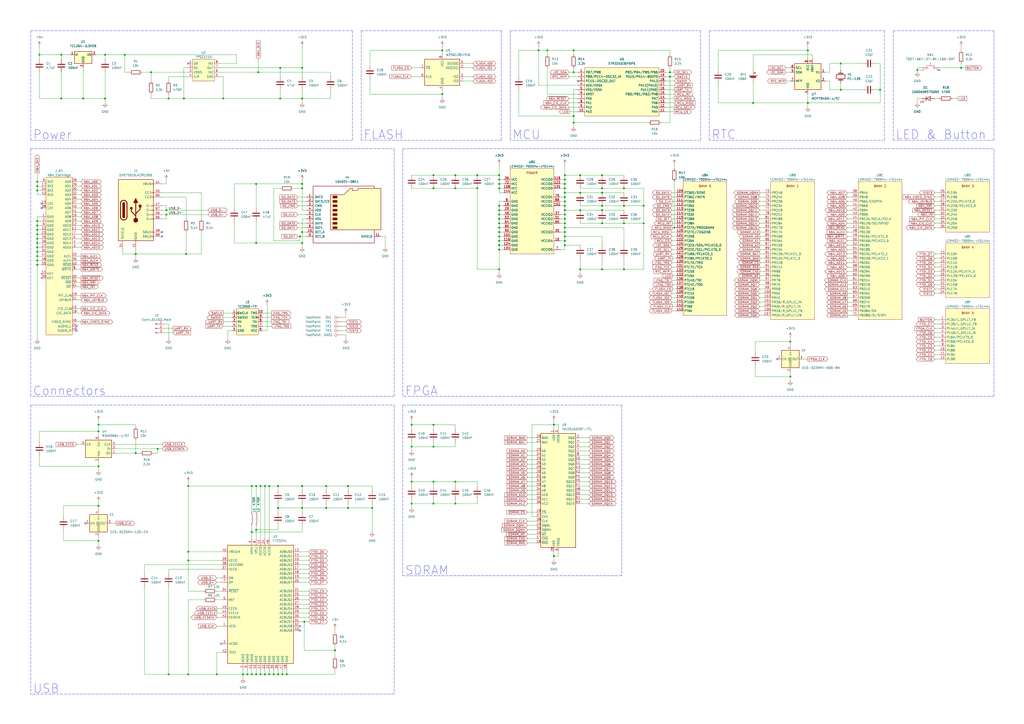
<source format=kicad_sch>
(kicad_sch (version 20211123) (generator eeschema)
  (paper "A2")
  (title_block (title "SummerCart64") (date "2022-05-15") (rev "2.0") (company "Polprzewodnikowy"))
  (lib_symbols
    (symbol "Connector:Conn_01x03_Male" (pin_names (offset 1.016) hide)
      (property "Reference" "J" (at 0 5.08 0))
      (property "Value" "Conn_01x03_Male" (at 0 -5.08 0))
      (symbol "Conn_01x03_Male_1_1"
        (pin passive line (at 5.08 2.54 180) (length 3.81) (name "Pin_1") (number "1"))
        (pin passive line (at 5.08 0 180) (length 3.81) (name "Pin_2") (number "2"))
        (pin passive line (at 5.08 -2.54 180) (length 3.81) (name "Pin_3") (number "3"))
      )
    )
    (symbol "Connector:Micro_SD_Card_Det" (pin_names (offset 1.016))
      (property "Reference" "J" (at -16.51 17.78 0))
      (property "Value" "Micro_SD_Card_Det" (at 16.51 17.78 0))
      (symbol "Micro_SD_Card_Det_1_1"
        (pin bidirectional line (at -22.86 10.16 0) (length 3.81) (name "DAT2") (number "1"))
        (pin passive line (at -22.86 -10.16 0) (length 3.81) (name "DET_A") (number "10"))
        (pin passive line (at 20.32 -12.7 180) (length 3.81) (name "SHIELD") (number "11"))
        (pin bidirectional line (at -22.86 7.62 0) (length 3.81) (name "DAT3/CD") (number "2"))
        (pin input line (at -22.86 5.08 0) (length 3.81) (name "CMD") (number "3"))
        (pin power_in line (at -22.86 2.54 0) (length 3.81) (name "VDD") (number "4"))
        (pin input line (at -22.86 0 0) (length 3.81) (name "CLK") (number "5"))
        (pin power_in line (at -22.86 -2.54 0) (length 3.81) (name "VSS") (number "6"))
        (pin bidirectional line (at -22.86 -5.08 0) (length 3.81) (name "DAT0") (number "7"))
        (pin bidirectional line (at -22.86 -7.62 0) (length 3.81) (name "DAT1") (number "8"))
        (pin passive line (at -22.86 -12.7 0) (length 3.81) (name "DET_B") (number "9"))
      )
    )
    (symbol "Connector:TestPoint" (pin_numbers hide) (pin_names (offset 0.762) hide)
      (property "Reference" "TP" (at 0 6.858 0))
      (property "Value" "TestPoint" (at 0 5.08 0))
      (symbol "TestPoint_1_1"
        (pin passive line (at 0 0 90) (length 2.54) (name "1") (number "1"))
      )
    )
    (symbol "Connector:USB_C_Receptacle_USB2.0" (pin_names (offset 1.016))
      (property "Reference" "J" (at -10.16 19.05 0))
      (property "Value" "USB_C_Receptacle_USB2.0" (at 19.05 19.05 0))
      (symbol "USB_C_Receptacle_USB2.0_1_1"
        (pin passive line (at 0 -22.86 90) (length 5.08) (name "GND") (number "A1"))
        (pin passive line (at 0 -22.86 90) (length 5.08) hide (name "GND") (number "A12"))
        (pin passive line (at 15.24 15.24 180) (length 5.08) (name "VBUS") (number "A4"))
        (pin bidirectional line (at 15.24 10.16 180) (length 5.08) (name "CC1") (number "A5"))
        (pin bidirectional line (at 15.24 -2.54 180) (length 5.08) (name "D+") (number "A6"))
        (pin bidirectional line (at 15.24 2.54 180) (length 5.08) (name "D-") (number "A7"))
        (pin bidirectional line (at 15.24 -12.7 180) (length 5.08) (name "SBU1") (number "A8"))
        (pin passive line (at 15.24 15.24 180) (length 5.08) hide (name "VBUS") (number "A9"))
        (pin passive line (at 0 -22.86 90) (length 5.08) hide (name "GND") (number "B1"))
        (pin passive line (at 0 -22.86 90) (length 5.08) hide (name "GND") (number "B12"))
        (pin passive line (at 15.24 15.24 180) (length 5.08) hide (name "VBUS") (number "B4"))
        (pin bidirectional line (at 15.24 7.62 180) (length 5.08) (name "CC2") (number "B5"))
        (pin bidirectional line (at 15.24 -5.08 180) (length 5.08) (name "D+") (number "B6"))
        (pin bidirectional line (at 15.24 0 180) (length 5.08) (name "D-") (number "B7"))
        (pin bidirectional line (at 15.24 -15.24 180) (length 5.08) (name "SBU2") (number "B8"))
        (pin passive line (at 15.24 15.24 180) (length 5.08) hide (name "VBUS") (number "B9"))
        (pin passive line (at -7.62 -22.86 90) (length 5.08) (name "SHIELD") (number "S1"))
      )
    )
    (symbol "Device:Battery_Cell" (pin_numbers hide) (pin_names (offset 0) hide)
      (property "Reference" "BT" (at 2.54 2.54 0))
      (property "Value" "Battery_Cell" (at 2.54 0 0))
      (symbol "Battery_Cell_1_1"
        (pin passive line (at 0 5.08 270) (length 2.54) (name "+") (number "1"))
        (pin passive line (at 0 -2.54 90) (length 2.54) (name "-") (number "2"))
      )
    )
    (symbol "Device:C" (pin_numbers hide) (pin_names (offset 0.254))
      (property "Reference" "C" (at 0.635 2.54 0))
      (property "Value" "C" (at 0.635 -2.54 0))
      (symbol "C_1_1"
        (pin passive line (at 0 3.81 270) (length 2.794) (name "~") (number "1"))
        (pin passive line (at 0 -3.81 90) (length 2.794) (name "~") (number "2"))
      )
    )
    (symbol "Device:Crystal" (pin_numbers hide) (pin_names (offset 1.016) hide)
      (property "Reference" "Y" (at 0 3.81 0))
      (property "Value" "Crystal" (at 0 -3.81 0))
      (symbol "Crystal_1_1"
        (pin passive line (at -3.81 0 0) (length 1.27) (name "1") (number "1"))
        (pin passive line (at 3.81 0 180) (length 1.27) (name "2") (number "2"))
      )
    )
    (symbol "Device:L" (pin_numbers hide) (pin_names (offset 1.016) hide)
      (property "Reference" "L" (at -1.27 0 90))
      (property "Value" "L" (at 1.905 0 90))
      (symbol "L_1_1"
        (pin passive line (at 0 3.81 270) (length 1.27) (name "1") (number "1"))
        (pin passive line (at 0 -3.81 90) (length 1.27) (name "2") (number "2"))
      )
    )
    (symbol "Device:LED" (pin_numbers hide) (pin_names (offset 1.016) hide)
      (property "Reference" "D" (at 0 2.54 0))
      (property "Value" "LED" (at 0 -2.54 0))
      (symbol "LED_1_1"
        (pin passive line (at -3.81 0 0) (length 2.54) (name "K") (number "1"))
        (pin passive line (at 3.81 0 180) (length 2.54) (name "A") (number "2"))
      )
    )
    (symbol "Device:R" (pin_numbers hide) (pin_names (offset 0))
      (property "Reference" "R" (at 2.032 0 90))
      (property "Value" "R" (at 0 0 90))
      (symbol "R_1_1"
        (pin passive line (at 0 3.81 270) (length 1.27) (name "~") (number "1"))
        (pin passive line (at 0 -3.81 90) (length 1.27) (name "~") (number "2"))
      )
    )
    (symbol "Interface_USB:FT232H"
      (property "Reference" "U" (at -19.05 35.56 0))
      (property "Value" "FT232H" (at 12.7 35.56 0))
      (symbol "FT232H_1_1"
        (pin input line (at -22.86 -12.7 0) (length 3.81) (name "XCSI") (number "1"))
        (pin power_in line (at -2.54 -38.1 90) (length 3.81) (name "GND") (number "10"))
        (pin power_in line (at 0 -38.1 90) (length 3.81) (name "GND") (number "11"))
        (pin power_in line (at 0 38.1 270) (length 3.81) (name "VCCIO") (number "12"))
        (pin bidirectional line (at 22.86 30.48 180) (length 3.81) (name "ADBUS0") (number "13"))
        (pin bidirectional line (at 22.86 27.94 180) (length 3.81) (name "ADBUS1") (number "14"))
        (pin bidirectional line (at 22.86 25.4 180) (length 3.81) (name "ADBUS2") (number "15"))
        (pin bidirectional line (at 22.86 22.86 180) (length 3.81) (name "ADBUS3") (number "16"))
        (pin bidirectional line (at 22.86 20.32 180) (length 3.81) (name "ADBUS4") (number "17"))
        (pin bidirectional line (at 22.86 17.78 180) (length 3.81) (name "ADBUS5") (number "18"))
        (pin bidirectional line (at 22.86 15.24 180) (length 3.81) (name "ADBUS6") (number "19"))
        (pin output line (at -22.86 -22.86 0) (length 3.81) (name "XCSO") (number "2"))
        (pin bidirectional line (at 22.86 12.7 180) (length 3.81) (name "ADBUS7") (number "20"))
        (pin bidirectional line (at 22.86 7.62 180) (length 3.81) (name "ACBUS0") (number "21"))
        (pin power_in line (at 2.54 -38.1 90) (length 3.81) (name "GND") (number "22"))
        (pin power_in line (at 5.08 -38.1 90) (length 3.81) (name "GND") (number "23"))
        (pin power_in line (at 2.54 38.1 270) (length 3.81) (name "VCCIO") (number "24"))
        (pin bidirectional line (at 22.86 5.08 180) (length 3.81) (name "ACBUS1") (number "25"))
        (pin bidirectional line (at 22.86 2.54 180) (length 3.81) (name "ACBUS2") (number "26"))
        (pin bidirectional line (at 22.86 0 180) (length 3.81) (name "ACBUS3") (number "27"))
        (pin bidirectional line (at 22.86 -2.54 180) (length 3.81) (name "ACBUS4") (number "28"))
        (pin bidirectional line (at 22.86 -5.08 180) (length 3.81) (name "ACBUS5") (number "29"))
        (pin power_in line (at -5.08 38.1 270) (length 3.81) (name "VPHY") (number "3"))
        (pin bidirectional line (at 22.86 -7.62 180) (length 3.81) (name "ACBUS6") (number "30"))
        (pin bidirectional line (at 22.86 -10.16 180) (length 3.81) (name "ACBUS7") (number "31"))
        (pin bidirectional line (at 22.86 -12.7 180) (length 3.81) (name "ACBUS8") (number "32"))
        (pin bidirectional line (at 22.86 -15.24 180) (length 3.81) (name "ACBUS9") (number "33"))
        (pin input line (at -22.86 7.62 0) (length 3.81) (name "~{RESET}") (number "34"))
        (pin power_in line (at 7.62 -38.1 90) (length 3.81) (name "GND") (number "35"))
        (pin power_in line (at 10.16 -38.1 90) (length 3.81) (name "GND") (number "36"))
        (pin power_out line (at -22.86 20.32 0) (length 3.81) (name "VCCA") (number "37"))
        (pin power_out line (at -22.86 22.86 0) (length 3.81) (name "VCCCORE") (number "38"))
        (pin power_in line (at -22.86 25.4 0) (length 3.81) (name "VCCD") (number "39"))
        (pin power_in line (at -10.16 -38.1 90) (length 3.81) (name "AGND") (number "4"))
        (pin power_in line (at -22.86 30.48 0) (length 3.81) (name "VREGIN") (number "40"))
        (pin power_in line (at -5.08 -38.1 90) (length 3.81) (name "AGND") (number "41"))
        (pin input line (at -22.86 -27.94 0) (length 3.81) (name "TEST") (number "42"))
        (pin bidirectional line (at -22.86 -7.62 0) (length 3.81) (name "EEDATA") (number "43"))
        (pin input line (at -22.86 -5.08 0) (length 3.81) (name "EECLK") (number "44"))
        (pin input line (at -22.86 -2.54 0) (length 3.81) (name "EECS") (number "45"))
        (pin power_in line (at 5.08 38.1 270) (length 3.81) (name "VCCIO") (number "46"))
        (pin power_in line (at 12.7 -38.1 90) (length 3.81) (name "GND") (number "47"))
        (pin power_in line (at 15.24 -38.1 90) (length 3.81) (name "GND") (number "48"))
        (pin input line (at -22.86 2.54 0) (length 3.81) (name "REF") (number "5"))
        (pin bidirectional line (at -22.86 15.24 0) (length 3.81) (name "DM") (number "6"))
        (pin bidirectional line (at -22.86 12.7 0) (length 3.81) (name "DP") (number "7"))
        (pin power_in line (at -2.54 38.1 270) (length 3.81) (name "VPLL") (number "8"))
        (pin power_in line (at -7.62 -38.1 90) (length 3.81) (name "AGND") (number "9"))
      )
    )
    (symbol "Memory_EEPROM:93AAxxBT-xOT"
      (property "Reference" "U" (at -7.62 6.35 0))
      (property "Value" "93AAxxBT-xOT" (at 1.27 6.35 0))
      (symbol "93AAxxBT-xOT_1_1"
        (pin tri_state line (at 10.16 -2.54 180) (length 2.54) (name "DO") (number "1"))
        (pin power_in line (at 0 -7.62 90) (length 2.54) (name "Vss") (number "2"))
        (pin input line (at 10.16 0 180) (length 2.54) (name "DI") (number "3"))
        (pin input line (at 10.16 2.54 180) (length 2.54) (name "CLK") (number "4"))
        (pin input line (at -10.16 2.54 0) (length 2.54) (name "CS") (number "5"))
        (pin power_in line (at 0 7.62 270) (length 2.54) (name "Vсс") (number "6"))
      )
    )
    (symbol "Memory_Flash:W25Q128JVS"
      (property "Reference" "U" (at -8.89 8.89 0))
      (property "Value" "W25Q128JVS" (at 7.62 8.89 0))
      (symbol "W25Q128JVS_1_1"
        (pin input line (at -12.7 2.54 0) (length 2.54) (name "~{CS}") (number "1"))
        (pin bidirectional line (at 12.7 2.54 180) (length 2.54) (name "DO(IO1)") (number "2"))
        (pin bidirectional line (at 12.7 -2.54 180) (length 2.54) (name "IO2") (number "3"))
        (pin power_in line (at 0 -10.16 90) (length 2.54) (name "GND") (number "4"))
        (pin bidirectional line (at 12.7 5.08 180) (length 2.54) (name "DI(IO0)") (number "5"))
        (pin input line (at -12.7 -2.54 0) (length 2.54) (name "CLK") (number "6"))
        (pin bidirectional line (at 12.7 -5.08 180) (length 2.54) (name "IO3") (number "7"))
        (pin power_in line (at 0 10.16 270) (length 2.54) (name "VCC") (number "8"))
      )
    )
    (symbol "Memory_RAM:MT48LC16M16A2TG"
      (property "Reference" "U" (at -8.89 34.29 0))
      (property "Value" "MT48LC16M16A2TG" (at 8.89 34.29 0))
      (symbol "MT48LC16M16A2TG_1_1"
        (pin power_in line (at -2.54 35.56 270) (length 2.54) (name "VDD") (number "1"))
        (pin bidirectional line (at 12.7 17.78 180) (length 2.54) (name "DQ5") (number "10"))
        (pin bidirectional line (at 12.7 15.24 180) (length 2.54) (name "DQ6") (number "11"))
        (pin passive line (at 0 -35.56 90) (length 2.54) hide (name "VSSQ") (number "12"))
        (pin bidirectional line (at 12.7 12.7 180) (length 2.54) (name "DQ7") (number "13"))
        (pin passive line (at -2.54 35.56 270) (length 2.54) hide (name "VDD") (number "14"))
        (pin input line (at -12.7 -20.32 0) (length 2.54) (name "DQML") (number "15"))
        (pin input line (at -12.7 -25.4 0) (length 2.54) (name "~{WE}") (number "16"))
        (pin input line (at -12.7 -27.94 0) (length 2.54) (name "~{CAS}") (number "17"))
        (pin input line (at -12.7 -30.48 0) (length 2.54) (name "~{RAS}") (number "18"))
        (pin input line (at -12.7 -12.7 0) (length 2.54) (name "~{CS}") (number "19"))
        (pin bidirectional line (at 12.7 30.48 180) (length 2.54) (name "DQ0") (number "2"))
        (pin input line (at -12.7 30.48 0) (length 2.54) (name "BA0") (number "20"))
        (pin input line (at -12.7 27.94 0) (length 2.54) (name "BA1") (number "21"))
        (pin input line (at -12.7 -2.54 0) (length 2.54) (name "A10") (number "22"))
        (pin input line (at -12.7 22.86 0) (length 2.54) (name "A0") (number "23"))
        (pin input line (at -12.7 20.32 0) (length 2.54) (name "A1") (number "24"))
        (pin input line (at -12.7 17.78 0) (length 2.54) (name "A2") (number "25"))
        (pin input line (at -12.7 15.24 0) (length 2.54) (name "A3") (number "26"))
        (pin passive line (at -2.54 35.56 270) (length 2.54) hide (name "VDD") (number "27"))
        (pin power_in line (at -2.54 -35.56 90) (length 2.54) (name "VSS") (number "28"))
        (pin input line (at -12.7 12.7 0) (length 2.54) (name "A4") (number "29"))
        (pin power_in line (at 0 35.56 270) (length 2.54) (name "VDDQ") (number "3"))
        (pin input line (at -12.7 10.16 0) (length 2.54) (name "A5") (number "30"))
        (pin input line (at -12.7 7.62 0) (length 2.54) (name "A6") (number "31"))
        (pin input line (at -12.7 5.08 0) (length 2.54) (name "A7") (number "32"))
        (pin input line (at -12.7 2.54 0) (length 2.54) (name "A8") (number "33"))
        (pin input line (at -12.7 0 0) (length 2.54) (name "A9") (number "34"))
        (pin input line (at -12.7 -5.08 0) (length 2.54) (name "A11") (number "35"))
        (pin input line (at -12.7 -7.62 0) (length 2.54) (name "A12") (number "36"))
        (pin input line (at -12.7 -15.24 0) (length 2.54) (name "CKE") (number "37"))
        (pin input line (at -12.7 -17.78 0) (length 2.54) (name "CLK") (number "38"))
        (pin input line (at -12.7 -22.86 0) (length 2.54) (name "DQMH") (number "39"))
        (pin bidirectional line (at 12.7 27.94 180) (length 2.54) (name "DQ1") (number "4"))
        (pin no_connect line (at 10.16 -20.32 180) (length 2.54) hide (name "NC") (number "40"))
        (pin passive line (at -2.54 -35.56 90) (length 2.54) hide (name "VSS") (number "41"))
        (pin bidirectional line (at 12.7 10.16 180) (length 2.54) (name "DQ8") (number "42"))
        (pin passive line (at 0 35.56 270) (length 2.54) hide (name "VDDQ") (number "43"))
        (pin bidirectional line (at 12.7 7.62 180) (length 2.54) (name "DQ9") (number "44"))
        (pin bidirectional line (at 12.7 5.08 180) (length 2.54) (name "DQ10") (number "45"))
        (pin passive line (at 0 -35.56 90) (length 2.54) hide (name "VSSQ") (number "46"))
        (pin bidirectional line (at 12.7 2.54 180) (length 2.54) (name "DQ11") (number "47"))
        (pin bidirectional line (at 12.7 0 180) (length 2.54) (name "DQ12") (number "48"))
        (pin passive line (at 0 35.56 270) (length 2.54) hide (name "VDDQ") (number "49"))
        (pin bidirectional line (at 12.7 25.4 180) (length 2.54) (name "DQ2") (number "5"))
        (pin bidirectional line (at 12.7 -2.54 180) (length 2.54) (name "DQ13") (number "50"))
        (pin bidirectional line (at 12.7 -5.08 180) (length 2.54) (name "DQ14") (number "51"))
        (pin passive line (at 0 -35.56 90) (length 2.54) hide (name "VSSQ") (number "52"))
        (pin bidirectional line (at 12.7 -7.62 180) (length 2.54) (name "DQ15") (number "53"))
        (pin passive line (at -2.54 -35.56 90) (length 2.54) hide (name "VSS") (number "54"))
        (pin power_in line (at 0 -35.56 90) (length 2.54) (name "VSSQ") (number "6"))
        (pin bidirectional line (at 12.7 22.86 180) (length 2.54) (name "DQ3") (number "7"))
        (pin bidirectional line (at 12.7 20.32 180) (length 2.54) (name "DQ4") (number "8"))
        (pin passive line (at 0 35.56 270) (length 2.54) hide (name "VDDQ") (number "9"))
      )
    )
    (symbol "Oscillator:XO32" (pin_names (offset 0.254))
      (property "Reference" "X" (at -5.08 6.35 0))
      (property "Value" "XO32" (at 1.27 -6.35 0))
      (symbol "XO32_1_1"
        (pin input line (at -7.62 0 0) (length 2.54) (name "EN") (number "1"))
        (pin power_in line (at 0 -7.62 90) (length 2.54) (name "GND") (number "2"))
        (pin output line (at 7.62 0 180) (length 2.54) (name "OUT") (number "3"))
        (pin power_in line (at 0 7.62 270) (length 2.54) (name "V+") (number "4"))
      )
    )
    (symbol "Regulator_Linear:TC1262-33" (pin_names (offset 0.254))
      (property "Reference" "U" (at -3.81 3.175 0))
      (property "Value" "TC1262-33" (at 0 3.175 0))
      (symbol "TC1262-33_1_1"
        (pin power_in line (at -7.62 0 0) (length 2.54) (name "VI") (number "1"))
        (pin power_in line (at 0 -7.62 90) (length 2.54) (name "GND") (number "2"))
        (pin power_out line (at 7.62 0 180) (length 2.54) (name "VO") (number "3"))
      )
    )
    (symbol "Timer_RTC:MCP7940N-xST"
      (property "Reference" "U" (at -6.35 8.89 0))
      (property "Value" "MCP7940N-xST" (at 11.43 8.89 0))
      (symbol "MCP7940N-xST_1_1"
        (pin input line (at 10.16 2.54 180) (length 2.54) (name "X1") (number "1"))
        (pin output line (at 10.16 -2.54 180) (length 2.54) (name "X2") (number "2"))
        (pin power_in line (at 2.54 10.16 270) (length 2.54) (name "VBAT") (number "3"))
        (pin power_in line (at 0 -10.16 90) (length 2.54) (name "VSS") (number "4"))
        (pin bidirectional line (at -10.16 2.54 0) (length 2.54) (name "SDA") (number "5"))
        (pin input line (at -10.16 5.08 0) (length 2.54) (name "SCL") (number "6"))
        (pin open_collector line (at -10.16 -2.54 0) (length 2.54) (name "MFP") (number "7"))
        (pin power_in line (at 0 10.16 270) (length 2.54) (name "VCC") (number "8"))
      )
    )
    (symbol "power:+3V3" (power) (pin_names (offset 0))
      (property "Value" "+3V3" (at 0 3.556 0))
      (symbol "+3V3_1_1"
        (pin power_in line (at 0 0 90) (length 0) hide (name "+3V3") (number "1"))
      )
    )
    (symbol "power:+5V" (power) (pin_names (offset 0))
      (property "Value" "+5V" (at 0 3.556 0))
      (symbol "+5V_1_1"
        (pin power_in line (at 0 0 90) (length 0) hide (name "+5V") (number "1"))
      )
    )
    (symbol "power:GND" (power) (pin_names (offset 0))
      (property "Value" "GND" (at 0 -3.81 0))
      (symbol "GND_1_1"
        (pin power_in line (at 0 0 270) (length 0) hide (name "GND") (number "1"))
      )
    )
    (symbol "sc64v2:LCMXO2-7000Hx-xTG144x"
      (property "Reference" "U" (at 0 3.81 0))
      (property "Value" "LCMXO2-7000Hx-xTG144x" (at 0 1.27 0))
      (symbol "LCMXO2-7000Hx-xTG144x_1_0"
        (text "BANK 0" (at 0 -2.54 0) (effects (font (size 1.27 1.27))))
      )
      (symbol "LCMXO2-7000Hx-xTG144x_1_1"
        (pin bidirectional line (at -16.51 -6.35 0) (length 3.81) (name "PT36D/DONE") (number "109"))
        (pin bidirectional line (at -16.51 -8.89 0) (length 3.81) (name "PT36C/INITN") (number "110"))
        (pin bidirectional line (at -16.51 -11.43 0) (length 3.81) (name "PT35B") (number "111"))
        (pin bidirectional line (at -16.51 -13.97 0) (length 3.81) (name "PT35A") (number "112"))
        (pin bidirectional line (at -16.51 -16.51 0) (length 3.81) (name "PT33B") (number "113"))
        (pin bidirectional line (at -16.51 -19.05 0) (length 3.81) (name "PT33A") (number "114"))
        (pin bidirectional line (at -16.51 -21.59 0) (length 3.81) (name "PT28B") (number "115"))
        (pin bidirectional line (at -16.51 -24.13 0) (length 3.81) (name "PT28A") (number "117"))
        (pin bidirectional line (at -16.51 -26.67 0) (length 3.81) (name "PT27D/PROGRAMN") (number "119"))
        (pin bidirectional line (at -16.51 -29.21 0) (length 3.81) (name "PT27C/JTAGENB") (number "120"))
        (pin bidirectional line (at -16.51 -31.75 0) (length 3.81) (name "PT25B") (number "121"))
        (pin bidirectional line (at -16.51 -34.29 0) (length 3.81) (name "PT25A") (number "122"))
        (pin bidirectional line (at -16.51 -36.83 0) (length 3.81) (name "PT22D/SDA/PCLKC0_0") (number "125"))
        (pin bidirectional line (at -16.51 -39.37 0) (length 3.81) (name "PT22C/SCL/PCLKT0_0") (number "126"))
        (pin bidirectional line (at -16.51 -41.91 0) (length 3.81) (name "PT18B/PCLKC0_1") (number "127"))
        (pin bidirectional line (at -16.51 -44.45 0) (length 3.81) (name "PT18A/PCLKT0_1") (number "128"))
        (pin bidirectional line (at -16.51 -46.99 0) (length 3.81) (name "PT17D/TMS") (number "130"))
        (pin bidirectional line (at -16.51 -49.53 0) (length 3.81) (name "PT17C/TCK") (number "131"))
        (pin bidirectional line (at -16.51 -52.07 0) (length 3.81) (name "PT15B") (number "132"))
        (pin bidirectional line (at -16.51 -54.61 0) (length 3.81) (name "PT15A") (number "133"))
        (pin bidirectional line (at -16.51 -57.15 0) (length 3.81) (name "PT14D/TDI") (number "136"))
        (pin bidirectional line (at -16.51 -59.69 0) (length 3.81) (name "PT14C/TDO") (number "137"))
        (pin bidirectional line (at -16.51 -62.23 0) (length 3.81) (name "PT11B") (number "138"))
        (pin bidirectional line (at -16.51 -64.77 0) (length 3.81) (name "PT11A") (number "139"))
        (pin bidirectional line (at -16.51 -67.31 0) (length 3.81) (name "PT10B") (number "140"))
        (pin bidirectional line (at -16.51 -69.85 0) (length 3.81) (name "PT10A") (number "141"))
        (pin bidirectional line (at -16.51 -72.39 0) (length 3.81) (name "PT9B") (number "142"))
        (pin bidirectional line (at -16.51 -74.93 0) (length 3.81) (name "PT9A") (number "143"))
      )
      (symbol "LCMXO2-7000Hx-xTG144x_2_0"
        (text "BANK 1" (at 0 -2.54 0) (effects (font (size 1.27 1.27))))
      )
      (symbol "LCMXO2-7000Hx-xTG144x_2_1"
        (pin bidirectional line (at -16.51 -64.77 0) (length 3.81) (name "PR5A") (number "100"))
        (pin bidirectional line (at -16.51 -67.31 0) (length 3.81) (name "PR4C") (number "103"))
        (pin bidirectional line (at -16.51 -69.85 0) (length 3.81) (name "PR3B/R_GPLLC_IN") (number "104"))
        (pin bidirectional line (at -16.51 -72.39 0) (length 3.81) (name "PR3A/R_GPLLT_IN") (number "105"))
        (pin bidirectional line (at -16.51 -74.93 0) (length 3.81) (name "PR2B/R_GPLLC_FB") (number "106"))
        (pin bidirectional line (at -16.51 -77.47 0) (length 3.81) (name "PR2A/R_GPLLT_FB") (number "107"))
        (pin bidirectional line (at -16.51 -6.35 0) (length 3.81) (name "PR24B") (number "73"))
        (pin bidirectional line (at -16.51 -8.89 0) (length 3.81) (name "PR24A") (number "74"))
        (pin bidirectional line (at -16.51 -11.43 0) (length 3.81) (name "PR23B") (number "75"))
        (pin bidirectional line (at -16.51 -13.97 0) (length 3.81) (name "PR23A") (number "76"))
        (pin bidirectional line (at -16.51 -16.51 0) (length 3.81) (name "PR21B") (number "77"))
        (pin bidirectional line (at -16.51 -19.05 0) (length 3.81) (name "PR21A") (number "78"))
        (pin bidirectional line (at -16.51 -21.59 0) (length 3.81) (name "PR18B") (number "81"))
        (pin bidirectional line (at -16.51 -24.13 0) (length 3.81) (name "PR18A") (number "82"))
        (pin bidirectional line (at -16.51 -26.67 0) (length 3.81) (name "PR17B") (number "83"))
        (pin bidirectional line (at -16.51 -29.21 0) (length 3.81) (name "PR17A") (number "84"))
        (pin bidirectional line (at -16.51 -31.75 0) (length 3.81) (name "PR16B") (number "85"))
        (pin bidirectional line (at -16.51 -34.29 0) (length 3.81) (name "PR16A") (number "86"))
        (pin bidirectional line (at -16.51 -36.83 0) (length 3.81) (name "PR15B") (number "87"))
        (pin bidirectional line (at -16.51 -39.37 0) (length 3.81) (name "PR15A") (number "89"))
        (pin bidirectional line (at -16.51 -41.91 0) (length 3.81) (name "PR12B/PCLKC1_0") (number "91"))
        (pin bidirectional line (at -16.51 -44.45 0) (length 3.81) (name "PR12A/PCLKT1_0") (number "92"))
        (pin bidirectional line (at -16.51 -46.99 0) (length 3.81) (name "PR11B") (number "93"))
        (pin bidirectional line (at -16.51 -49.53 0) (length 3.81) (name "PR11A") (number "94"))
        (pin bidirectional line (at -16.51 -52.07 0) (length 3.81) (name "PR9B") (number "95"))
        (pin bidirectional line (at -16.51 -54.61 0) (length 3.81) (name "PR9A") (number "96"))
        (pin bidirectional line (at -16.51 -57.15 0) (length 3.81) (name "PR7B") (number "97"))
        (pin bidirectional line (at -16.51 -59.69 0) (length 3.81) (name "PR7A") (number "98"))
        (pin bidirectional line (at -16.51 -62.23 0) (length 3.81) (name "PR5B") (number "99"))
      )
      (symbol "LCMXO2-7000Hx-xTG144x_3_0"
        (text "BANK 2" (at 0 -2.54 0) (effects (font (size 1.27 1.27))))
      )
      (symbol "LCMXO2-7000Hx-xTG144x_3_1"
        (pin bidirectional line (at -16.51 -6.35 0) (length 3.81) (name "PB4A") (number "38"))
        (pin bidirectional line (at -16.51 -8.89 0) (length 3.81) (name "PB4B") (number "39"))
        (pin bidirectional line (at -16.51 -11.43 0) (length 3.81) (name "PB6A/CSSPIN") (number "40"))
        (pin bidirectional line (at -16.51 -13.97 0) (length 3.81) (name "PB6B") (number "41"))
        (pin bidirectional line (at -16.51 -16.51 0) (length 3.81) (name "PB9A") (number "42"))
        (pin bidirectional line (at -16.51 -19.05 0) (length 3.81) (name "PB9B") (number "43"))
        (pin bidirectional line (at -16.51 -21.59 0) (length 3.81) (name "PB12A/MCLK/CCLK") (number "44"))
        (pin bidirectional line (at -16.51 -24.13 0) (length 3.81) (name "PB12B/SO/SPISO") (number "45"))
        (pin bidirectional line (at -16.51 -26.67 0) (length 3.81) (name "PB13A") (number "47"))
        (pin bidirectional line (at -16.51 -29.21 0) (length 3.81) (name "PB13B") (number "48"))
        (pin bidirectional line (at -16.51 -31.75 0) (length 3.81) (name "PB16A/PCLKT2_0") (number "49"))
        (pin bidirectional line (at -16.51 -34.29 0) (length 3.81) (name "PB16B/PCLKC2_0") (number "50"))
        (pin bidirectional line (at -16.51 -36.83 0) (length 3.81) (name "PB18A") (number "52"))
        (pin bidirectional line (at -16.51 -39.37 0) (length 3.81) (name "PB18B") (number "54"))
        (pin bidirectional line (at -16.51 -41.91 0) (length 3.81) (name "PB23A/PCLKT2_1") (number "55"))
        (pin bidirectional line (at -16.51 -44.45 0) (length 3.81) (name "PB23B/PCLKC2_1") (number "56"))
        (pin bidirectional line (at -16.51 -46.99 0) (length 3.81) (name "PB26A") (number "57"))
        (pin bidirectional line (at -16.51 -49.53 0) (length 3.81) (name "PB26B") (number "58"))
        (pin bidirectional line (at -16.51 -52.07 0) (length 3.81) (name "PB29A") (number "59"))
        (pin bidirectional line (at -16.51 -54.61 0) (length 3.81) (name "PB29B") (number "60"))
        (pin bidirectional line (at -16.51 -57.15 0) (length 3.81) (name "PB31A") (number "61"))
        (pin bidirectional line (at -16.51 -59.69 0) (length 3.81) (name "PB31B") (number "62"))
        (pin bidirectional line (at -16.51 -62.23 0) (length 3.81) (name "PB31D") (number "63"))
        (pin bidirectional line (at -16.51 -64.77 0) (length 3.81) (name "PB35A") (number "65"))
        (pin bidirectional line (at -16.51 -67.31 0) (length 3.81) (name "PB35B") (number "67"))
        (pin bidirectional line (at -16.51 -69.85 0) (length 3.81) (name "PB37A") (number "68"))
        (pin bidirectional line (at -16.51 -72.39 0) (length 3.81) (name "PB37B") (number "69"))
        (pin bidirectional line (at -16.51 -74.93 0) (length 3.81) (name "PB38A/SN") (number "70"))
        (pin bidirectional line (at -16.51 -77.47 0) (length 3.81) (name "PB38B/SI/SISPI") (number "71"))
      )
      (symbol "LCMXO2-7000Hx-xTG144x_4_0"
        (text "BANK 3" (at 0 -2.54 0) (effects (font (size 1.27 1.27))))
      )
      (symbol "LCMXO2-7000Hx-xTG144x_4_1"
        (pin bidirectional line (at -16.51 -6.35 0) (length 3.81) (name "PL19A") (number "25"))
        (pin bidirectional line (at -16.51 -8.89 0) (length 3.81) (name "PL19B") (number "26"))
        (pin bidirectional line (at -16.51 -11.43 0) (length 3.81) (name "PL22A/PCLKT3_0") (number "27"))
        (pin bidirectional line (at -16.51 -13.97 0) (length 3.81) (name "PL22B/PCLKC3_0") (number "28"))
        (pin bidirectional line (at -16.51 -16.51 0) (length 3.81) (name "PL23D") (number "31"))
        (pin bidirectional line (at -16.51 -19.05 0) (length 3.81) (name "PL24A") (number "32"))
        (pin bidirectional line (at -16.51 -21.59 0) (length 3.81) (name "PL24B") (number "33"))
        (pin bidirectional line (at -16.51 -24.13 0) (length 3.81) (name "PL25A") (number "34"))
        (pin bidirectional line (at -16.51 -26.67 0) (length 3.81) (name "PL25B") (number "35"))
      )
      (symbol "LCMXO2-7000Hx-xTG144x_5_0"
        (text "BANK 4" (at 0 -2.54 0) (effects (font (size 1.27 1.27))))
      )
      (symbol "LCMXO2-7000Hx-xTG144x_5_1"
        (pin bidirectional line (at -16.51 -6.35 0) (length 3.81) (name "PL10A") (number "13"))
        (pin bidirectional line (at -16.51 -8.89 0) (length 3.81) (name "PL10B") (number "14"))
        (pin bidirectional line (at -16.51 -11.43 0) (length 3.81) (name "PL11A") (number "15"))
        (pin bidirectional line (at -16.51 -13.97 0) (length 3.81) (name "PL11B") (number "17"))
        (pin bidirectional line (at -16.51 -16.51 0) (length 3.81) (name "PL12A/PCLKT4_0") (number "19"))
        (pin bidirectional line (at -16.51 -19.05 0) (length 3.81) (name "PL12B/PCLKC4_0") (number "20"))
        (pin bidirectional line (at -16.51 -21.59 0) (length 3.81) (name "PL15A") (number "21"))
        (pin bidirectional line (at -16.51 -24.13 0) (length 3.81) (name "PL15B") (number "22"))
        (pin bidirectional line (at -16.51 -26.67 0) (length 3.81) (name "PL17A") (number "23"))
        (pin bidirectional line (at -16.51 -29.21 0) (length 3.81) (name "PL17B") (number "24"))
      )
      (symbol "LCMXO2-7000Hx-xTG144x_6_0"
        (text "BANK 5" (at 0 -2.54 0) (effects (font (size 1.27 1.27))))
      )
      (symbol "LCMXO2-7000Hx-xTG144x_6_1"
        (pin bidirectional line (at -16.51 -6.35 0) (length 3.81) (name "PL3A/L_GPLLT_FB") (number "1"))
        (pin bidirectional line (at -16.51 -24.13 0) (length 3.81) (name "PL8B") (number "10"))
        (pin bidirectional line (at -16.51 -26.67 0) (length 3.81) (name "PL9A") (number "11"))
        (pin bidirectional line (at -16.51 -29.21 0) (length 3.81) (name "PL9B") (number "12"))
        (pin bidirectional line (at -16.51 -8.89 0) (length 3.81) (name "PL3B/L_GPLLC_FB") (number "2"))
        (pin bidirectional line (at -16.51 -11.43 0) (length 3.81) (name "PL4A/L_GPLLT_IN") (number "3"))
        (pin bidirectional line (at -16.51 -13.97 0) (length 3.81) (name "PL4B/L_GPLLC_IN") (number "4"))
        (pin bidirectional line (at -16.51 -16.51 0) (length 3.81) (name "PL6A/PCLKT5_0") (number "5"))
        (pin bidirectional line (at -16.51 -19.05 0) (length 3.81) (name "PL6B/PCLKC5_0") (number "6"))
        (pin bidirectional line (at -16.51 -21.59 0) (length 3.81) (name "PL8A") (number "9"))
      )
      (symbol "LCMXO2-7000Hx-xTG144x_7_0"
        (text "POWER" (at 0 -2.54 0) (effects (font (size 1.27 1.27))))
      )
      (symbol "LCMXO2-7000Hx-xTG144x_7_1"
        (pin power_in line (at -16.51 -39.37 0) (length 3.81) (name "GND") (number "101"))
        (pin power_in line (at 16.51 -21.59 180) (length 3.81) (name "VCCIO1") (number "102"))
        (pin power_in line (at -16.51 -11.43 0) (length 3.81) (name "VCC") (number "108"))
        (pin power_in line (at -16.51 -41.91 0) (length 3.81) (name "GND") (number "116"))
        (pin power_in line (at 16.51 -6.35 180) (length 3.81) (name "VCCIO0") (number "118"))
        (pin power_in line (at 16.51 -8.89 180) (length 3.81) (name "VCCIO0") (number "123"))
        (pin power_in line (at -16.51 -44.45 0) (length 3.81) (name "GND") (number "124"))
        (pin no_connect line (at -16.51 -16.51 0) (length 3.81) hide (name "NC") (number "129"))
        (pin power_in line (at -16.51 -46.99 0) (length 3.81) (name "GND") (number "134"))
        (pin power_in line (at 16.51 -11.43 180) (length 3.81) (name "VCCIO0") (number "135"))
        (pin power_in line (at -16.51 -13.97 0) (length 3.81) (name "VCC") (number "144"))
        (pin power_in line (at 16.51 -41.91 180) (length 3.81) (name "VCCIO4") (number "16"))
        (pin power_in line (at -16.51 -21.59 0) (length 3.81) (name "GND") (number "18"))
        (pin power_in line (at -16.51 -24.13 0) (length 3.81) (name "GND") (number "29"))
        (pin power_in line (at 16.51 -36.83 180) (length 3.81) (name "VCCIO3") (number "30"))
        (pin power_in line (at -16.51 -6.35 0) (length 3.81) (name "VCC") (number "36"))
        (pin power_in line (at 16.51 -26.67 180) (length 3.81) (name "VCCIO2") (number "37"))
        (pin power_in line (at -16.51 -26.67 0) (length 3.81) (name "GND") (number "46"))
        (pin power_in line (at 16.51 -29.21 180) (length 3.81) (name "VCCIO2") (number "51"))
        (pin power_in line (at -16.51 -29.21 0) (length 3.81) (name "GND") (number "53"))
        (pin power_in line (at -16.51 -31.75 0) (length 3.81) (name "GND") (number "64"))
        (pin power_in line (at 16.51 -31.75 180) (length 3.81) (name "VCCIO2") (number "66"))
        (pin power_in line (at 16.51 -46.99 180) (length 3.81) (name "VCCIO5") (number "7"))
        (pin power_in line (at -16.51 -8.89 0) (length 3.81) (name "VCC") (number "72"))
        (pin power_in line (at 16.51 -16.51 180) (length 3.81) (name "VCCIO1") (number "79"))
        (pin power_in line (at -16.51 -19.05 0) (length 3.81) (name "GND") (number "8"))
        (pin power_in line (at -16.51 -34.29 0) (length 3.81) (name "GND") (number "80"))
        (pin power_in line (at 16.51 -19.05 180) (length 3.81) (name "VCCIO1") (number "88"))
        (pin power_in line (at -16.51 -36.83 0) (length 3.81) (name "GND") (number "90"))
      )
    )
    (symbol "sc64v2:N64_Cartridge"
      (property "Reference" "J" (at 0 3.81 0))
      (property "Value" "N64_Cartridge" (at 0 1.27 0))
      (symbol "N64_Cartridge_1_1"
        (pin power_out line (at -10.16 -22.86 0) (length 2.54) (name "GND") (number "1"))
        (pin output inverted (at 10.16 -50.8 180) (length 2.54) (name "~{READ}") (number "10"))
        (pin bidirectional line (at 10.16 -30.48 180) (length 2.54) (name "AD11") (number "11"))
        (pin bidirectional line (at 10.16 -27.94 180) (length 2.54) (name "AD10") (number "12"))
        (pin power_out line (at -10.16 -15.24 0) (length 2.54) (name "12V") (number "13"))
        (pin no_connect line (at -10.16 -55.88 0) (length 2.54) (name "KEY") (number "14"))
        (pin bidirectional line (at 10.16 -25.4 180) (length 2.54) (name "AD9") (number "15"))
        (pin bidirectional line (at 10.16 -22.86 180) (length 2.54) (name "AD8") (number "16"))
        (pin power_out line (at -10.16 -5.08 0) (length 2.54) (name "3V3") (number "17"))
        (pin bidirectional line (at 10.16 -78.74 180) (length 2.54) (name "CIC_DATA") (number "18"))
        (pin output clock (at 10.16 -68.58 180) (length 2.54) (name "PIF_CLK") (number "19"))
        (pin power_out line (at -10.16 -25.4 0) (length 2.54) (name "GND") (number "2"))
        (pin output inverted (at 10.16 -58.42 180) (length 2.54) (name "~{RESET}") (number "20"))
        (pin bidirectional line (at 10.16 -71.12 180) (length 2.54) (name "JOYBUS") (number "21"))
        (pin power_out line (at -10.16 -30.48 0) (length 2.54) (name "GND") (number "22"))
        (pin power_out line (at -10.16 -33.02 0) (length 2.54) (name "GND") (number "23"))
        (pin input line (at 10.16 -86.36 180) (length 2.54) (name "AUDIO_L") (number "24"))
        (pin power_out line (at -10.16 -35.56 0) (length 2.54) (name "GND") (number "25"))
        (pin power_out line (at -10.16 -38.1 0) (length 2.54) (name "GND") (number "26"))
        (pin power_out line (at -10.16 -40.64 0) (length 2.54) (name "GND") (number "27"))
        (pin bidirectional line (at 10.16 -2.54 180) (length 2.54) (name "AD0") (number "28"))
        (pin bidirectional line (at 10.16 -5.08 180) (length 2.54) (name "AD1") (number "29"))
        (pin bidirectional line (at 10.16 -40.64 180) (length 2.54) (name "AD15") (number "3"))
        (pin bidirectional line (at 10.16 -7.62 180) (length 2.54) (name "AD2") (number "30"))
        (pin power_out line (at -10.16 -43.18 0) (length 2.54) (name "GND") (number "31"))
        (pin bidirectional line (at 10.16 -10.16 180) (length 2.54) (name "AD3") (number "32"))
        (pin output line (at 10.16 -45.72 180) (length 2.54) (name "ALEL") (number "33"))
        (pin power_out line (at -10.16 -7.62 0) (length 2.54) (name "3V3") (number "34"))
        (pin output line (at 10.16 -48.26 180) (length 2.54) (name "ALEH") (number "35"))
        (pin bidirectional line (at 10.16 -12.7 180) (length 2.54) (name "AD4") (number "36"))
        (pin bidirectional line (at 10.16 -15.24 180) (length 2.54) (name "AD5") (number "37"))
        (pin power_out line (at -10.16 -17.78 0) (length 2.54) (name "12V") (number "38"))
        (pin no_connect line (at -10.16 -58.42 0) (length 2.54) (name "KEY") (number "39"))
        (pin bidirectional line (at 10.16 -38.1 180) (length 2.54) (name "AD14") (number "4"))
        (pin bidirectional line (at 10.16 -17.78 180) (length 2.54) (name "AD6") (number "40"))
        (pin bidirectional line (at 10.16 -20.32 180) (length 2.54) (name "AD7") (number "41"))
        (pin power_out line (at -10.16 -10.16 0) (length 2.54) (name "3V3") (number "42"))
        (pin output clock (at 10.16 -76.2 180) (length 2.54) (name "CIC_CLK") (number "43"))
        (pin output inverted (at 10.16 -63.5 180) (length 2.54) (name "~{INT}") (number "44"))
        (pin output inverted (at 10.16 -60.96 180) (length 2.54) (name "~{NMI}") (number "45"))
        (pin output line (at 10.16 -83.82 180) (length 2.54) (name "VIDEO_SYNC") (number "46"))
        (pin power_out line (at -10.16 -45.72 0) (length 2.54) (name "GND") (number "47"))
        (pin power_out line (at -10.16 -48.26 0) (length 2.54) (name "GND") (number "48"))
        (pin input line (at 10.16 -88.9 180) (length 2.54) (name "AUDIO_R") (number "49"))
        (pin bidirectional line (at 10.16 -35.56 180) (length 2.54) (name "AD13") (number "5"))
        (pin power_out line (at -10.16 -50.8 0) (length 2.54) (name "GND") (number "50"))
        (pin power_out line (at -10.16 -27.94 0) (length 2.54) (name "GND") (number "6"))
        (pin bidirectional line (at 10.16 -33.02 180) (length 2.54) (name "AD12") (number "7"))
        (pin output inverted (at 10.16 -53.34 180) (length 2.54) (name "~{WRITE}") (number "8"))
        (pin power_out line (at -10.16 -2.54 0) (length 2.54) (name "3V3") (number "9"))
      )
    )
    (symbol "sc64v2:STM32G030Fx"
      (property "Reference" "U" (at 0 3.81 0))
      (property "Value" "STM32G030Fx" (at 0 1.27 0))
      (symbol "STM32G030Fx_1_1"
        (pin bidirectional line (at -25.4 -2.54 0) (length 3.81) (name "PB7/PB8") (number "1"))
        (pin bidirectional line (at -25.4 -25.4 0) (length 3.81) (name "PA3") (number "10"))
        (pin bidirectional line (at 25.4 -25.4 180) (length 3.81) (name "PA4") (number "11"))
        (pin bidirectional line (at 25.4 -22.86 180) (length 3.81) (name "PA5") (number "12"))
        (pin bidirectional line (at 25.4 -20.32 180) (length 3.81) (name "PA6") (number "13"))
        (pin bidirectional line (at 25.4 -17.78 180) (length 3.81) (name "PA7") (number "14"))
        (pin bidirectional line (at 25.4 -15.24 180) (length 3.81) (name "PB0/PB1/PB2/PA8") (number "15"))
        (pin bidirectional line (at 25.4 -12.7 180) (length 3.81) (name "PA11[PA9]") (number "16"))
        (pin bidirectional line (at 25.4 -10.16 180) (length 3.81) (name "PA12[PA10]") (number "17"))
        (pin bidirectional line (at 25.4 -7.62 180) (length 3.81) (name "PA13") (number "18"))
        (pin bidirectional line (at 25.4 -5.08 180) (length 3.81) (name "PA15/PA14-BOOT0") (number "19"))
        (pin bidirectional line (at -25.4 -5.08 0) (length 3.81) (name "PB9/PC14-OSC32_IN") (number "2"))
        (pin bidirectional line (at 25.4 -2.54 180) (length 3.81) (name "PB3/PB4/PB5/PB6") (number "20"))
        (pin bidirectional line (at -25.4 -7.62 0) (length 3.81) (name "PC15-OSC32_OUT") (number "3"))
        (pin power_in line (at -25.4 -10.16 0) (length 3.81) (name "VDD/VDDA") (number "4"))
        (pin power_in line (at -25.4 -12.7 0) (length 3.81) (name "VSS/VSSA") (number "5"))
        (pin input line (at -25.4 -15.24 0) (length 3.81) (name "NRST") (number "6"))
        (pin bidirectional line (at -25.4 -17.78 0) (length 3.81) (name "PA0") (number "7"))
        (pin bidirectional line (at -25.4 -20.32 0) (length 3.81) (name "PA1") (number "8"))
        (pin bidirectional line (at -25.4 -22.86 0) (length 3.81) (name "PA2") (number "9"))
      )
    )
    (symbol "sc64v2:TC2050-FP" (in_bom no)
      (property "Reference" "J" (at 0 3.81 0))
      (property "Value" "TC2050-FP" (at 0 1.27 0))
      (symbol "TC2050-FP_1_1"
        (pin output clock (at -8.89 -2.54 0) (length 2.54) (name "SWCLK") (number "1"))
        (pin output line (at 8.89 -2.54 180) (length 2.54) (name "TMS") (number "10"))
        (pin bidirectional line (at -8.89 -5.08 0) (length 2.54) (name "SWDIO") (number "2"))
        (pin input line (at -8.89 -7.62 0) (length 2.54) (name "RX") (number "3"))
        (pin output line (at -8.89 -10.16 0) (length 2.54) (name "TX") (number "4"))
        (pin power_out line (at -8.89 -12.7 0) (length 2.54) (name "GND") (number "5"))
        (pin power_out line (at 8.89 -12.7 180) (length 2.54) (name "VCC") (number "6"))
        (pin output line (at 8.89 -10.16 180) (length 2.54) (name "TDO") (number "7"))
        (pin input line (at 8.89 -7.62 180) (length 2.54) (name "TDI") (number "8"))
        (pin output clock (at 8.89 -5.08 180) (length 2.54) (name "TCK") (number "9"))
      )
    )
    (symbol "sc64v2:TPS2111A"
      (property "Reference" "U" (at 0 3.81 0))
      (property "Value" "TPS2111A" (at 0 1.27 0))
      (symbol "TPS2111A_1_1"
        (pin input line (at -8.89 -2.54 0) (length 2.54) (name "D0") (number "1"))
        (pin input line (at -8.89 -5.08 0) (length 2.54) (name "D1") (number "2"))
        (pin input line (at -8.89 -7.62 0) (length 2.54) (name "VSNS") (number "3"))
        (pin input line (at -8.89 -10.16 0) (length 2.54) (name "ILM") (number "4"))
        (pin power_in line (at 8.89 -10.16 180) (length 2.54) (name "GND") (number "5"))
        (pin power_in line (at 8.89 -7.62 180) (length 2.54) (name "IN2") (number "6"))
        (pin power_out line (at 8.89 -5.08 180) (length 2.54) (name "OUT") (number "7"))
        (pin power_in line (at 8.89 -2.54 180) (length 2.54) (name "IN1") (number "8"))
      )
    )
    (symbol "sc64v2:Tactile_Switch" (pin_numbers hide) (pin_names (offset 1.016) hide)
      (property "Reference" "SW1" (at 0 7.62 0))
      (property "Value" "Tactile_Switch" (at 0 5.08 0))
      (symbol "Tactile_Switch_0_1"
        (pin passive line (at -5.08 0 0) (length 2.54) (name "1") (number "1"))
        (pin passive line (at -5.08 -1.27 0) (length 1.27) (name "2") (number "2"))
        (pin passive line (at 5.08 0 180) (length 2.54) (name "3") (number "3"))
        (pin passive line (at 5.08 -1.27 180) (length 1.27) (name "4") (number "4"))
      )
    )
  )
  (junction (at 332.74 67.31))
  (junction (at 289.56 124.46))
  (junction (at 289.56 156.21))
  (junction (at 361.95 129.54))
  (junction (at 162.56 39.37))
  (junction (at 189.23 281.94))
  (junction (at 151.13 391.16))
  (junction (at 327.66 132.08))
  (junction (at 289.56 129.54))
  (junction (at 361.95 119.38))
  (junction (at 349.25 156.21))
  (junction (at 57.15 270.51))
  (junction (at 109.22 320.04))
  (junction (at 373.38 129.54))
  (junction (at 21.59 105.41))
  (junction (at 97.79 391.16))
  (junction (at 327.66 114.3))
  (junction (at 349.25 111.76))
  (junction (at 21.59 146.05))
  (junction (at 72.39 31.75))
  (junction (at 107.95 147.32))
  (junction (at 251.46 109.22))
  (junction (at 327.66 139.7))
  (junction (at 238.76 279.4))
  (junction (at 97.79 57.15))
  (junction (at 149.86 41.91))
  (junction (at 251.46 259.08))
  (junction (at 161.29 294.64))
  (junction (at 156.21 391.16))
  (junction (at 349.25 109.22))
  (junction (at 57.15 293.37))
  (junction (at 327.66 111.76))
  (junction (at 158.75 391.16))
  (junction (at 276.86 109.22))
  (junction (at 264.16 101.6))
  (junction (at 327.66 137.16))
  (junction (at 327.66 101.6))
  (junction (at 194.31 377.19))
  (junction (at 21.59 130.81))
  (junction (at 327.66 134.62))
  (junction (at 468.63 29.21))
  (junction (at 162.56 57.15))
  (junction (at 96.52 124.46))
  (junction (at 321.31 246.38))
  (junction (at 57.15 313.69))
  (junction (at 60.96 31.75))
  (junction (at 327.66 116.84))
  (junction (at 327.66 142.24))
  (junction (at 289.56 127))
  (junction (at 327.66 119.38))
  (junction (at 388.62 41.91))
  (junction (at 21.59 153.67))
  (junction (at 264.16 279.4))
  (junction (at 289.56 119.38))
  (junction (at 21.59 128.27))
  (junction (at 175.26 140.97))
  (junction (at 140.97 391.16))
  (junction (at 317.5 29.21))
  (junction (at 289.56 109.22))
  (junction (at 349.25 119.38))
  (junction (at 201.93 281.94))
  (junction (at 336.55 101.6))
  (junction (at 373.38 119.38))
  (junction (at 289.56 144.78))
  (junction (at 175.26 281.94))
  (junction (at 21.59 148.59))
  (junction (at 161.29 281.94))
  (junction (at 312.42 29.21))
  (junction (at 436.88 59.69))
  (junction (at 289.56 106.68))
  (junction (at 332.74 41.91))
  (junction (at 48.26 57.15))
  (junction (at 161.29 391.16))
  (junction (at 361.95 109.22))
  (junction (at 21.59 143.51))
  (junction (at 458.47 218.44))
  (junction (at 57.15 246.38))
  (junction (at 458.47 198.12))
  (junction (at 21.59 107.95))
  (junction (at 468.63 59.69))
  (junction (at 35.56 31.75))
  (junction (at 96.52 121.92))
  (junction (at 21.59 135.89))
  (junction (at 125.73 391.16))
  (junction (at 349.25 121.92))
  (junction (at 532.13 40.64))
  (junction (at 289.56 142.24))
  (junction (at 251.46 279.4))
  (junction (at 264.16 109.22))
  (junction (at 327.66 106.68))
  (junction (at 175.26 294.64))
  (junction (at 91.44 260.35))
  (junction (at 156.21 281.94))
  (junction (at 175.26 106.68))
  (junction (at 146.05 281.94))
  (junction (at 332.74 29.21))
  (junction (at 175.26 39.37))
  (junction (at 388.62 44.45))
  (junction (at 78.74 262.89))
  (junction (at 143.51 391.16))
  (junction (at 146.05 308.61))
  (junction (at 129.54 57.15))
  (junction (at 336.55 121.92))
  (junction (at 349.25 101.6))
  (junction (at 166.37 391.16))
  (junction (at 251.46 101.6))
  (junction (at 327.66 129.54))
  (junction (at 153.67 391.16))
  (junction (at 289.56 104.14))
  (junction (at 78.74 147.32))
  (junction (at 22.86 31.75))
  (junction (at 487.68 36.83))
  (junction (at 21.59 133.35))
  (junction (at 60.96 57.15))
  (junction (at 264.16 292.1))
  (junction (at 557.53 39.37))
  (junction (at 21.59 110.49))
  (junction (at 289.56 137.16))
  (junction (at 176.53 360.68))
  (junction (at 327.66 104.14))
  (junction (at 35.56 57.15))
  (junction (at 175.26 109.22))
  (junction (at 391.16 132.08))
  (junction (at 148.59 307.34))
  (junction (at 276.86 101.6))
  (junction (at 336.55 156.21))
  (junction (at 289.56 101.6))
  (junction (at 289.56 134.62))
  (junction (at 57.15 250.19))
  (junction (at 151.13 281.94))
  (junction (at 349.25 129.54))
  (junction (at 175.26 57.15))
  (junction (at 146.05 391.16))
  (junction (at 510.54 52.07))
  (junction (at 289.56 132.08))
  (junction (at 289.56 121.92))
  (junction (at 487.68 52.07))
  (junction (at 106.68 57.15))
  (junction (at 148.59 391.16))
  (junction (at 175.26 134.62))
  (junction (at 163.83 391.16))
  (junction (at 321.31 322.58))
  (junction (at 215.9 294.64))
  (junction (at 251.46 292.1))
  (junction (at 332.74 71.12))
  (junction (at 173.99 137.16))
  (junction (at 148.59 140.97))
  (junction (at 289.56 139.7))
  (junction (at 361.95 156.21))
  (junction (at 336.55 111.76))
  (junction (at 21.59 151.13))
  (junction (at 153.67 281.94))
  (junction (at 256.54 54.61))
  (junction (at 256.54 29.21))
  (junction (at 87.63 41.91))
  (junction (at 327.66 124.46))
  (junction (at 189.23 294.64))
  (junction (at 238.76 259.08))
  (junction (at 21.59 140.97))
  (junction (at 148.59 281.94))
  (junction (at 109.22 281.94))
  (junction (at 327.66 109.22))
  (junction (at 21.59 138.43))
  (junction (at 238.76 292.1))
  (junction (at 109.22 391.16))
  (junction (at 327.66 127))
  (junction (at 201.93 294.64))
  (junction (at 238.76 246.38))
  (junction (at 109.22 325.12))
  (junction (at 251.46 246.38))
  (junction (at 148.59 106.68))
  (junction (at 327.66 121.92))
  (no_connect (at 44.45 191.77))
  (no_connect (at 44.45 189.23))
  (no_connect (at 24.13 118.11))
  (no_connect (at 24.13 120.65))
  (no_connect (at 335.28 46.99))
  (no_connect (at 109.22 36.83))
  (no_connect (at 544.83 40.64))
  (no_connect (at 173.99 363.22))
  (no_connect (at 173.99 365.76))
  (no_connect (at 93.98 134.62))
  (no_connect (at 93.98 137.16))
  (no_connect (at 49.53 303.53))
  (no_connect (at 128.27 373.38))
  (no_connect (at 450.85 208.28))
  (wire (pts (xy 106.68 39.37) (xy 106.68 57.15)))
  (wire (pts (xy 332.74 39.37) (xy 332.74 41.91)))
  (wire (pts (xy 440.69 165.1) (xy 443.23 165.1)))
  (wire (pts (xy 389.89 147.32) (xy 392.43 147.32)))
  (wire (pts (xy 389.89 114.3) (xy 392.43 114.3)))
  (wire (pts (xy 391.16 95.25) (xy 391.16 97.79)))
  (wire (pts (xy 78.74 255.27) (xy 78.74 262.89)))
  (wire (pts (xy 336.55 289.56) (xy 341.63 289.56)))
  (wire (pts (xy 542.29 127) (xy 544.83 127)))
  (wire (pts (xy 336.55 287.02) (xy 341.63 287.02)))
  (wire (pts (xy 173.99 347.98) (xy 179.07 347.98)))
  (wire (pts (xy 386.08 44.45) (xy 388.62 44.45)))
  (wire (pts (xy 93.98 106.68) (xy 96.52 106.68)))
  (wire (pts (xy 264.16 259.08) (xy 264.16 256.54)))
  (wire (pts (xy 317.5 29.21) (xy 332.74 29.21)))
  (wire (pts (xy 336.55 101.6) (xy 349.25 101.6)))
  (wire (pts (xy 21.59 135.89) (xy 21.59 138.43)))
  (wire (pts (xy 201.93 281.94) (xy 201.93 284.48)))
  (wire (pts (xy 389.89 134.62) (xy 392.43 134.62)))
  (wire (pts (xy 542.29 129.54) (xy 544.83 129.54)))
  (wire (pts (xy 125.73 342.9) (xy 128.27 342.9)))
  (wire (pts (xy 22.86 31.75) (xy 35.56 31.75)))
  (wire (pts (xy 468.63 54.61) (xy 468.63 59.69)))
  (wire (pts (xy 491.49 175.26) (xy 494.03 175.26)))
  (wire (pts (xy 386.08 52.07) (xy 391.16 52.07)))
  (wire (pts (xy 306.07 302.26) (xy 311.15 302.26)))
  (wire (pts (xy 148.59 281.94) (xy 146.05 281.94)))
  (wire (pts (xy 148.59 307.34) (xy 148.59 312.42)))
  (wire (pts (xy 97.79 44.45) (xy 109.22 44.45)))
  (polyline (pts (xy 513.08 17.78) (xy 513.08 81.28)))
  (wire (pts (xy 389.89 172.72) (xy 392.43 172.72)))
  (wire (pts (xy 238.76 243.84) (xy 238.76 246.38)))
  (wire (pts (xy 238.76 39.37) (xy 243.84 39.37)))
  (polyline (pts (xy 295.91 17.78) (xy 406.4 17.78)))
  (wire (pts (xy 481.33 52.07) (xy 487.68 52.07)))
  (wire (pts (xy 125.73 347.98) (xy 128.27 347.98)))
  (wire (pts (xy 325.12 134.62) (xy 327.66 134.62)))
  (wire (pts (xy 83.82 391.16) (xy 97.79 391.16)))
  (wire (pts (xy 542.29 149.86) (xy 544.83 149.86)))
  (wire (pts (xy 238.76 276.86) (xy 238.76 279.4)))
  (wire (pts (xy 491.49 160.02) (xy 494.03 160.02)))
  (wire (pts (xy 383.54 71.12) (xy 388.62 71.12)))
  (wire (pts (xy 361.95 156.21) (xy 373.38 156.21)))
  (wire (pts (xy 373.38 109.22) (xy 373.38 119.38)))
  (wire (pts (xy 276.86 109.22) (xy 276.86 156.21)))
  (wire (pts (xy 57.15 290.83) (xy 57.15 293.37)))
  (wire (pts (xy 162.56 109.22) (xy 158.75 109.22)))
  (wire (pts (xy 491.49 114.3) (xy 494.03 114.3)))
  (wire (pts (xy 321.31 322.58) (xy 323.85 322.58)))
  (wire (pts (xy 306.07 284.48) (xy 311.15 284.48)))
  (wire (pts (xy 44.45 138.43) (xy 46.99 138.43)))
  (wire (pts (xy 458.47 215.9) (xy 458.47 218.44)))
  (wire (pts (xy 264.16 246.38) (xy 264.16 248.92)))
  (wire (pts (xy 78.74 144.78) (xy 78.74 147.32)))
  (wire (pts (xy 238.76 279.4) (xy 251.46 279.4)))
  (wire (pts (xy 93.98 111.76) (xy 116.84 111.76)))
  (wire (pts (xy 308.61 246.38) (xy 321.31 246.38)))
  (polyline (pts (xy 228.6 402.59) (xy 17.78 402.59)))
  (wire (pts (xy 148.59 106.68) (xy 175.26 106.68)))
  (wire (pts (xy 336.55 261.62) (xy 341.63 261.62)))
  (wire (pts (xy 440.69 180.34) (xy 443.23 180.34)))
  (wire (pts (xy 289.56 124.46) (xy 289.56 127)))
  (wire (pts (xy 332.74 71.12) (xy 375.92 71.12)))
  (polyline (pts (xy 233.68 86.36) (xy 233.68 229.87)))
  (wire (pts (xy 256.54 54.61) (xy 214.63 54.61)))
  (wire (pts (xy 330.2 59.69) (xy 335.28 59.69)))
  (wire (pts (xy 175.26 127) (xy 175.26 134.62)))
  (wire (pts (xy 200.66 189.23) (xy 198.12 189.23)))
  (wire (pts (xy 349.25 156.21) (xy 361.95 156.21)))
  (wire (pts (xy 557.53 26.67) (xy 557.53 29.21)))
  (polyline (pts (xy 228.6 229.87) (xy 17.78 229.87)))
  (wire (pts (xy 173.99 345.44) (xy 179.07 345.44)))
  (wire (pts (xy 189.23 292.1) (xy 189.23 294.64)))
  (wire (pts (xy 238.76 248.92) (xy 238.76 246.38)))
  (wire (pts (xy 438.15 198.12) (xy 458.47 198.12)))
  (wire (pts (xy 96.52 119.38) (xy 96.52 121.92)))
  (wire (pts (xy 238.76 292.1) (xy 251.46 292.1)))
  (wire (pts (xy 349.25 119.38) (xy 361.95 119.38)))
  (wire (pts (xy 440.69 111.76) (xy 443.23 111.76)))
  (wire (pts (xy 24.13 125.73) (xy 21.59 125.73)))
  (wire (pts (xy 336.55 259.08) (xy 341.63 259.08)))
  (wire (pts (xy 251.46 246.38) (xy 264.16 246.38)))
  (wire (pts (xy 162.56 39.37) (xy 162.56 44.45)))
  (wire (pts (xy 542.29 132.08) (xy 544.83 132.08)))
  (wire (pts (xy 349.25 137.16) (xy 327.66 137.16)))
  (wire (pts (xy 361.95 132.08) (xy 361.95 142.24)))
  (wire (pts (xy 455.93 39.37) (xy 458.47 39.37)))
  (wire (pts (xy 468.63 59.69) (xy 468.63 62.23)))
  (wire (pts (xy 153.67 391.16) (xy 156.21 391.16)))
  (wire (pts (xy 330.2 64.77) (xy 335.28 64.77)))
  (wire (pts (xy 172.72 114.3) (xy 177.8 114.3)))
  (wire (pts (xy 71.12 144.78) (xy 71.12 147.32)))
  (wire (pts (xy 389.89 111.76) (xy 392.43 111.76)))
  (wire (pts (xy 542.29 162.56) (xy 544.83 162.56)))
  (wire (pts (xy 327.66 132.08) (xy 327.66 129.54)))
  (wire (pts (xy 109.22 325.12) (xy 109.22 320.04)))
  (wire (pts (xy 542.29 114.3) (xy 544.83 114.3)))
  (wire (pts (xy 44.45 173.99) (xy 46.99 173.99)))
  (wire (pts (xy 71.12 147.32) (xy 78.74 147.32)))
  (wire (pts (xy 289.56 109.22) (xy 292.1 109.22)))
  (wire (pts (xy 175.26 109.22) (xy 175.26 121.92)))
  (wire (pts (xy 22.86 26.67) (xy 22.86 31.75)))
  (wire (pts (xy 87.63 41.91) (xy 87.63 46.99)))
  (wire (pts (xy 21.59 130.81) (xy 21.59 133.35)))
  (wire (pts (xy 542.29 160.02) (xy 544.83 160.02)))
  (wire (pts (xy 323.85 248.92) (xy 323.85 246.38)))
  (wire (pts (xy 491.49 124.46) (xy 494.03 124.46)))
  (wire (pts (xy 440.69 127) (xy 443.23 127)))
  (wire (pts (xy 161.29 391.16) (xy 163.83 391.16)))
  (wire (pts (xy 109.22 39.37) (xy 106.68 39.37)))
  (wire (pts (xy 349.25 142.24) (xy 349.25 137.16)))
  (wire (pts (xy 44.45 171.45) (xy 46.99 171.45)))
  (wire (pts (xy 389.89 129.54) (xy 392.43 129.54)))
  (polyline (pts (xy 17.78 234.95) (xy 17.78 402.59)))
  (wire (pts (xy 289.56 119.38) (xy 292.1 119.38)))
  (wire (pts (xy 137.16 36.83) (xy 137.16 31.75)))
  (wire (pts (xy 306.07 271.78) (xy 311.15 271.78)))
  (wire (pts (xy 306.07 289.56) (xy 311.15 289.56)))
  (polyline (pts (xy 576.58 229.87) (xy 233.68 229.87)))
  (wire (pts (xy 176.53 360.68) (xy 179.07 360.68)))
  (wire (pts (xy 491.49 167.64) (xy 494.03 167.64)))
  (wire (pts (xy 389.89 139.7) (xy 392.43 139.7)))
  (wire (pts (xy 24.13 113.03) (xy 21.59 113.03)))
  (wire (pts (xy 135.89 120.65) (xy 135.89 106.68)))
  (wire (pts (xy 220.98 137.16) (xy 223.52 137.16)))
  (wire (pts (xy 361.95 129.54) (xy 373.38 129.54)))
  (wire (pts (xy 148.59 297.18) (xy 148.59 281.94)))
  (wire (pts (xy 306.07 312.42) (xy 311.15 312.42)))
  (wire (pts (xy 491.49 149.86) (xy 494.03 149.86)))
  (wire (pts (xy 21.59 146.05) (xy 21.59 148.59)))
  (wire (pts (xy 373.38 129.54) (xy 373.38 156.21)))
  (wire (pts (xy 91.44 260.35) (xy 93.98 260.35)))
  (wire (pts (xy 162.56 57.15) (xy 175.26 57.15)))
  (wire (pts (xy 22.86 256.54) (xy 22.86 250.19)))
  (wire (pts (xy 289.56 134.62) (xy 292.1 134.62)))
  (wire (pts (xy 57.15 243.84) (xy 57.15 246.38)))
  (wire (pts (xy 289.56 144.78) (xy 289.56 156.21)))
  (wire (pts (xy 312.42 29.21) (xy 312.42 49.53)))
  (wire (pts (xy 389.89 177.8) (xy 392.43 177.8)))
  (wire (pts (xy 57.15 313.69) (xy 57.15 316.23)))
  (wire (pts (xy 200.66 191.77) (xy 198.12 191.77)))
  (wire (pts (xy 336.55 269.24) (xy 341.63 269.24)))
  (wire (pts (xy 129.54 57.15) (xy 106.68 57.15)))
  (wire (pts (xy 289.56 106.68) (xy 292.1 106.68)))
  (wire (pts (xy 323.85 322.58) (xy 323.85 320.04)))
  (wire (pts (xy 44.45 153.67) (xy 46.99 153.67)))
  (wire (pts (xy 72.39 31.75) (xy 72.39 41.91)))
  (wire (pts (xy 327.66 119.38) (xy 327.66 116.84)))
  (wire (pts (xy 191.77 41.91) (xy 191.77 44.45)))
  (wire (pts (xy 289.56 139.7) (xy 292.1 139.7)))
  (wire (pts (xy 125.73 355.6) (xy 128.27 355.6)))
  (wire (pts (xy 97.79 330.2) (xy 97.79 332.74)))
  (wire (pts (xy 269.24 44.45) (xy 274.32 44.45)))
  (wire (pts (xy 88.9 262.89) (xy 91.44 262.89)))
  (wire (pts (xy 57.15 311.15) (xy 57.15 313.69)))
  (wire (pts (xy 552.45 57.15) (xy 554.99 57.15)))
  (wire (pts (xy 276.86 292.1) (xy 276.86 289.56)))
  (wire (pts (xy 289.56 142.24) (xy 292.1 142.24)))
  (wire (pts (xy 21.59 135.89) (xy 24.13 135.89)))
  (wire (pts (xy 191.77 52.07) (xy 191.77 57.15)))
  (wire (pts (xy 542.29 154.94) (xy 544.83 154.94)))
  (wire (pts (xy 330.2 57.15) (xy 335.28 57.15)))
  (wire (pts (xy 173.99 320.04) (xy 179.07 320.04)))
  (wire (pts (xy 276.86 156.21) (xy 289.56 156.21)))
  (wire (pts (xy 173.99 332.74) (xy 179.07 332.74)))
  (wire (pts (xy 35.56 41.91) (xy 35.56 57.15)))
  (wire (pts (xy 542.29 165.1) (xy 544.83 165.1)))
  (wire (pts (xy 481.33 41.91) (xy 481.33 36.83)))
  (wire (pts (xy 143.51 391.16) (xy 146.05 391.16)))
  (wire (pts (xy 491.49 111.76) (xy 494.03 111.76)))
  (wire (pts (xy 491.49 116.84) (xy 494.03 116.84)))
  (wire (pts (xy 140.97 388.62) (xy 140.97 391.16)))
  (wire (pts (xy 140.97 391.16) (xy 143.51 391.16)))
  (wire (pts (xy 292.1 111.76) (xy 289.56 111.76)))
  (wire (pts (xy 44.45 130.81) (xy 46.99 130.81)))
  (wire (pts (xy 440.69 177.8) (xy 443.23 177.8)))
  (wire (pts (xy 264.16 292.1) (xy 276.86 292.1)))
  (wire (pts (xy 487.68 36.83) (xy 487.68 40.64)))
  (wire (pts (xy 129.54 184.15) (xy 134.62 184.15)))
  (wire (pts (xy 289.56 137.16) (xy 292.1 137.16)))
  (wire (pts (xy 349.25 109.22) (xy 361.95 109.22)))
  (wire (pts (xy 166.37 391.16) (xy 166.37 388.62)))
  (wire (pts (xy 175.26 134.62) (xy 175.26 140.97)))
  (wire (pts (xy 491.49 121.92) (xy 494.03 121.92)))
  (wire (pts (xy 60.96 41.91) (xy 60.96 57.15)))
  (wire (pts (xy 440.69 175.26) (xy 443.23 175.26)))
  (wire (pts (xy 336.55 266.7) (xy 341.63 266.7)))
  (wire (pts (xy 116.84 134.62) (xy 116.84 147.32)))
  (wire (pts (xy 542.29 147.32) (xy 544.83 147.32)))
  (wire (pts (xy 96.52 127) (xy 96.52 124.46)))
  (wire (pts (xy 306.07 264.16) (xy 311.15 264.16)))
  (wire (pts (xy 306.07 297.18) (xy 311.15 297.18)))
  (wire (pts (xy 125.73 337.82) (xy 128.27 337.82)))
  (wire (pts (xy 172.72 116.84) (xy 177.8 116.84)))
  (wire (pts (xy 306.07 274.32) (xy 311.15 274.32)))
  (wire (pts (xy 478.79 41.91) (xy 481.33 41.91)))
  (polyline (pts (xy 290.83 81.28) (xy 209.55 81.28)))
  (wire (pts (xy 176.53 377.19) (xy 194.31 377.19)))
  (wire (pts (xy 478.79 46.99) (xy 481.33 46.99)))
  (wire (pts (xy 21.59 140.97) (xy 21.59 143.51)))
  (wire (pts (xy 44.45 181.61) (xy 46.99 181.61)))
  (wire (pts (xy 321.31 246.38) (xy 321.31 248.92)))
  (wire (pts (xy 300.99 67.31) (xy 332.74 67.31)))
  (wire (pts (xy 534.67 39.37) (xy 532.13 39.37)))
  (wire (pts (xy 96.52 104.14) (xy 96.52 106.68)))
  (wire (pts (xy 438.15 218.44) (xy 458.47 218.44)))
  (wire (pts (xy 251.46 279.4) (xy 264.16 279.4)))
  (wire (pts (xy 200.66 194.31) (xy 200.66 196.85)))
  (wire (pts (xy 158.75 388.62) (xy 158.75 391.16)))
  (wire (pts (xy 176.53 360.68) (xy 176.53 377.19)))
  (wire (pts (xy 78.74 147.32) (xy 78.74 149.86)))
  (wire (pts (xy 491.49 144.78) (xy 494.03 144.78)))
  (wire (pts (xy 336.55 111.76) (xy 349.25 111.76)))
  (wire (pts (xy 97.79 330.2) (xy 128.27 330.2)))
  (wire (pts (xy 292.1 116.84) (xy 289.56 116.84)))
  (wire (pts (xy 148.59 391.16) (xy 151.13 391.16)))
  (wire (pts (xy 361.95 149.86) (xy 361.95 156.21)))
  (wire (pts (xy 148.59 128.27) (xy 148.59 140.97)))
  (wire (pts (xy 161.29 281.94) (xy 161.29 284.48)))
  (polyline (pts (xy 576.58 81.28) (xy 518.16 81.28)))
  (polyline (pts (xy 17.78 86.36) (xy 228.6 86.36)))
  (wire (pts (xy 306.07 281.94) (xy 311.15 281.94)))
  (wire (pts (xy 416.56 48.26) (xy 416.56 59.69)))
  (wire (pts (xy 22.86 41.91) (xy 22.86 57.15)))
  (wire (pts (xy 542.29 152.4) (xy 544.83 152.4)))
  (wire (pts (xy 510.54 52.07) (xy 510.54 59.69)))
  (wire (pts (xy 35.56 57.15) (xy 48.26 57.15)))
  (wire (pts (xy 238.76 109.22) (xy 251.46 109.22)))
  (wire (pts (xy 300.99 29.21) (xy 312.42 29.21)))
  (wire (pts (xy 97.79 57.15) (xy 106.68 57.15)))
  (wire (pts (xy 156.21 388.62) (xy 156.21 391.16)))
  (wire (pts (xy 542.29 208.28) (xy 544.83 208.28)))
  (wire (pts (xy 389.89 165.1) (xy 392.43 165.1)))
  (polyline (pts (xy 406.4 17.78) (xy 406.4 81.28)))
  (wire (pts (xy 44.45 105.41) (xy 46.99 105.41)))
  (wire (pts (xy 438.15 204.47) (xy 438.15 198.12)))
  (wire (pts (xy 96.52 124.46) (xy 120.65 124.46)))
  (wire (pts (xy 388.62 41.91) (xy 391.16 41.91)))
  (wire (pts (xy 327.66 111.76) (xy 327.66 114.3)))
  (wire (pts (xy 173.99 358.14) (xy 179.07 358.14)))
  (wire (pts (xy 173.99 353.06) (xy 179.07 353.06)))
  (wire (pts (xy 458.47 218.44) (xy 458.47 220.98)))
  (wire (pts (xy 21.59 128.27) (xy 21.59 130.81)))
  (wire (pts (xy 156.21 281.94) (xy 156.21 312.42)))
  (wire (pts (xy 389.89 144.78) (xy 392.43 144.78)))
  (wire (pts (xy 22.86 57.15) (xy 35.56 57.15)))
  (wire (pts (xy 491.49 170.18) (xy 494.03 170.18)))
  (wire (pts (xy 118.11 342.9) (xy 109.22 342.9)))
  (wire (pts (xy 330.2 62.23) (xy 335.28 62.23)))
  (wire (pts (xy 542.29 111.76) (xy 544.83 111.76)))
  (wire (pts (xy 306.07 261.62) (xy 311.15 261.62)))
  (wire (pts (xy 306.07 254) (xy 311.15 254)))
  (polyline (pts (xy 290.83 17.78) (xy 290.83 81.28)))
  (wire (pts (xy 44.45 156.21) (xy 46.99 156.21)))
  (wire (pts (xy 532.13 40.64) (xy 534.67 40.64)))
  (wire (pts (xy 21.59 133.35) (xy 24.13 133.35)))
  (wire (pts (xy 173.99 335.28) (xy 179.07 335.28)))
  (wire (pts (xy 289.56 132.08) (xy 292.1 132.08)))
  (wire (pts (xy 491.49 139.7) (xy 494.03 139.7)))
  (wire (pts (xy 96.52 121.92) (xy 120.65 121.92)))
  (wire (pts (xy 471.17 31.75) (xy 436.88 31.75)))
  (wire (pts (xy 140.97 391.16) (xy 140.97 393.7)))
  (wire (pts (xy 238.76 259.08) (xy 251.46 259.08)))
  (wire (pts (xy 306.07 287.02) (xy 311.15 287.02)))
  (wire (pts (xy 440.69 139.7) (xy 443.23 139.7)))
  (polyline (pts (xy 17.78 86.36) (xy 17.78 229.87)))
  (wire (pts (xy 175.26 140.97) (xy 175.26 143.51)))
  (wire (pts (xy 22.86 250.19) (xy 57.15 250.19)))
  (wire (pts (xy 175.26 127) (xy 177.8 127)))
  (wire (pts (xy 21.59 133.35) (xy 21.59 135.89)))
  (wire (pts (xy 78.74 262.89) (xy 81.28 262.89)))
  (wire (pts (xy 327.66 119.38) (xy 327.66 121.92)))
  (wire (pts (xy 327.66 121.92) (xy 327.66 124.46)))
  (wire (pts (xy 172.72 137.16) (xy 173.99 137.16)))
  (wire (pts (xy 327.66 124.46) (xy 325.12 124.46)))
  (wire (pts (xy 386.08 49.53) (xy 391.16 49.53)))
  (wire (pts (xy 173.99 330.2) (xy 179.07 330.2)))
  (wire (pts (xy 152.4 181.61) (xy 157.48 181.61)))
  (wire (pts (xy 48.26 39.37) (xy 48.26 57.15)))
  (wire (pts (xy 156.21 391.16) (xy 158.75 391.16)))
  (wire (pts (xy 336.55 264.16) (xy 341.63 264.16)))
  (wire (pts (xy 542.29 198.12) (xy 544.83 198.12)))
  (polyline (pts (xy 17.78 17.78) (xy 204.47 17.78)))
  (wire (pts (xy 44.45 123.19) (xy 46.99 123.19)))
  (wire (pts (xy 440.69 134.62) (xy 443.23 134.62)))
  (wire (pts (xy 191.77 57.15) (xy 175.26 57.15)))
  (wire (pts (xy 175.26 104.14) (xy 175.26 106.68)))
  (wire (pts (xy 109.22 391.16) (xy 125.73 391.16)))
  (wire (pts (xy 57.15 250.19) (xy 57.15 252.73)))
  (wire (pts (xy 336.55 156.21) (xy 336.55 158.75)))
  (wire (pts (xy 60.96 31.75) (xy 72.39 31.75)))
  (wire (pts (xy 327.66 137.16) (xy 327.66 139.7)))
  (wire (pts (xy 289.56 119.38) (xy 289.56 121.92)))
  (wire (pts (xy 251.46 259.08) (xy 264.16 259.08)))
  (wire (pts (xy 67.31 262.89) (xy 78.74 262.89)))
  (wire (pts (xy 542.29 200.66) (xy 544.83 200.66)))
  (wire (pts (xy 97.79 187.96) (xy 97.79 196.85)))
  (wire (pts (xy 349.25 149.86) (xy 349.25 156.21)))
  (wire (pts (xy 116.84 111.76) (xy 116.84 127)))
  (polyline (pts (xy 209.55 17.78) (xy 209.55 81.28)))
  (wire (pts (xy 440.69 129.54) (xy 443.23 129.54)))
  (wire (pts (xy 440.69 132.08) (xy 443.23 132.08)))
  (wire (pts (xy 510.54 36.83) (xy 510.54 52.07)))
  (wire (pts (xy 57.15 246.38) (xy 78.74 246.38)))
  (wire (pts (xy 143.51 388.62) (xy 143.51 391.16)))
  (wire (pts (xy 440.69 121.92) (xy 443.23 121.92)))
  (wire (pts (xy 440.69 154.94) (xy 443.23 154.94)))
  (wire (pts (xy 55.88 31.75) (xy 60.96 31.75)))
  (wire (pts (xy 238.76 246.38) (xy 251.46 246.38)))
  (wire (pts (xy 21.59 140.97) (xy 24.13 140.97)))
  (wire (pts (xy 306.07 269.24) (xy 311.15 269.24)))
  (wire (pts (xy 74.93 41.91) (xy 72.39 41.91)))
  (wire (pts (xy 508 36.83) (xy 510.54 36.83)))
  (wire (pts (xy 152.4 184.15) (xy 157.48 184.15)))
  (wire (pts (xy 327.66 127) (xy 327.66 124.46)))
  (wire (pts (xy 289.56 104.14) (xy 292.1 104.14)))
  (wire (pts (xy 151.13 391.16) (xy 153.67 391.16)))
  (wire (pts (xy 487.68 52.07) (xy 500.38 52.07)))
  (wire (pts (xy 194.31 377.19) (xy 194.31 381)))
  (wire (pts (xy 466.09 208.28) (xy 468.63 208.28)))
  (wire (pts (xy 93.98 114.3) (xy 107.95 114.3)))
  (wire (pts (xy 440.69 124.46) (xy 443.23 124.46)))
  (wire (pts (xy 491.49 182.88) (xy 494.03 182.88)))
  (wire (pts (xy 173.99 322.58) (xy 179.07 322.58)))
  (wire (pts (xy 389.89 127) (xy 392.43 127)))
  (wire (pts (xy 289.56 142.24) (xy 289.56 144.78)))
  (wire (pts (xy 336.55 276.86) (xy 341.63 276.86)))
  (wire (pts (xy 491.49 157.48) (xy 494.03 157.48)))
  (wire (pts (xy 201.93 281.94) (xy 215.9 281.94)))
  (wire (pts (xy 93.98 124.46) (xy 96.52 124.46)))
  (polyline (pts (xy 406.4 81.28) (xy 295.91 81.28)))
  (wire (pts (xy 175.26 292.1) (xy 175.26 294.64)))
  (wire (pts (xy 82.55 41.91) (xy 87.63 41.91)))
  (wire (pts (xy 87.63 41.91) (xy 109.22 41.91)))
  (wire (pts (xy 481.33 36.83) (xy 487.68 36.83)))
  (wire (pts (xy 349.25 129.54) (xy 361.95 129.54)))
  (wire (pts (xy 153.67 281.94) (xy 156.21 281.94)))
  (wire (pts (xy 269.24 39.37) (xy 274.32 39.37)))
  (wire (pts (xy 264.16 101.6) (xy 276.86 101.6)))
  (wire (pts (xy 44.45 161.29) (xy 46.99 161.29)))
  (wire (pts (xy 440.69 147.32) (xy 443.23 147.32)))
  (wire (pts (xy 21.59 143.51) (xy 21.59 146.05)))
  (wire (pts (xy 542.29 187.96) (xy 544.83 187.96)))
  (wire (pts (xy 127 36.83) (xy 137.16 36.83)))
  (wire (pts (xy 128.27 327.66) (xy 83.82 327.66)))
  (wire (pts (xy 306.07 276.86) (xy 311.15 276.86)))
  (polyline (pts (xy 209.55 17.78) (xy 290.83 17.78)))
  (polyline (pts (xy 17.78 81.28) (xy 17.78 17.78)))
  (wire (pts (xy 389.89 157.48) (xy 392.43 157.48)))
  (wire (pts (xy 118.11 347.98) (xy 109.22 347.98)))
  (wire (pts (xy 107.95 134.62) (xy 107.95 147.32)))
  (wire (pts (xy 455.93 46.99) (xy 458.47 46.99)))
  (wire (pts (xy 83.82 327.66) (xy 83.82 332.74)))
  (wire (pts (xy 44.45 148.59) (xy 46.99 148.59)))
  (wire (pts (xy 36.83 307.34) (xy 36.83 313.69)))
  (wire (pts (xy 327.66 109.22) (xy 327.66 111.76)))
  (wire (pts (xy 238.76 289.56) (xy 238.76 292.1)))
  (wire (pts (xy 44.45 128.27) (xy 46.99 128.27)))
  (wire (pts (xy 173.99 325.12) (xy 179.07 325.12)))
  (wire (pts (xy 389.89 175.26) (xy 392.43 175.26)))
  (wire (pts (xy 349.25 111.76) (xy 361.95 111.76)))
  (wire (pts (xy 151.13 281.94) (xy 151.13 312.42)))
  (wire (pts (xy 491.49 137.16) (xy 494.03 137.16)))
  (wire (pts (xy 389.89 132.08) (xy 391.16 132.08)))
  (wire (pts (xy 436.88 48.26) (xy 436.88 59.69)))
  (wire (pts (xy 440.69 157.48) (xy 443.23 157.48)))
  (wire (pts (xy 251.46 292.1) (xy 264.16 292.1)))
  (wire (pts (xy 544.83 39.37) (xy 557.53 39.37)))
  (wire (pts (xy 491.49 172.72) (xy 494.03 172.72)))
  (wire (pts (xy 109.22 342.9) (xy 109.22 325.12)))
  (wire (pts (xy 95.25 190.5) (xy 100.33 190.5)))
  (wire (pts (xy 21.59 151.13) (xy 21.59 153.67)))
  (wire (pts (xy 83.82 340.36) (xy 83.82 391.16)))
  (wire (pts (xy 156.21 281.94) (xy 161.29 281.94)))
  (wire (pts (xy 336.55 256.54) (xy 341.63 256.54)))
  (wire (pts (xy 238.76 256.54) (xy 238.76 259.08)))
  (wire (pts (xy 256.54 54.61) (xy 256.54 57.15)))
  (wire (pts (xy 127 44.45) (xy 129.54 44.45)))
  (wire (pts (xy 57.15 293.37) (xy 57.15 295.91)))
  (wire (pts (xy 289.56 121.92) (xy 292.1 121.92)))
  (wire (pts (xy 64.77 303.53) (xy 67.31 303.53)))
  (wire (pts (xy 149.86 41.91) (xy 149.86 34.29)))
  (wire (pts (xy 173.99 360.68) (xy 176.53 360.68)))
  (wire (pts (xy 468.63 29.21) (xy 416.56 29.21)))
  (wire (pts (xy 44.45 133.35) (xy 46.99 133.35)))
  (wire (pts (xy 95.25 187.96) (xy 97.79 187.96)))
  (wire (pts (xy 389.89 137.16) (xy 392.43 137.16)))
  (wire (pts (xy 175.26 294.64) (xy 175.26 297.18)))
  (wire (pts (xy 321.31 320.04) (xy 321.31 322.58)))
  (wire (pts (xy 542.29 116.84) (xy 544.83 116.84)))
  (wire (pts (xy 327.66 116.84) (xy 327.66 114.3)))
  (wire (pts (xy 57.15 267.97) (xy 57.15 270.51)))
  (wire (pts (xy 175.26 281.94) (xy 189.23 281.94)))
  (wire (pts (xy 198.12 194.31) (xy 200.66 194.31)))
  (wire (pts (xy 361.95 119.38) (xy 373.38 119.38)))
  (wire (pts (xy 256.54 26.67) (xy 256.54 29.21)))
  (wire (pts (xy 60.96 57.15) (xy 48.26 57.15)))
  (polyline (pts (xy 411.48 17.78) (xy 411.48 81.28)))
  (wire (pts (xy 455.93 41.91) (xy 458.47 41.91)))
  (polyline (pts (xy 228.6 234.95) (xy 228.6 402.59)))
  (wire (pts (xy 361.95 109.22) (xy 373.38 109.22)))
  (wire (pts (xy 146.05 281.94) (xy 146.05 297.18)))
  (wire (pts (xy 22.86 264.16) (xy 22.86 270.51)))
  (wire (pts (xy 491.49 152.4) (xy 494.03 152.4)))
  (wire (pts (xy 148.59 281.94) (xy 151.13 281.94)))
  (wire (pts (xy 44.45 120.65) (xy 46.99 120.65)))
  (wire (pts (xy 173.99 342.9) (xy 179.07 342.9)))
  (wire (pts (xy 289.56 132.08) (xy 289.56 134.62)))
  (wire (pts (xy 238.76 292.1) (xy 238.76 294.64)))
  (wire (pts (xy 416.56 29.21) (xy 416.56 40.64)))
  (wire (pts (xy 35.56 31.75) (xy 40.64 31.75)))
  (wire (pts (xy 21.59 128.27) (xy 24.13 128.27)))
  (wire (pts (xy 325.12 116.84) (xy 327.66 116.84)))
  (wire (pts (xy 386.08 46.99) (xy 391.16 46.99)))
  (wire (pts (xy 93.98 121.92) (xy 96.52 121.92)))
  (wire (pts (xy 336.55 274.32) (xy 341.63 274.32)))
  (wire (pts (xy 78.74 147.32) (xy 107.95 147.32)))
  (wire (pts (xy 289.56 137.16) (xy 289.56 139.7)))
  (wire (pts (xy 491.49 147.32) (xy 494.03 147.32)))
  (wire (pts (xy 542.29 203.2) (xy 544.83 203.2)))
  (wire (pts (xy 201.93 292.1) (xy 201.93 294.64)))
  (wire (pts (xy 189.23 281.94) (xy 189.23 284.48)))
  (wire (pts (xy 97.79 340.36) (xy 97.79 391.16)))
  (wire (pts (xy 44.45 110.49) (xy 46.99 110.49)))
  (wire (pts (xy 542.29 195.58) (xy 544.83 195.58)))
  (wire (pts (xy 109.22 320.04) (xy 128.27 320.04)))
  (wire (pts (xy 44.45 140.97) (xy 46.99 140.97)))
  (wire (pts (xy 289.56 111.76) (xy 289.56 109.22)))
  (wire (pts (xy 57.15 270.51) (xy 57.15 273.05)))
  (wire (pts (xy 135.89 128.27) (xy 135.89 140.97)))
  (wire (pts (xy 391.16 105.41) (xy 391.16 132.08)))
  (polyline (pts (xy 518.16 17.78) (xy 518.16 81.28)))
  (polyline (pts (xy 518.16 17.78) (xy 576.58 17.78)))
  (wire (pts (xy 189.23 294.64) (xy 201.93 294.64)))
  (wire (pts (xy 162.56 52.07) (xy 162.56 57.15)))
  (wire (pts (xy 129.54 186.69) (xy 134.62 186.69)))
  (wire (pts (xy 389.89 121.92) (xy 392.43 121.92)))
  (wire (pts (xy 325.12 109.22) (xy 327.66 109.22)))
  (wire (pts (xy 386.08 62.23) (xy 391.16 62.23)))
  (wire (pts (xy 21.59 148.59) (xy 24.13 148.59)))
  (wire (pts (xy 107.95 147.32) (xy 116.84 147.32)))
  (wire (pts (xy 238.76 281.94) (xy 238.76 279.4)))
  (wire (pts (xy 327.66 101.6) (xy 327.66 104.14)))
  (wire (pts (xy 389.89 180.34) (xy 392.43 180.34)))
  (wire (pts (xy 194.31 374.65) (xy 194.31 377.19)))
  (wire (pts (xy 175.26 59.69) (xy 175.26 57.15)))
  (wire (pts (xy 532.13 39.37) (xy 532.13 40.64)))
  (wire (pts (xy 317.5 39.37) (xy 317.5 54.61)))
  (wire (pts (xy 491.49 165.1) (xy 494.03 165.1)))
  (wire (pts (xy 172.72 129.54) (xy 177.8 129.54)))
  (wire (pts (xy 481.33 46.99) (xy 481.33 52.07)))
  (wire (pts (xy 175.26 294.64) (xy 189.23 294.64)))
  (wire (pts (xy 440.69 160.02) (xy 443.23 160.02)))
  (wire (pts (xy 44.45 125.73) (xy 46.99 125.73)))
  (wire (pts (xy 127 41.91) (xy 149.86 41.91)))
  (wire (pts (xy 289.56 127) (xy 289.56 129.54)))
  (wire (pts (xy 175.26 134.62) (xy 177.8 134.62)))
  (wire (pts (xy 332.74 71.12) (xy 332.74 73.66)))
  (wire (pts (xy 256.54 29.21) (xy 214.63 29.21)))
  (wire (pts (xy 44.45 163.83) (xy 46.99 163.83)))
  (wire (pts (xy 264.16 279.4) (xy 276.86 279.4)))
  (wire (pts (xy 158.75 139.7) (xy 173.99 139.7)))
  (wire (pts (xy 306.07 304.8) (xy 311.15 304.8)))
  (wire (pts (xy 173.99 350.52) (xy 179.07 350.52)))
  (wire (pts (xy 542.29 185.42) (xy 544.83 185.42)))
  (wire (pts (xy 215.9 292.1) (xy 215.9 294.64)))
  (wire (pts (xy 44.45 257.81) (xy 46.99 257.81)))
  (wire (pts (xy 161.29 292.1) (xy 161.29 294.64)))
  (wire (pts (xy 87.63 54.61) (xy 87.63 57.15)))
  (wire (pts (xy 173.99 327.66) (xy 179.07 327.66)))
  (wire (pts (xy 215.9 284.48) (xy 215.9 281.94)))
  (wire (pts (xy 321.31 322.58) (xy 321.31 325.12)))
  (wire (pts (xy 72.39 31.75) (xy 137.16 31.75)))
  (wire (pts (xy 311.15 299.72) (xy 308.61 299.72)))
  (polyline (pts (xy 513.08 81.28) (xy 411.48 81.28)))
  (wire (pts (xy 151.13 388.62) (xy 151.13 391.16)))
  (wire (pts (xy 251.46 246.38) (xy 251.46 248.92)))
  (wire (pts (xy 325.12 104.14) (xy 327.66 104.14)))
  (wire (pts (xy 327.66 142.24) (xy 336.55 142.24)))
  (wire (pts (xy 109.22 281.94) (xy 109.22 320.04)))
  (wire (pts (xy 336.55 149.86) (xy 336.55 156.21)))
  (wire (pts (xy 194.31 364.49) (xy 194.31 367.03)))
  (wire (pts (xy 542.29 193.04) (xy 544.83 193.04)))
  (wire (pts (xy 300.99 44.45) (xy 300.99 29.21)))
  (wire (pts (xy 440.69 114.3) (xy 443.23 114.3)))
  (wire (pts (xy 95.25 193.04) (xy 100.33 193.04)))
  (wire (pts (xy 276.86 279.4) (xy 276.86 281.94)))
  (wire (pts (xy 386.08 54.61) (xy 391.16 54.61)))
  (wire (pts (xy 510.54 52.07) (xy 508 52.07)))
  (wire (pts (xy 388.62 39.37) (xy 388.62 41.91)))
  (wire (pts (xy 327.66 134.62) (xy 327.66 137.16)))
  (wire (pts (xy 251.46 279.4) (xy 251.46 281.94)))
  (wire (pts (xy 238.76 259.08) (xy 238.76 261.62)))
  (wire (pts (xy 323.85 246.38) (xy 321.31 246.38)))
  (wire (pts (xy 129.54 57.15) (xy 162.56 57.15)))
  (wire (pts (xy 327.66 114.3) (xy 325.12 114.3)))
  (wire (pts (xy 132.08 191.77) (xy 132.08 196.85)))
  (wire (pts (xy 327.66 132.08) (xy 361.95 132.08)))
  (wire (pts (xy 542.29 119.38) (xy 544.83 119.38)))
  (wire (pts (xy 389.89 170.18) (xy 392.43 170.18)))
  (wire (pts (xy 306.07 292.1) (xy 311.15 292.1)))
  (wire (pts (xy 129.54 181.61) (xy 134.62 181.61)))
  (wire (pts (xy 22.86 270.51) (xy 57.15 270.51)))
  (wire (pts (xy 152.4 186.69) (xy 157.48 186.69)))
  (wire (pts (xy 468.63 59.69) (xy 510.54 59.69)))
  (wire (pts (xy 153.67 388.62) (xy 153.67 391.16)))
  (wire (pts (xy 93.98 119.38) (xy 96.52 119.38)))
  (wire (pts (xy 128.27 378.46) (xy 125.73 378.46)))
  (wire (pts (xy 332.74 67.31) (xy 332.74 71.12)))
  (wire (pts (xy 389.89 152.4) (xy 392.43 152.4)))
  (wire (pts (xy 44.45 151.13) (xy 46.99 151.13)))
  (wire (pts (xy 21.59 100.33) (xy 21.59 105.41)))
  (wire (pts (xy 158.75 391.16) (xy 161.29 391.16)))
  (wire (pts (xy 389.89 162.56) (xy 392.43 162.56)))
  (wire (pts (xy 349.25 101.6) (xy 361.95 101.6)))
  (wire (pts (xy 471.17 34.29) (xy 471.17 31.75)))
  (wire (pts (xy 175.26 121.92) (xy 177.8 121.92)))
  (wire (pts (xy 251.46 101.6) (xy 264.16 101.6)))
  (wire (pts (xy 21.59 146.05) (xy 24.13 146.05)))
  (wire (pts (xy 44.45 186.69) (xy 46.99 186.69)))
  (wire (pts (xy 44.45 166.37) (xy 46.99 166.37)))
  (wire (pts (xy 223.52 137.16) (xy 223.52 143.51)))
  (wire (pts (xy 256.54 52.07) (xy 256.54 54.61)))
  (wire (pts (xy 491.49 177.8) (xy 494.03 177.8)))
  (wire (pts (xy 125.73 378.46) (xy 125.73 391.16)))
  (wire (pts (xy 440.69 142.24) (xy 443.23 142.24)))
  (wire (pts (xy 306.07 256.54) (xy 311.15 256.54)))
  (wire (pts (xy 97.79 54.61) (xy 97.79 57.15)))
  (wire (pts (xy 161.29 281.94) (xy 175.26 281.94)))
  (wire (pts (xy 327.66 121.92) (xy 336.55 121.92)))
  (wire (pts (xy 135.89 140.97) (xy 148.59 140.97)))
  (wire (pts (xy 251.46 289.56) (xy 251.46 292.1)))
  (wire (pts (xy 325.12 127) (xy 327.66 127)))
  (wire (pts (xy 172.72 124.46) (xy 177.8 124.46)))
  (wire (pts (xy 251.46 256.54) (xy 251.46 259.08)))
  (wire (pts (xy 436.88 31.75) (xy 436.88 40.64)))
  (wire (pts (xy 91.44 262.89) (xy 91.44 260.35)))
  (wire (pts (xy 129.54 44.45) (xy 129.54 57.15)))
  (wire (pts (xy 175.26 39.37) (xy 175.26 44.45)))
  (wire (pts (xy 330.2 41.91) (xy 332.74 41.91)))
  (wire (pts (xy 327.66 144.78) (xy 327.66 142.24)))
  (wire (pts (xy 308.61 299.72) (xy 308.61 246.38)))
  (wire (pts (xy 389.89 116.84) (xy 392.43 116.84)))
  (wire (pts (xy 491.49 142.24) (xy 494.03 142.24)))
  (polyline (pts (xy 233.68 234.95) (xy 360.68 234.95)))
  (wire (pts (xy 289.56 121.92) (xy 289.56 124.46)))
  (wire (pts (xy 491.49 119.38) (xy 494.03 119.38)))
  (wire (pts (xy 289.56 106.68) (xy 289.56 104.14)))
  (wire (pts (xy 491.49 180.34) (xy 494.03 180.34)))
  (wire (pts (xy 21.59 138.43) (xy 21.59 140.97)))
  (wire (pts (xy 36.83 293.37) (xy 36.83 299.72)))
  (wire (pts (xy 21.59 151.13) (xy 24.13 151.13)))
  (wire (pts (xy 175.26 57.15) (xy 175.26 52.07)))
  (wire (pts (xy 388.62 44.45) (xy 388.62 71.12)))
  (wire (pts (xy 44.45 107.95) (xy 46.99 107.95)))
  (wire (pts (xy 542.29 157.48) (xy 544.83 157.48)))
  (wire (pts (xy 332.74 41.91) (xy 335.28 41.91)))
  (wire (pts (xy 440.69 116.84) (xy 443.23 116.84)))
  (wire (pts (xy 557.53 39.37) (xy 560.07 39.37)))
  (wire (pts (xy 22.86 31.75) (xy 22.86 34.29)))
  (wire (pts (xy 146.05 391.16) (xy 148.59 391.16)))
  (wire (pts (xy 336.55 292.1) (xy 341.63 292.1)))
  (wire (pts (xy 373.38 119.38) (xy 373.38 129.54)))
  (wire (pts (xy 332.74 29.21) (xy 388.62 29.21)))
  (wire (pts (xy 251.46 109.22) (xy 264.16 109.22)))
  (wire (pts (xy 21.59 110.49) (xy 21.59 107.95)))
  (wire (pts (xy 44.45 135.89) (xy 46.99 135.89)))
  (wire (pts (xy 336.55 279.4) (xy 341.63 279.4)))
  (wire (pts (xy 542.29 124.46) (xy 544.83 124.46)))
  (wire (pts (xy 289.56 127) (xy 292.1 127)))
  (wire (pts (xy 97.79 391.16) (xy 109.22 391.16)))
  (wire (pts (xy 201.93 294.64) (xy 215.9 294.64)))
  (wire (pts (xy 386.08 64.77) (xy 391.16 64.77)))
  (wire (pts (xy 200.66 184.15) (xy 200.66 181.61)))
  (polyline (pts (xy 295.91 17.78) (xy 295.91 81.28)))
  (wire (pts (xy 148.59 140.97) (xy 175.26 140.97)))
  (wire (pts (xy 300.99 52.07) (xy 300.99 67.31)))
  (wire (pts (xy 327.66 101.6) (xy 336.55 101.6)))
  (wire (pts (xy 386.08 57.15) (xy 391.16 57.15)))
  (wire (pts (xy 170.18 109.22) (xy 175.26 109.22)))
  (wire (pts (xy 542.29 167.64) (xy 544.83 167.64)))
  (wire (pts (xy 21.59 130.81) (xy 24.13 130.81)))
  (wire (pts (xy 349.25 156.21) (xy 336.55 156.21)))
  (wire (pts (xy 21.59 138.43) (xy 24.13 138.43)))
  (wire (pts (xy 386.08 59.69) (xy 391.16 59.69)))
  (polyline (pts (xy 204.47 81.28) (xy 17.78 81.28)))
  (wire (pts (xy 491.49 134.62) (xy 494.03 134.62)))
  (wire (pts (xy 289.56 124.46) (xy 292.1 124.46)))
  (wire (pts (xy 458.47 198.12) (xy 458.47 200.66)))
  (wire (pts (xy 215.9 294.64) (xy 215.9 308.61)))
  (wire (pts (xy 173.99 137.16) (xy 177.8 137.16)))
  (wire (pts (xy 67.31 257.81) (xy 93.98 257.81)))
  (wire (pts (xy 391.16 132.08) (xy 392.43 132.08)))
  (wire (pts (xy 289.56 116.84) (xy 289.56 119.38)))
  (wire (pts (xy 109.22 281.94) (xy 146.05 281.94)))
  (wire (pts (xy 389.89 167.64) (xy 392.43 167.64)))
  (wire (pts (xy 289.56 129.54) (xy 289.56 132.08)))
  (wire (pts (xy 109.22 347.98) (xy 109.22 391.16)))
  (wire (pts (xy 152.4 189.23) (xy 157.48 189.23)))
  (wire (pts (xy 491.49 127) (xy 494.03 127)))
  (wire (pts (xy 557.53 36.83) (xy 557.53 39.37)))
  (wire (pts (xy 317.5 29.21) (xy 317.5 31.75)))
  (wire (pts (xy 388.62 44.45) (xy 391.16 44.45)))
  (wire (pts (xy 198.12 184.15) (xy 200.66 184.15)))
  (wire (pts (xy 125.73 353.06) (xy 128.27 353.06)))
  (wire (pts (xy 325.12 106.68) (xy 327.66 106.68)))
  (wire (pts (xy 468.63 59.69) (xy 436.88 59.69)))
  (wire (pts (xy 327.66 129.54) (xy 327.66 127)))
  (wire (pts (xy 276.86 101.6) (xy 289.56 101.6)))
  (wire (pts (xy 238.76 101.6) (xy 251.46 101.6)))
  (wire (pts (xy 389.89 119.38) (xy 392.43 119.38)))
  (polyline (pts (xy 233.68 234.95) (xy 233.68 334.01)))
  (wire (pts (xy 336.55 281.94) (xy 341.63 281.94)))
  (wire (pts (xy 44.45 179.07) (xy 46.99 179.07)))
  (wire (pts (xy 175.26 281.94) (xy 175.26 284.48)))
  (wire (pts (xy 289.56 101.6) (xy 289.56 95.25)))
  (wire (pts (xy 256.54 29.21) (xy 256.54 31.75)))
  (wire (pts (xy 389.89 160.02) (xy 392.43 160.02)))
  (wire (pts (xy 162.56 39.37) (xy 175.26 39.37)))
  (wire (pts (xy 440.69 149.86) (xy 443.23 149.86)))
  (wire (pts (xy 336.55 284.48) (xy 341.63 284.48)))
  (wire (pts (xy 172.72 132.08) (xy 177.8 132.08)))
  (wire (pts (xy 125.73 358.14) (xy 128.27 358.14)))
  (wire (pts (xy 107.95 114.3) (xy 107.95 127)))
  (wire (pts (xy 312.42 29.21) (xy 317.5 29.21)))
  (wire (pts (xy 388.62 31.75) (xy 388.62 29.21)))
  (wire (pts (xy 487.68 48.26) (xy 487.68 52.07)))
  (wire (pts (xy 440.69 137.16) (xy 443.23 137.16)))
  (wire (pts (xy 289.56 104.14) (xy 289.56 101.6)))
  (wire (pts (xy 35.56 31.75) (xy 35.56 34.29)))
  (wire (pts (xy 487.68 36.83) (xy 500.38 36.83)))
  (wire (pts (xy 146.05 308.61) (xy 175.26 308.61)))
  (wire (pts (xy 542.29 57.15) (xy 544.83 57.15)))
  (wire (pts (xy 289.56 139.7) (xy 289.56 142.24)))
  (wire (pts (xy 542.29 170.18) (xy 544.83 170.18)))
  (wire (pts (xy 389.89 124.46) (xy 392.43 124.46)))
  (wire (pts (xy 289.56 109.22) (xy 289.56 106.68)))
  (wire (pts (xy 21.59 153.67) (xy 21.59 196.85)))
  (wire (pts (xy 532.13 57.15) (xy 534.67 57.15)))
  (wire (pts (xy 312.42 26.67) (xy 312.42 29.21)))
  (wire (pts (xy 149.86 41.91) (xy 191.77 41.91)))
  (wire (pts (xy 87.63 57.15) (xy 97.79 57.15)))
  (wire (pts (xy 163.83 388.62) (xy 163.83 391.16)))
  (wire (pts (xy 336.55 129.54) (xy 349.25 129.54)))
  (wire (pts (xy 440.69 119.38) (xy 443.23 119.38)))
  (wire (pts (xy 173.99 355.6) (xy 179.07 355.6)))
  (wire (pts (xy 194.31 388.62) (xy 194.31 391.16)))
  (wire (pts (xy 148.59 120.65) (xy 148.59 106.68)))
  (wire (pts (xy 24.13 107.95) (xy 21.59 107.95)))
  (wire (pts (xy 327.66 142.24) (xy 327.66 139.7)))
  (wire (pts (xy 129.54 189.23) (xy 134.62 189.23)))
  (wire (pts (xy 289.56 129.54) (xy 292.1 129.54)))
  (wire (pts (xy 438.15 212.09) (xy 438.15 218.44)))
  (wire (pts (xy 153.67 281.94) (xy 153.67 312.42)))
  (wire (pts (xy 336.55 254) (xy 341.63 254)))
  (wire (pts (xy 21.59 148.59) (xy 21.59 151.13)))
  (wire (pts (xy 289.56 144.78) (xy 292.1 144.78)))
  (wire (pts (xy 154.94 176.53) (xy 154.94 191.77)))
  (wire (pts (xy 289.56 156.21) (xy 289.56 158.75)))
  (wire (pts (xy 336.55 271.78) (xy 341.63 271.78)))
  (wire (pts (xy 327.66 95.25) (xy 327.66 101.6)))
  (wire (pts (xy 200.66 186.69) (xy 198.12 186.69)))
  (wire (pts (xy 97.79 46.99) (xy 97.79 44.45)))
  (wire (pts (xy 161.29 294.64) (xy 161.29 297.18)))
  (wire (pts (xy 306.07 266.7) (xy 311.15 266.7)))
  (wire (pts (xy 109.22 325.12) (xy 128.27 325.12)))
  (wire (pts (xy 325.12 119.38) (xy 327.66 119.38)))
  (wire (pts (xy 389.89 149.86) (xy 392.43 149.86)))
  (wire (pts (xy 317.5 54.61) (xy 335.28 54.61)))
  (wire (pts (xy 386.08 41.91) (xy 388.62 41.91)))
  (wire (pts (xy 389.89 154.94) (xy 392.43 154.94)))
  (wire (pts (xy 24.13 110.49) (xy 21.59 110.49)))
  (polyline (pts (xy 411.48 17.78) (xy 513.08 17.78)))
  (polyline (pts (xy 228.6 86.36) (xy 228.6 229.87)))
  (wire (pts (xy 21.59 113.03) (xy 21.59 110.49)))
  (wire (pts (xy 532.13 57.15) (xy 532.13 59.69)))
  (wire (pts (xy 134.62 191.77) (xy 132.08 191.77)))
  (wire (pts (xy 440.69 167.64) (xy 443.23 167.64)))
  (wire (pts (xy 389.89 142.24) (xy 392.43 142.24)))
  (wire (pts (xy 440.69 172.72) (xy 443.23 172.72)))
  (wire (pts (xy 57.15 246.38) (xy 57.15 250.19)))
  (wire (pts (xy 332.74 31.75) (xy 332.74 29.21)))
  (wire (pts (xy 173.99 337.82) (xy 179.07 337.82)))
  (wire (pts (xy 67.31 260.35) (xy 91.44 260.35)))
  (wire (pts (xy 161.29 388.62) (xy 161.29 391.16)))
  (wire (pts (xy 175.26 26.67) (xy 175.26 39.37)))
  (wire (pts (xy 158.75 109.22) (xy 158.75 139.7)))
  (wire (pts (xy 148.59 304.8) (xy 148.59 307.34)))
  (wire (pts (xy 173.99 139.7) (xy 173.99 137.16)))
  (wire (pts (xy 109.22 279.4) (xy 109.22 281.94)))
  (wire (pts (xy 21.59 153.67) (xy 24.13 153.67)))
  (wire (pts (xy 327.66 106.68) (xy 327.66 104.14)))
  (wire (pts (xy 161.29 304.8) (xy 161.29 307.34)))
  (wire (pts (xy 336.55 119.38) (xy 349.25 119.38)))
  (wire (pts (xy 330.2 44.45) (xy 335.28 44.45)))
  (wire (pts (xy 36.83 313.69) (xy 57.15 313.69)))
  (wire (pts (xy 336.55 121.92) (xy 349.25 121.92)))
  (wire (pts (xy 269.24 46.99) (xy 274.32 46.99)))
  (wire (pts (xy 491.49 129.54) (xy 494.03 129.54)))
  (wire (pts (xy 325.12 129.54) (xy 327.66 129.54)))
  (wire (pts (xy 440.69 144.78) (xy 443.23 144.78)))
  (wire (pts (xy 491.49 162.56) (xy 494.03 162.56)))
  (wire (pts (xy 264.16 279.4) (xy 264.16 281.94)))
  (wire (pts (xy 542.29 121.92) (xy 544.83 121.92)))
  (polyline (pts (xy 576.58 17.78) (xy 576.58 81.28)))
  (wire (pts (xy 60.96 59.69) (xy 60.96 57.15)))
  (wire (pts (xy 135.89 106.68) (xy 148.59 106.68)))
  (wire (pts (xy 325.12 139.7) (xy 327.66 139.7)))
  (wire (pts (xy 264.16 109.22) (xy 276.86 109.22)))
  (wire (pts (xy 440.69 162.56) (xy 443.23 162.56)))
  (wire (pts (xy 289.56 134.62) (xy 289.56 137.16)))
  (wire (pts (xy 44.45 118.11) (xy 46.99 118.11)))
  (wire (pts (xy 440.69 182.88) (xy 443.23 182.88)))
  (polyline (pts (xy 233.68 86.36) (xy 576.58 86.36)))
  (wire (pts (xy 349.25 121.92) (xy 361.95 121.92)))
  (wire (pts (xy 44.45 143.51) (xy 46.99 143.51)))
  (polyline (pts (xy 204.47 17.78) (xy 204.47 81.28)))
  (wire (pts (xy 306.07 279.4) (xy 311.15 279.4)))
  (wire (pts (xy 172.72 119.38) (xy 177.8 119.38)))
  (wire (pts (xy 542.29 190.5) (xy 544.83 190.5)))
  (wire (pts (xy 146.05 304.8) (xy 146.05 308.61)))
  (wire (pts (xy 127 39.37) (xy 162.56 39.37)))
  (wire (pts (xy 306.07 314.96) (xy 311.15 314.96)))
  (wire (pts (xy 214.63 29.21) (xy 214.63 38.1)))
  (polyline (pts (xy 576.58 86.36) (xy 576.58 229.87)))
  (wire (pts (xy 306.07 307.34) (xy 311.15 307.34)))
  (wire (pts (xy 440.69 170.18) (xy 443.23 170.18)))
  (wire (pts (xy 327.66 111.76) (xy 336.55 111.76)))
  (wire (pts (xy 269.24 36.83) (xy 274.32 36.83)))
  (wire (pts (xy 214.63 54.61) (xy 214.63 45.72)))
  (wire (pts (xy 189.23 281.94) (xy 201.93 281.94)))
  (wire (pts (xy 163.83 391.16) (xy 166.37 391.16)))
  (wire (pts (xy 306.07 309.88) (xy 311.15 309.88)))
  (wire (pts (xy 491.49 132.08) (xy 494.03 132.08)))
  (wire (pts (xy 327.66 109.22) (xy 327.66 106.68)))
  (wire (pts (xy 321.31 243.84) (xy 321.31 246.38)))
  (wire (pts (xy 148.59 388.62) (xy 148.59 391.16)))
  (wire (pts (xy 335.28 52.07) (xy 332.74 52.07)))
  (wire (pts (xy 151.13 281.94) (xy 153.67 281.94)))
  (wire (pts (xy 332.74 52.07) (xy 332.74 67.31)))
  (polyline (pts (xy 360.68 234.95) (xy 360.68 334.01)))
  (wire (pts (xy 44.45 113.03) (xy 46.99 113.03)))
  (polyline (pts (xy 360.68 334.01) (xy 233.68 334.01)))
  (wire (pts (xy 125.73 335.28) (xy 128.27 335.28)))
  (wire (pts (xy 125.73 363.22) (xy 128.27 363.22)))
  (wire (pts (xy 125.73 391.16) (xy 140.97 391.16)))
  (wire (pts (xy 194.31 391.16) (xy 166.37 391.16)))
  (wire (pts (xy 325.12 144.78) (xy 327.66 144.78)))
  (wire (pts (xy 146.05 388.62) (xy 146.05 391.16)))
  (wire (pts (xy 152.4 191.77) (xy 154.94 191.77)))
  (wire (pts (xy 78.74 247.65) (xy 78.74 246.38)))
  (wire (pts (xy 146.05 308.61) (xy 146.05 312.42)))
  (wire (pts (xy 21.59 125.73) (xy 21.59 128.27)))
  (wire (pts (xy 327.66 134.62) (xy 327.66 132.08)))
  (wire (pts (xy 161.29 294.64) (xy 175.26 294.64)))
  (polyline (pts (xy 17.78 234.95) (xy 228.6 234.95)))
  (wire (pts (xy 335.28 49.53) (xy 312.42 49.53)))
  (wire (pts (xy 416.56 59.69) (xy 436.88 59.69)))
  (wire (pts (xy 93.98 127) (xy 96.52 127)))
  (wire (pts (xy 468.63 26.67) (xy 468.63 29.21)))
  (wire (pts (xy 336.55 109.22) (xy 349.25 109.22)))
  (wire (pts (xy 542.29 205.74) (xy 544.83 205.74)))
  (wire (pts (xy 491.49 154.94) (xy 494.03 154.94)))
  (wire (pts (xy 21.59 143.51) (xy 24.13 143.51)))
  (wire (pts (xy 24.13 105.41) (xy 21.59 105.41)))
  (wire (pts (xy 440.69 152.4) (xy 443.23 152.4)))
  (wire (pts (xy 148.59 307.34) (xy 161.29 307.34)))
  (wire (pts (xy 60.96 31.75) (xy 60.96 34.29)))
  (wire (pts (xy 175.26 304.8) (xy 175.26 308.61)))
  (wire (pts (xy 21.59 107.95) (xy 21.59 105.41)))
  (wire (pts (xy 458.47 195.58) (xy 458.47 198.12)))
  (wire (pts (xy 532.13 40.64) (xy 532.13 41.91)))
  (wire (pts (xy 238.76 44.45) (xy 243.84 44.45)))
  (wire (pts (xy 36.83 293.37) (xy 57.15 293.37)))
  (wire (pts (xy 44.45 115.57) (xy 46.99 115.57)))
  (wire (pts (xy 468.63 29.21) (xy 468.63 34.29)))
  (wire (pts (xy 175.26 106.68) (xy 175.26 109.22)))
  (wire (pts (xy 264.16 289.56) (xy 264.16 292.1)))
  (text "Power" (at 19.05 81.28 0) (effects (font (size 5.08 5.08)) (justify left bottom)))
  (text "USB" (at 19.05 402.59 0) (effects (font (size 5.08 5.08)) (justify left bottom)))
  (text "LED & Button" (at 519.43 81.28 0) (effects (font (size 5.08 5.08)) (justify left bottom)))
  (text "RTC" (at 412.75 81.28 0) (effects (font (size 5.08 5.08)) (justify left bottom)))
  (text "Connectors" (at 19.05 229.87 0) (effects (font (size 5.08 5.08)) (justify left bottom)))
  (text "MCU" (at 297.18 81.28 0) (effects (font (size 5.08 5.08)) (justify left bottom)))
  (text "FPGA" (at 234.95 229.87 0) (effects (font (size 5.08 5.08)) (justify left bottom)))
  (text "FLASH" (at 210.82 81.28 0) (effects (font (size 5.08 5.08)) (justify left bottom)))
  (text "SDRAM" (at 234.95 334.01 0) (effects (font (size 5.08 5.08)) (justify left bottom)))
  (label "USB_D+" (at 97.79 124.46 0))
  (label "USB_D-" (at 97.79 121.92 0))
  (global_label "~{SDRAM_WE}" (shape output) (at 440.69 160.02 180) (property "Intersheet References" "${INTERSHEET_REFS}" (effects hide)))
  (global_label "N64_AD10" (shape bidirectional) (at 491.49 121.92 180) (property "Intersheet References" "${INTERSHEET_REFS}" (effects hide)))
  (global_label "SD_DAT2" (shape bidirectional) (at 389.89 124.46 180) (property "Intersheet References" "${INTERSHEET_REFS}" (effects hide)))
  (global_label "N64_VIDEO_SYNC" (shape input) (at 542.29 114.3 180) (property "Intersheet References" "${INTERSHEET_REFS}" (effects hide)))
  (global_label "FTDI_C3" (shape bidirectional) (at 542.29 200.66 180) (property "Intersheet References" "${INTERSHEET_REFS}" (effects hide)))
  (global_label "FTDI_D4" (shape bidirectional) (at 542.29 154.94 180) (property "Intersheet References" "${INTERSHEET_REFS}" (effects hide)))
  (global_label "N64_AD7" (shape bidirectional) (at 46.99 123.19 0) (property "Intersheet References" "${INTERSHEET_REFS}" (effects hide)))
  (global_label "~{SDRAM_RAS}" (shape input) (at 306.07 314.96 180) (property "Intersheet References" "${INTERSHEET_REFS}" (effects hide)))
  (global_label "FTDI_D5" (shape bidirectional) (at 542.29 152.4 180) (property "Intersheet References" "${INTERSHEET_REFS}" (effects hide)))
  (global_label "I2C_SDA" (shape bidirectional) (at 455.93 41.91 180) (property "Intersheet References" "${INTERSHEET_REFS}" (effects hide)))
  (global_label "SDRAM_DQ0" (shape bidirectional) (at 341.63 254 0) (property "Intersheet References" "${INTERSHEET_REFS}" (effects hide)))
  (global_label "SWCLK" (shape output) (at 129.54 181.61 180) (property "Intersheet References" "${INTERSHEET_REFS}" (effects hide)))
  (global_label "SDRAM_A5" (shape input) (at 306.07 274.32 180) (property "Intersheet References" "${INTERSHEET_REFS}" (effects hide)))
  (global_label "SDRAM_DQ4" (shape bidirectional) (at 440.69 172.72 180) (property "Intersheet References" "${INTERSHEET_REFS}" (effects hide)))
  (global_label "N64_AD0" (shape bidirectional) (at 46.99 105.41 0) (property "Intersheet References" "${INTERSHEET_REFS}" (effects hide)))
  (global_label "I2C_SCL" (shape output) (at 391.16 41.91 0) (property "Intersheet References" "${INTERSHEET_REFS}" (effects hide)))
  (global_label "SDRAM_A10" (shape output) (at 440.69 134.62 180) (property "Intersheet References" "${INTERSHEET_REFS}" (effects hide)))
  (global_label "SDRAM_BA0" (shape input) (at 306.07 254 180) (property "Intersheet References" "${INTERSHEET_REFS}" (effects hide)))
  (global_label "SDRAM_A7" (shape output) (at 491.49 175.26 180) (property "Intersheet References" "${INTERSHEET_REFS}" (effects hide)))
  (global_label "SD_DAT3" (shape bidirectional) (at 389.89 121.92 180) (property "Intersheet References" "${INTERSHEET_REFS}" (effects hide)))
  (global_label "USB_EEDATA" (shape bidirectional) (at 125.73 358.14 180) (property "Intersheet References" "${INTERSHEET_REFS}" (effects hide)))
  (global_label "LED" (shape output) (at 389.89 160.02 180) (property "Intersheet References" "${INTERSHEET_REFS}" (effects hide)))
  (global_label "~{N64_READ}" (shape input) (at 491.49 132.08 180) (property "Intersheet References" "${INTERSHEET_REFS}" (effects hide)))
  (global_label "N64_AD6" (shape bidirectional) (at 491.49 116.84 180) (property "Intersheet References" "${INTERSHEET_REFS}" (effects hide)))
  (global_label "MCU_MOSI" (shape output) (at 391.16 57.15 0) (property "Intersheet References" "${INTERSHEET_REFS}" (effects hide)))
  (global_label "SDRAM_DQ1" (shape bidirectional) (at 440.69 180.34 180) (property "Intersheet References" "${INTERSHEET_REFS}" (effects hide)))
  (global_label "FTDI_D6" (shape bidirectional) (at 179.07 335.28 0) (property "Intersheet References" "${INTERSHEET_REFS}" (effects hide)))
  (global_label "N64_AD9" (shape bidirectional) (at 491.49 119.38 180) (property "Intersheet References" "${INTERSHEET_REFS}" (effects hide)))
  (global_label "N64_AD10" (shape bidirectional) (at 46.99 130.81 0) (property "Intersheet References" "${INTERSHEET_REFS}" (effects hide)))
  (global_label "TEST1" (shape bidirectional) (at 542.29 167.64 180) (property "Intersheet References" "${INTERSHEET_REFS}" (effects hide)))
  (global_label "USB_D+" (shape bidirectional) (at 125.73 337.82 180) (property "Intersheet References" "${INTERSHEET_REFS}" (effects hide)))
  (global_label "N64_ALEH" (shape input) (at 491.49 134.62 180) (property "Intersheet References" "${INTERSHEET_REFS}" (effects hide)))
  (global_label "FTDI_D6" (shape bidirectional) (at 542.29 149.86 180) (property "Intersheet References" "${INTERSHEET_REFS}" (effects hide)))
  (global_label "~{N64_NMI}" (shape output) (at 46.99 163.83 0) (property "Intersheet References" "${INTERSHEET_REFS}" (effects hide)))
  (global_label "FLASH_CS" (shape input) (at 238.76 39.37 180) (property "Intersheet References" "${INTERSHEET_REFS}" (effects hide)))
  (global_label "JTAG_TDO" (shape input) (at 157.48 189.23 0) (property "Intersheet References" "${INTERSHEET_REFS}" (effects hide)))
  (global_label "SDRAM_DQ9" (shape bidirectional) (at 341.63 276.86 0) (property "Intersheet References" "${INTERSHEET_REFS}" (effects hide)))
  (global_label "SD_DET" (shape input) (at 172.72 137.16 180) (property "Intersheet References" "${INTERSHEET_REFS}" (effects hide)))
  (global_label "USB_EECS" (shape output) (at 125.73 353.06 180) (property "Intersheet References" "${INTERSHEET_REFS}" (effects hide)))
  (global_label "SDRAM_DQ0" (shape bidirectional) (at 440.69 182.88 180) (property "Intersheet References" "${INTERSHEET_REFS}" (effects hide)))
  (global_label "SDRAM_A9" (shape input) (at 306.07 284.48 180) (property "Intersheet References" "${INTERSHEET_REFS}" (effects hide)))
  (global_label "SDRAM_A0" (shape output) (at 440.69 137.16 180) (property "Intersheet References" "${INTERSHEET_REFS}" (effects hide)))
  (global_label "SD_DET" (shape input) (at 389.89 127 180) (property "Intersheet References" "${INTERSHEET_REFS}" (effects hide)))
  (global_label "FLASH_CLK" (shape input) (at 238.76 44.45 180) (property "Intersheet References" "${INTERSHEET_REFS}" (effects hide)))
  (global_label "N64_AD3" (shape bidirectional) (at 491.49 144.78 180) (property "Intersheet References" "${INTERSHEET_REFS}" (effects hide)))
  (global_label "N64_AD13" (shape bidirectional) (at 46.99 138.43 0) (property "Intersheet References" "${INTERSHEET_REFS}" (effects hide)))
  (global_label "MCU_MOSI" (shape input) (at 389.89 134.62 180) (property "Intersheet References" "${INTERSHEET_REFS}" (effects hide)))
  (global_label "SDRAM_DQ6" (shape bidirectional) (at 440.69 167.64 180) (property "Intersheet References" "${INTERSHEET_REFS}" (effects hide)))
  (global_label "~{N64_READ}" (shape output) (at 46.99 153.67 0) (property "Intersheet References" "${INTERSHEET_REFS}" (effects hide)))
  (global_label "N64_AD14" (shape bidirectional) (at 491.49 152.4 180) (property "Intersheet References" "${INTERSHEET_REFS}" (effects hide)))
  (global_label "SDRAM_A2" (shape input) (at 306.07 266.7 180) (property "Intersheet References" "${INTERSHEET_REFS}" (effects hide)))
  (global_label "FTDI_D7" (shape bidirectional) (at 542.29 147.32 180) (property "Intersheet References" "${INTERSHEET_REFS}" (effects hide)))
  (global_label "UART_TX" (shape output) (at 389.89 149.86 180) (property "Intersheet References" "${INTERSHEET_REFS}" (effects hide)))
  (global_label "N64_AD0" (shape bidirectional) (at 491.49 160.02 180) (property "Intersheet References" "${INTERSHEET_REFS}" (effects hide)))
  (global_label "N64_AD13" (shape bidirectional) (at 491.49 147.32 180) (property "Intersheet References" "${INTERSHEET_REFS}" (effects hide)))
  (global_label "SDRAM_A3" (shape output) (at 440.69 144.78 180) (property "Intersheet References" "${INTERSHEET_REFS}" (effects hide)))
  (global_label "FLASH_CS" (shape output) (at 389.89 167.64 180) (property "Intersheet References" "${INTERSHEET_REFS}" (effects hide)))
  (global_label "SDRAM_DQ5" (shape bidirectional) (at 341.63 266.7 0) (property "Intersheet References" "${INTERSHEET_REFS}" (effects hide)))
  (global_label "FTDI_C2" (shape bidirectional) (at 179.07 347.98 0) (property "Intersheet References" "${INTERSHEET_REFS}" (effects hide)))
  (global_label "RTC_MFP" (shape output) (at 455.93 46.99 180) (property "Intersheet References" "${INTERSHEET_REFS}" (effects hide)))
  (global_label "SDRAM_DQ8" (shape bidirectional) (at 440.69 114.3 180) (property "Intersheet References" "${INTERSHEET_REFS}" (effects hide)))
  (global_label "FTDI_C1" (shape bidirectional) (at 179.07 345.44 0) (property "Intersheet References" "${INTERSHEET_REFS}" (effects hide)))
  (global_label "SDRAM_DQ3" (shape bidirectional) (at 440.69 175.26 180) (property "Intersheet References" "${INTERSHEET_REFS}" (effects hide)))
  (global_label "USB_EECLK" (shape input) (at 93.98 257.81 0) (property "Intersheet References" "${INTERSHEET_REFS}" (effects hide)))
  (global_label "FTDI_D0" (shape bidirectional) (at 179.07 320.04 0) (property "Intersheet References" "${INTERSHEET_REFS}" (effects hide)))
  (global_label "FTDI_D3" (shape bidirectional) (at 179.07 327.66 0) (property "Intersheet References" "${INTERSHEET_REFS}" (effects hide)))
  (global_label "N64_AD7" (shape bidirectional) (at 491.49 111.76 180) (property "Intersheet References" "${INTERSHEET_REFS}" (effects hide)))
  (global_label "JTAG_TDO" (shape output) (at 389.89 165.1 180) (property "Intersheet References" "${INTERSHEET_REFS}" (effects hide)))
  (global_label "FLASH_IO2" (shape bidirectional) (at 274.32 44.45 0) (property "Intersheet References" "${INTERSHEET_REFS}" (effects hide)))
  (global_label "MCU_SCLK" (shape output) (at 391.16 62.23 0) (property "Intersheet References" "${INTERSHEET_REFS}" (effects hide)))
  (global_label "SDRAM_DQMH" (shape output) (at 440.69 111.76 180) (property "Intersheet References" "${INTERSHEET_REFS}" (effects hide)))
  (global_label "FTDI_C4" (shape bidirectional) (at 179.07 353.06 0) (property "Intersheet References" "${INTERSHEET_REFS}" (effects hide)))
  (global_label "N64_AD12" (shape bidirectional) (at 46.99 135.89 0) (property "Intersheet References" "${INTERSHEET_REFS}" (effects hide)))
  (global_label "N64_CIC_CLK" (shape input) (at 330.2 59.69 180) (property "Intersheet References" "${INTERSHEET_REFS}" (effects hide)))
  (global_label "N64_CIC_CLK" (shape output) (at 46.99 179.07 0) (property "Intersheet References" "${INTERSHEET_REFS}" (effects hide)))
  (global_label "FTDI_C6" (shape bidirectional) (at 542.29 193.04 180) (property "Intersheet References" "${INTERSHEET_REFS}" (effects hide)))
  (global_label "FLASH_IO3" (shape bidirectional) (at 389.89 180.34 180) (property "Intersheet References" "${INTERSHEET_REFS}" (effects hide)))
  (global_label "SWDIO" (shape bidirectional) (at 129.54 184.15 180) (property "Intersheet References" "${INTERSHEET_REFS}" (effects hide)))
  (global_label "TEST3" (shape bidirectional) (at 542.29 111.76 180) (property "Intersheet References" "${INTERSHEET_REFS}" (effects hide)))
  (global_label "N64_PIF_CLK" (shape output) (at 46.99 171.45 0) (property "Intersheet References" "${INTERSHEET_REFS}" (effects hide)))
  (global_label "~{N64_RESET}" (shape input) (at 330.2 57.15 180) (property "Intersheet References" "${INTERSHEET_REFS}" (effects hide)))
  (global_label "FLASH_IO0" (shape bidirectional) (at 274.32 36.83 0) (property "Intersheet References" "${INTERSHEET_REFS}" (effects hide)))
  (global_label "FTDI_C4" (shape bidirectional) (at 542.29 198.12 180) (property "Intersheet References" "${INTERSHEET_REFS}" (effects hide)))
  (global_label "FTDI_D0" (shape bidirectional) (at 542.29 165.1 180) (property "Intersheet References" "${INTERSHEET_REFS}" (effects hide)))
  (global_label "N64_AD12" (shape bidirectional) (at 491.49 142.24 180) (property "Intersheet References" "${INTERSHEET_REFS}" (effects hide)))
  (global_label "SDRAM_DQ13" (shape bidirectional) (at 341.63 287.02 0) (property "Intersheet References" "${INTERSHEET_REFS}" (effects hide)))
  (global_label "SDRAM_DQ11" (shape bidirectional) (at 440.69 121.92 180) (property "Intersheet References" "${INTERSHEET_REFS}" (effects hide)))
  (global_label "JTAG_TCK" (shape input) (at 389.89 154.94 180) (property "Intersheet References" "${INTERSHEET_REFS}" (effects hide)))
  (global_label "SDRAM_DQ5" (shape bidirectional) (at 440.69 170.18 180) (property "Intersheet References" "${INTERSHEET_REFS}" (effects hide)))
  (global_label "JTAG_TCK" (shape output) (at 157.48 184.15 0) (property "Intersheet References" "${INTERSHEET_REFS}" (effects hide)))
  (global_label "~{N64_INT}" (shape output) (at 46.99 166.37 0) (property "Intersheet References" "${INTERSHEET_REFS}" (effects hide)))
  (global_label "N64_ALEL" (shape input) (at 491.49 139.7 180) (property "Intersheet References" "${INTERSHEET_REFS}" (effects hide)))
  (global_label "FTDI_D3" (shape bidirectional) (at 542.29 157.48 180) (property "Intersheet References" "${INTERSHEET_REFS}" (effects hide)))
  (global_label "FTDI_D5" (shape bidirectional) (at 179.07 332.74 0) (property "Intersheet References" "${INTERSHEET_REFS}" (effects hide)))
  (global_label "N64_3V3" (shape input) (at 149.86 34.29 90) (property "Intersheet References" "${INTERSHEET_REFS}" (effects hide)))
  (global_label "SDRAM_A3" (shape input) (at 306.07 269.24 180) (property "Intersheet References" "${INTERSHEET_REFS}" (effects hide)))
  (global_label "USB_D-" (shape bidirectional) (at 120.65 121.92 0) (property "Intersheet References" "${INTERSHEET_REFS}" (effects hide)))
  (global_label "TEST2" (shape bidirectional) (at 200.66 189.23 0) (property "Intersheet References" "${INTERSHEET_REFS}" (effects hide)))
  (global_label "~{N64_RESET}" (shape input) (at 542.29 121.92 180) (property "Intersheet References" "${INTERSHEET_REFS}" (effects hide)))
  (global_label "~{N64_INT}" (shape output) (at 542.29 124.46 180) (property "Intersheet References" "${INTERSHEET_REFS}" (effects hide)))
  (global_label "UART_RX" (shape output) (at 129.54 186.69 180) (property "Intersheet References" "${INTERSHEET_REFS}" (effects hide)))
  (global_label "MCU_MISO" (shape output) (at 389.89 132.08 180) (property "Intersheet References" "${INTERSHEET_REFS}" (effects hide)))
  (global_label "USB_D+" (shape bidirectional) (at 120.65 124.46 0) (property "Intersheet References" "${INTERSHEET_REFS}" (effects hide)))
  (global_label "N64_JOYBUS" (shape bidirectional) (at 46.99 173.99 0) (property "Intersheet References" "${INTERSHEET_REFS}" (effects hide)))
  (global_label "BUTTON" (shape output) (at 560.07 39.37 0) (property "Intersheet References" "${INTERSHEET_REFS}" (effects hide)))
  (global_label "N64_ALEL" (shape output) (at 46.99 148.59 0) (property "Intersheet References" "${INTERSHEET_REFS}" (effects hide)))
  (global_label "TEST3" (shape bidirectional) (at 200.66 191.77 0) (property "Intersheet References" "${INTERSHEET_REFS}" (effects hide)))
  (global_label "FTDI_D1" (shape bidirectional) (at 542.29 162.56 180) (property "Intersheet References" "${INTERSHEET_REFS}" (effects hide)))
  (global_label "FTDI_D7" (shape bidirectional) (at 179.07 337.82 0) (property "Intersheet References" "${INTERSHEET_REFS}" (effects hide)))
  (global_label "LED" (shape output) (at 330.2 64.77 180) (property "Intersheet References" "${INTERSHEET_REFS}" (effects hide)))
  (global_label "JTAG_TMS" (shape output) (at 157.48 181.61 0) (property "Intersheet References" "${INTERSHEET_REFS}" (effects hide)))
  (global_label "FLASH_IO2" (shape bidirectional) (at 389.89 172.72 180) (property "Intersheet References" "${INTERSHEET_REFS}" (effects hide)))
  (global_label "SDRAM_DQ13" (shape bidirectional) (at 440.69 127 180) (property "Intersheet References" "${INTERSHEET_REFS}" (effects hide)))
  (global_label "N64_AD2" (shape bidirectional) (at 46.99 110.49 0) (property "Intersheet References" "${INTERSHEET_REFS}" (effects hide)))
  (global_label "SD_DAT3" (shape input) (at 172.72 116.84 180) (property "Intersheet References" "${INTERSHEET_REFS}" (effects hide)))
  (global_label "USB_EEDATA" (shape bidirectional) (at 93.98 260.35 0) (property "Intersheet References" "${INTERSHEET_REFS}" (effects hide)))
  (global_label "SDRAM_BA1" (shape output) (at 440.69 147.32 180) (property "Intersheet References" "${INTERSHEET_REFS}" (effects hide)))
  (global_label "SDRAM_A4" (shape input) (at 306.07 271.78 180) (property "Intersheet References" "${INTERSHEET_REFS}" (effects hide)))
  (global_label "UART_TX" (shape input) (at 129.54 189.23 180) (property "Intersheet References" "${INTERSHEET_REFS}" (effects hide)))
  (global_label "TEST2" (shape bidirectional) (at 542.29 170.18 180) (property "Intersheet References" "${INTERSHEET_REFS}" (effects hide)))
  (global_label "FTDI_C7" (shape bidirectional) (at 179.07 360.68 0) (property "Intersheet References" "${INTERSHEET_REFS}" (effects hide)))
  (global_label "UART_TX" (shape input) (at 100.33 193.04 0) (property "Intersheet References" "${INTERSHEET_REFS}" (effects hide)))
  (global_label "N64_VIDEO_SYNC" (shape output) (at 46.99 186.69 0) (property "Intersheet References" "${INTERSHEET_REFS}" (effects hide)))
  (global_label "BUTTON" (shape input) (at 542.29 185.42 180) (property "Intersheet References" "${INTERSHEET_REFS}" (effects hide)))
  (global_label "~{N64_RESET}" (shape output) (at 46.99 161.29 0) (property "Intersheet References" "${INTERSHEET_REFS}" (effects hide)))
  (global_label "N64_AD1" (shape bidirectional) (at 491.49 154.94 180) (property "Intersheet References" "${INTERSHEET_REFS}" (effects hide)))
  (global_label "SD_DAT1" (shape bidirectional) (at 389.89 111.76 180) (property "Intersheet References" "${INTERSHEET_REFS}" (effects hide)))
  (global_label "USB_CLK" (shape input) (at 125.73 363.22 180) (property "Intersheet References" "${INTERSHEET_REFS}" (effects hide)))
  (global_label "SDRAM_A1" (shape output) (at 440.69 139.7 180) (property "Intersheet References" "${INTERSHEET_REFS}" (effects hide)))
  (global_label "SDRAM_A6" (shape input) (at 306.07 276.86 180) (property "Intersheet References" "${INTERSHEET_REFS}" (effects hide)))
  (global_label "SDRAM_DQ12" (shape bidirectional) (at 440.69 124.46 180) (property "Intersheet References" "${INTERSHEET_REFS}" (effects hide)))
  (global_label "MCU_MISO" (shape input) (at 391.16 59.69 0) (property "Intersheet References" "${INTERSHEET_REFS}" (effects hide)))
  (global_label "FLASH_IO1" (shape bidirectional) (at 274.32 39.37 0) (property "Intersheet References" "${INTERSHEET_REFS}" (effects hide)))
  (global_label "SDRAM_DQ14" (shape bidirectional) (at 440.69 129.54 180) (property "Intersheet References" "${INTERSHEET_REFS}" (effects hide)))
  (global_label "I2C_SDA" (shape bidirectional) (at 330.2 41.91 180) (property "Intersheet References" "${INTERSHEET_REFS}" (effects hide)))
  (global_label "SDRAM_A6" (shape output) (at 491.49 177.8 180) (property "Intersheet References" "${INTERSHEET_REFS}" (effects hide)))
  (global_label "FLASH_IO0" (shape bidirectional) (at 389.89 175.26 180) (property "Intersheet References" "${INTERSHEET_REFS}" (effects hide)))
  (global_label "SDRAM_DQ10" (shape bidirectional) (at 341.63 279.4 0) (property "Intersheet References" "${INTERSHEET_REFS}" (effects hide)))
  (global_label "SDRAM_A9" (shape output) (at 491.49 170.18 180) (property "Intersheet References" "${INTERSHEET_REFS}" (effects hide)))
  (global_label "N64_AD1" (shape bidirectional) (at 46.99 107.95 0) (property "Intersheet References" "${INTERSHEET_REFS}" (effects hide)))
  (global_label "SDRAM_DQMH" (shape input) (at 306.07 307.34 180) (property "Intersheet References" "${INTERSHEET_REFS}" (effects hide)))
  (global_label "N64_CIC_DATA" (shape bidirectional) (at 542.29 132.08 180) (property "Intersheet References" "${INTERSHEET_REFS}" (effects hide)))
  (global_label "SDRAM_A5" (shape output) (at 491.49 180.34 180) (property "Intersheet References" "${INTERSHEET_REFS}" (effects hide)))
  (global_label "SDRAM_DQ12" (shape bidirectional) (at 341.63 284.48 0) (property "Intersheet References" "${INTERSHEET_REFS}" (effects hide)))
  (global_label "N64_AD2" (shape bidirectional) (at 491.49 149.86 180) (property "Intersheet References" "${INTERSHEET_REFS}" (effects hide)))
  (global_label "~{SDRAM_CS}" (shape input) (at 306.07 297.18 180) (property "Intersheet References" "${INTERSHEET_REFS}" (effects hide)))
  (global_label "SWDIO" (shape bidirectional) (at 391.16 46.99 0) (property "Intersheet References" "${INTERSHEET_REFS}" (effects hide)))
  (global_label "~{SDRAM_CAS}" (shape input) (at 306.07 312.42 180) (property "Intersheet References" "${INTERSHEET_REFS}" (effects hide)))
  (global_label "MCU_SCLK" (shape input) (at 389.89 137.16 180) (property "Intersheet References" "${INTERSHEET_REFS}" (effects hide)))
  (global_label "USB_D-" (shape bidirectional) (at 125.73 335.28 180) (property "Intersheet References" "${INTERSHEET_REFS}" (effects hide)))
  (global_label "SDRAM_A12" (shape output) (at 491.49 165.1 180) (property "Intersheet References" "${INTERSHEET_REFS}" (effects hide)))
  (global_label "SD_DAT0" (shape bidirectional) (at 389.89 114.3 180) (property "Intersheet References" "${INTERSHEET_REFS}" (effects hide)))
  (global_label "N64_PIF_CLK" (shape input) (at 542.29 127 180) (property "Intersheet References" "${INTERSHEET_REFS}" (effects hide)))
  (global_label "JTAG_TMS" (shape input) (at 389.89 152.4 180) (property "Intersheet References" "${INTERSHEET_REFS}" (effects hide)))
  (global_label "N64_AD9" (shape bidirectional) (at 46.99 128.27 0) (property "Intersheet References" "${INTERSHEET_REFS}" (effects hide)))
  (global_label "RTC_MFP" (shape input) (at 389.89 157.48 180) (property "Intersheet References" "${INTERSHEET_REFS}" (effects hide)))
  (global_label "N64_AD11" (shape bidirectional) (at 46.99 133.35 0) (property "Intersheet References" "${INTERSHEET_REFS}" (effects hide)))
  (global_label "N64_CIC_DATA" (shape bidirectional) (at 46.99 181.61 0) (property "Intersheet References" "${INTERSHEET_REFS}" (effects hide)))
  (global_label "LED" (shape input) (at 554.99 57.15 0) (property "Intersheet References" "${INTERSHEET_REFS}" (effects hide)))
  (global_label "N64_AD5" (shape bidirectional) (at 46.99 118.11 0) (property "Intersheet References" "${INTERSHEET_REFS}" (effects hide)))
  (global_label "MCU_CS" (shape output) (at 391.16 64.77 0) (property "Intersheet References" "${INTERSHEET_REFS}" (effects hide)))
  (global_label "N64_3V3" (shape output) (at 21.59 100.33 90) (property "Intersheet References" "${INTERSHEET_REFS}" (effects hide)))
  (global_label "SDRAM_A10" (shape input) (at 306.07 287.02 180) (property "Intersheet References" "${INTERSHEET_REFS}" (effects hide)))
  (global_label "UART_TX" (shape output) (at 391.16 52.07 0) (property "Intersheet References" "${INTERSHEET_REFS}" (effects hide)))
  (global_label "SDRAM_A1" (shape input) (at 306.07 264.16 180) (property "Intersheet References" "${INTERSHEET_REFS}" (effects hide)))
  (global_label "FTDI_C3" (shape bidirectional) (at 179.07 350.52 0) (property "Intersheet References" "${INTERSHEET_REFS}" (effects hide)))
  (global_label "SDRAM_A12" (shape input) (at 306.07 292.1 180) (property "Intersheet References" "${INTERSHEET_REFS}" (effects hide)))
  (global_label "~{SDRAM_CS}" (shape output) (at 440.69 152.4 180) (property "Intersheet References" "${INTERSHEET_REFS}" (effects hide)))
  (global_label "N64_AD3" (shape bidirectional) (at 46.99 113.03 0) (property "Intersheet References" "${INTERSHEET_REFS}" (effects hide)))
  (global_label "USB_EECS" (shape input) (at 44.45 257.81 180) (property "Intersheet References" "${INTERSHEET_REFS}" (effects hide)))
  (global_label "SDRAM_A4" (shape output) (at 491.49 182.88 180) (property "Intersheet References" "${INTERSHEET_REFS}" (effects hide)))
  (global_label "SDRAM_DQ3" (shape bidirectional) (at 341.63 261.62 0) (property "Intersheet References" "${INTERSHEET_REFS}" (effects hide)))
  (global_label "FTDI_D4" (shape bidirectional) (at 179.07 330.2 0) (property "Intersheet References" "${INTERSHEET_REFS}" (effects hide)))
  (global_label "SD_CMD" (shape bidirectional) (at 389.89 119.38 180) (property "Intersheet References" "${INTERSHEET_REFS}" (effects hide)))
  (global_label "I2C_SDA" (shape bidirectional) (at 389.89 142.24 180) (property "Intersheet References" "${INTERSHEET_REFS}" (effects hide)))
  (global_label "N64_ALEH" (shape output) (at 46.99 151.13 0) (property "Intersheet References" "${INTERSHEET_REFS}" (effects hide)))
  (global_label "FTDI_C0" (shape bidirectional) (at 542.29 208.28 180) (property "Intersheet References" "${INTERSHEET_REFS}" (effects hide)))
  (global_label "N64_AD11" (shape bidirectional) (at 491.49 127 180) (property "Intersheet References" "${INTERSHEET_REFS}" (effects hide)))
  (global_label "MCU_CS" (shape input) (at 389.89 139.7 180) (property "Intersheet References" "${INTERSHEET_REFS}" (effects hide)))
  (global_label "N64_CIC_DATA" (shape bidirectional) (at 330.2 62.23 180) (property "Intersheet References" "${INTERSHEET_REFS}" (effects hide)))
  (global_label "SDRAM_DQ8" (shape bidirectional) (at 341.63 274.32 0) (property "Intersheet References" "${INTERSHEET_REFS}" (effects hide)))
  (global_label "SD_CLK" (shape output) (at 389.89 116.84 180) (property "Intersheet References" "${INTERSHEET_REFS}" (effects hide)))
  (global_label "SDRAM_A7" (shape input) (at 306.07 279.4 180) (property "Intersheet References" "${INTERSHEET_REFS}" (effects hide)))
  (global_label "FLASH_CLK" (shape output) (at 389.89 177.8 180) (property "Intersheet References" "${INTERSHEET_REFS}" (effects hide)))
  (global_label "SDRAM_A0" (shape input) (at 306.07 261.62 180) (property "Intersheet References" "${INTERSHEET_REFS}" (effects hide)))
  (global_label "USB_CLK" (shape output) (at 67.31 303.53 0) (property "Intersheet References" "${INTERSHEET_REFS}" (effects hide)))
  (global_label "N64_JOYBUS" (shape bidirectional) (at 542.29 116.84 180) (property "Intersheet References" "${INTERSHEET_REFS}" (effects hide)))
  (global_label "FTDI_C2" (shape bidirectional) (at 542.29 203.2 180) (property "Intersheet References" "${INTERSHEET_REFS}" (effects hide)))
  (global_label "FTDI_C7" (shape bidirectional) (at 542.29 187.96 180) (property "Intersheet References" "${INTERSHEET_REFS}" (effects hide)))
  (global_label "FPGA_CLK" (shape input) (at 542.29 190.5 180) (property "Intersheet References" "${INTERSHEET_REFS}" (effects hide)))
  (global_label "SDRAM_DQ10" (shape bidirectional) (at 440.69 119.38 180) (property "Intersheet References" "${INTERSHEET_REFS}" (effects hide)))
  (global_label "SDRAM_DQ15" (shape bidirectional) (at 341.63 292.1 0) (property "Intersheet References" "${INTERSHEET_REFS}" (effects hide)))
  (global_label "SD_DAT2" (shape input) (at 172.72 114.3 180) (property "Intersheet References" "${INTERSHEET_REFS}" (effects hide)))
  (global_label "I2C_SCL" (shape input) (at 389.89 144.78 180) (property "Intersheet References" "${INTERSHEET_REFS}" (effects hide)))
  (global_label "SDRAM_A8" (shape input) (at 306.07 281.94 180) (property "Intersheet References" "${INTERSHEET_REFS}" (effects hide)))
  (global_label "SDRAM_DQML" (shape input) (at 306.07 304.8 180) (property "Intersheet References" "${INTERSHEET_REFS}" (effects hide)))
  (global_label "UART_RX" (shape input) (at 391.16 49.53 0) (property "Intersheet References" "${INTERSHEET_REFS}" (effects hide)))
  (global_label "UART_RX" (shape output) (at 100.33 190.5 0) (property "Intersheet References" "${INTERSHEET_REFS}" (effects hide)))
  (global_label "SD_CMD" (shape input) (at 172.72 119.38 180) (property "Intersheet References" "${INTERSHEET_REFS}" (effects hide)))
  (global_label "RTC_MFP" (shape input) (at 330.2 44.45 180) (property "Intersheet References" "${INTERSHEET_REFS}" (effects hide)))
  (global_label "SD_CLK" (shape input) (at 172.72 124.46 180) (property "Intersheet References" "${INTERSHEET_REFS}" (effects hide)))
  (global_label "N64_AD8" (shape bidirectional) (at 491.49 114.3 180) (property "Intersheet References" "${INTERSHEET_REFS}" (effects hide)))
  (global_label "SDRAM_BA1" (shape input) (at 306.07 256.54 180) (property "Intersheet References" "${INTERSHEET_REFS}" (effects hide)))
  (global_label "TEST1" (shape bidirectional) (at 200.66 186.69 0) (property "Intersheet References" "${INTERSHEET_REFS}" (effects hide)))
  (global_label "SDRAM_DQ9" (shape bidirectional) (at 440.69 116.84 180) (property "Intersheet References" "${INTERSHEET_REFS}" (effects hide)))
  (global_label "SDRAM_BA0" (shape output) (at 440.69 149.86 180) (property "Intersheet References" "${INTERSHEET_REFS}" (effects hide)))
  (global_label "~{SDRAM_RAS}" (shape output) (at 440.69 154.94 180) (property "Intersheet References" "${INTERSHEET_REFS}" (effects hide)))
  (global_label "N64_CIC_CLK" (shape input) (at 542.29 129.54 180) (property "Intersheet References" "${INTERSHEET_REFS}" (effects hide)))
  (global_label "UART_RX" (shape input) (at 389.89 147.32 180) (property "Intersheet References" "${INTERSHEET_REFS}" (effects hide)))
  (global_label "N64_AD4" (shape bidirectional) (at 491.49 129.54 180) (property "Intersheet References" "${INTERSHEET_REFS}" (effects hide)))
  (global_label "~{SDRAM_WE}" (shape input) (at 306.07 309.88 180) (property "Intersheet References" "${INTERSHEET_REFS}" (effects hide)))
  (global_label "FTDI_D2" (shape bidirectional) (at 179.07 325.12 0) (property "Intersheet References" "${INTERSHEET_REFS}" (effects hide)))
  (global_label "SDRAM_DQ6" (shape bidirectional) (at 341.63 269.24 0) (property "Intersheet References" "${INTERSHEET_REFS}" (effects hide)))
  (global_label "FTDI_D1" (shape bidirectional) (at 179.07 322.58 0) (property "Intersheet References" "${INTERSHEET_REFS}" (effects hide)))
  (global_label "N64_AD8" (shape bidirectional) (at 46.99 125.73 0) (property "Intersheet References" "${INTERSHEET_REFS}" (effects hide)))
  (global_label "SDRAM_DQ15" (shape bidirectional) (at 440.69 132.08 180) (property "Intersheet References" "${INTERSHEET_REFS}" (effects hide)))
  (global_label "FTDI_D2" (shape bidirectional) (at 542.29 160.02 180) (property "Intersheet References" "${INTERSHEET_REFS}" (effects hide)))
  (global_label "SDRAM_DQ11" (shape bidirectional) (at 341.63 281.94 0) (property "Intersheet References" "${INTERSHEET_REFS}" (effects hide)))
  (global_label "SDRAM_A2" (shape output) (at 440.69 142.24 180) (property "Intersheet References" "${INTERSHEET_REFS}" (effects hide)))
  (global_label "SDRAM_A11" (shape input) (at 306.07 289.56 180) (property "Intersheet References" "${INTERSHEET_REFS}" (effects hide)))
  (global_label "SWCLK" (shape input) (at 391.16 44.45 0) (property "Intersheet References" "${INTERSHEET_REFS}" (effects hide)))
  (global_label "SDRAM_DQ7" (shape bidirectional) (at 341.63 271.78 0) (property "Intersheet References" "${INTERSHEET_REFS}" (effects hide)))
  (global_label "SDRAM_DQ7" (shape bidirectional) (at 440.69 165.1 180) (property "Intersheet References" "${INTERSHEET_REFS}" (effects hide)))
  (global_label "SDRAM_A11" (shape output) (at 491.49 167.64 180) (property "Intersheet References" "${INTERSHEET_REFS}" (effects hide)))
  (global_label "USB_EECLK" (shape output) (at 125.73 355.6 180) (property "Intersheet References" "${INTERSHEET_REFS}" (effects hide)))
  (global_label "FLASH_IO3" (shape bidirectional) (at 274.32 46.99 0) (property "Intersheet References" "${INTERSHEET_REFS}" (effects hide)))
  (global_label "SDRAM_DQ1" (shape bidirectional) (at 341.63 256.54 0) (property "Intersheet References" "${INTERSHEET_REFS}" (effects hide)))
  (global_label "FTDI_C5" (shape bidirectional) (at 179.07 355.6 0) (property "Intersheet References" "${INTERSHEET_REFS}" (effects hide)))
  (global_label "~{N64_WRITE}" (shape input) (at 491.49 137.16 180) (property "Intersheet References" "${INTERSHEET_REFS}" (effects hide)))
  (global_label "I2C_SCL" (shape input) (at 455.93 39.37 180) (property "Intersheet References" "${INTERSHEET_REFS}" (effects hide)))
  (global_label "FTDI_C6" (shape bidirectional) (at 179.07 358.14 0) (property "Intersheet References" "${INTERSHEET_REFS}" (effects hide)))
  (global_label "MCU_INT" (shape output) (at 389.89 129.54 180) (property "Intersheet References" "${INTERSHEET_REFS}" (effects hide)))
  (global_label "~{N64_NMI}" (shape input) (at 542.29 119.38 180) (property "Intersheet References" "${INTERSHEET_REFS}" (effects hide)))
  (global_label "JTAG_TDI" (shape input) (at 389.89 162.56 180) (property "Intersheet References" "${INTERSHEET_REFS}" (effects hide)))
  (global_label "FTDI_C0" (shape bidirectional) (at 179.07 342.9 0) (property "Intersheet References" "${INTERSHEET_REFS}" (effects hide)))
  (global_label "~{N64_WRITE}" (shape output) (at 46.99 156.21 0) (property "Intersheet References" "${INTERSHEET_REFS}" (effects hide)))
  (global_label "SD_DAT0" (shape input) (at 172.72 129.54 180) (property "Intersheet References" "${INTERSHEET_REFS}" (effects hide)))
  (global_label "N64_AD15" (shape bidirectional) (at 491.49 157.48 180) (property "Intersheet References" "${INTERSHEET_REFS}" (effects hide)))
  (global_label "N64_AD14" (shape bidirectional) (at 46.99 140.97 0) (property "Intersheet References" "${INTERSHEET_REFS}" (effects hide)))
  (global_label "SDRAM_CLK" (shape output) (at 491.49 162.56 180) (property "Intersheet References" "${INTERSHEET_REFS}" (effects hide)))
  (global_label "~{SDRAM_CAS}" (shape output) (at 440.69 157.48 180) (property "Intersheet References" "${INTERSHEET_REFS}" (effects hide)))
  (global_label "SD_DAT1" (shape input) (at 172.72 132.08 180) (property "Intersheet References" "${INTERSHEET_REFS}" (effects hide)))
  (global_label "N64_AD5" (shape bidirectional) (at 491.49 124.46 180) (property "Intersheet References" "${INTERSHEET_REFS}" (effects hide)))
  (global_label "FLASH_IO1" (shape bidirectional) (at 389.89 170.18 180) (property "Intersheet References" "${INTERSHEET_REFS}" (effects hide)))
  (global_label "FTDI_C5" (shape bidirectional) (at 542.29 195.58 180) (property "Intersheet References" "${INTERSHEET_REFS}" (effects hide)))
  (global_label "SDRAM_DQ2" (shape bidirectional) (at 440.69 177.8 180) (property "Intersheet References" "${INTERSHEET_REFS}" (effects hide)))
  (global_label "N64_AD4" (shape bidirectional) (at 46.99 115.57 0) (property "Intersheet References" "${INTERSHEET_REFS}" (effects hide)))
  (global_label "SDRAM_DQ14" (shape bidirectional) (at 341.63 289.56 0) (property "Intersheet References" "${INTERSHEET_REFS}" (effects hide)))
  (global_label "N64_AD6" (shape bidirectional) (at 46.99 120.65 0) (property "Intersheet References" "${INTERSHEET_REFS}" (effects hide)))
  (global_label "FTDI_C1" (shape bidirectional) (at 542.29 205.74 180) (property "Intersheet References" "${INTERSHEET_REFS}" (effects hide)))
  (global_label "FPGA_CLK" (shape output) (at 468.63 208.28 0) (property "Intersheet References" "${INTERSHEET_REFS}" (effects hide)))
  (global_label "SDRAM_CLK" (shape input) (at 306.07 302.26 180) (property "Intersheet References" "${INTERSHEET_REFS}" (effects hide)))
  (global_label "JTAG_TDI" (shape output) (at 157.48 186.69 0) (property "Intersheet References" "${INTERSHEET_REFS}" (effects hide)))
  (global_label "SDRAM_DQML" (shape output) (at 440.69 162.56 180) (property "Intersheet References" "${INTERSHEET_REFS}" (effects hide)))
  (global_label "MCU_INT" (shape input) (at 391.16 54.61 0) (property "Intersheet References" "${INTERSHEET_REFS}" (effects hide)))
  (global_label "SDRAM_A8" (shape output) (at 491.49 172.72 180) (property "Intersheet References" "${INTERSHEET_REFS}" (effects hide)))
  (global_label "SDRAM_DQ2" (shape bidirectional) (at 341.63 259.08 0) (property "Intersheet References" "${INTERSHEET_REFS}" (effects hide)))
  (global_label "SDRAM_DQ4" (shape bidirectional) (at 341.63 264.16 0) (property "Intersheet References" "${INTERSHEET_REFS}" (effects hide)))
  (global_label "N64_AD15" (shape bidirectional) (at 46.99 143.51 0) (property "Intersheet References" "${INTERSHEET_REFS}" (effects hide)))
  (symbol (lib_id "power:GND") (at 175.26 59.69 0) (unit 1)
    (property "Reference" "#PWR04" (effects hide))
    (property "Value" "GND" (at 175.26 64.77 0))
  )
  (symbol (lib_id "power:GND") (at 321.31 325.12 0) (unit 1)
    (property "Reference" "#PWR038" (effects hide))
    (property "Value" "GND" (at 321.31 330.2 0))
  )
  (symbol (lib_id "Device:C") (at 161.29 300.99 180) (unit 1)
    (property "Reference" "C8" (at 165.1 299.7199 0) (effects (justify right)))
    (property "Value" "100nF" (at 165.1 302.2599 0) (effects (justify right)))
    (property "Footprint" "Capacitor_SMD:C_0603_1608Metric" (effects hide))
  )
  (symbol (lib_id "Device:C") (at 215.9 288.29 0) (unit 1)
    (property "Reference" "C15" (at 219.71 287.0199 0) (effects (justify left)))
    (property "Value" "100nF" (at 219.71 289.5599 0) (effects (justify left)))
    (property "Footprint" "Capacitor_SMD:C_0603_1608Metric" (effects hide))
  )
  (symbol (lib_id "Connector:Micro_SD_Card_Det") (at 200.66 124.46 0) (unit 1)
    (property "Reference" "J4" (at 201.295 102.87 0))
    (property "Value" "104031-0811" (at 201.295 105.41 0))
    (property "Footprint" "Connector_Card:microSD_HC_Molex_104031-0811" (effects hide))
    (property "Datasheet" "https://www.hirose.com/product/en/download_file/key_name/DM3/category/Catalog/doc_file_id/49662/?file_category_id=4&item_id=195&is_series=1" (effects hide))
  )
  (symbol (lib_id "Device:C") (at 36.83 303.53 0) (unit 1)
    (property "Reference" "C17" (at 40.64 302.2599 0) (effects (justify left)))
    (property "Value" "100nF" (at 40.64 304.7999 0) (effects (justify left)))
    (property "Footprint" "Capacitor_SMD:C_0603_1608Metric" (effects hide))
  )
  (symbol (lib_id "power:+3V3") (at 57.15 243.84 0) (unit 1)
    (property "Reference" "#PWR07" (effects hide))
    (property "Value" "+3V3" (at 57.15 238.76 0))
  )
  (symbol (lib_id "power:GND") (at 223.52 143.51 0) (unit 1)
    (property "Reference" "#PWR044" (effects hide))
    (property "Value" "GND" (at 223.52 148.59 0))
  )
  (symbol (lib_id "Device:R") (at 121.92 347.98 90) (unit 1)
    (property "Reference" "R6" (at 121.92 345.44 90))
    (property "Value" "12k" (at 125.73 345.44 90))
    (property "Footprint" "Resistor_SMD:R_0603_1608Metric" (effects hide))
  )
  (symbol (lib_id "sc64v2:N64_Cartridge") (at 34.29 102.87 0) (unit 1) (in_bom no)
    (property "Reference" "J_N1" (at 34.29 99.06 0))
    (property "Value" "N64_Cartridge" (at 34.29 101.6 0))
    (property "Footprint" "sc64v2:N64_Edge" (effects hide))
  )
  (symbol (lib_id "Device:C") (at 97.79 336.55 180) (unit 1)
    (property "Reference" "C13" (at 101.6 335.2799 0) (effects (justify right)))
    (property "Value" "100nF" (at 101.6 337.8199 0) (effects (justify right)))
    (property "Footprint" "Capacitor_SMD:C_0603_1608Metric" (effects hide))
  )
  (symbol (lib_id "power:+3V3") (at 238.76 276.86 0) (unit 1)
    (property "Reference" "#PWR037" (effects hide))
    (property "Value" "+3V3" (at 238.76 271.78 0))
  )
  (symbol (lib_id "power:GND") (at 458.47 220.98 0) (unit 1)
    (property "Reference" "#PWR029" (effects hide))
    (property "Value" "GND" (at 458.47 226.06 0))
  )
  (symbol (lib_id "Memory_Flash:W25Q128JVS") (at 256.54 41.91 0) (unit 1)
    (property "Reference" "U5" (at 258.5594 29.21 0) (effects (justify left)))
    (property "Value" "W25Q128JVSIQ" (at 258.5594 31.75 0) (effects (justify left)))
    (property "Footprint" "Package_SO:SOIC-8_5.23x5.23mm_P1.27mm" (effects hide))
    (property "Datasheet" "http://www.winbond.com/resource-files/w25q128jv_dtr%20revc%2003272018%20plus.pdf" (effects hide))
  )
  (symbol (lib_id "Device:C") (at 361.95 146.05 0) (unit 1)
    (property "Reference" "C39" (at 365.76 144.7799 0) (effects (justify left)))
    (property "Value" "100nF" (at 365.76 147.3199 0) (effects (justify left)))
    (property "Footprint" "Capacitor_SMD:C_0603_1608Metric" (effects hide))
  )
  (symbol (lib_id "sc64v2:TPS2111A") (at 118.11 34.29 0) (unit 1)
    (property "Reference" "U2" (at 118.11 30.48 0))
    (property "Value" "TPS2111A" (at 118.11 33.02 0))
    (property "Footprint" "Package_SO:TSSOP-8_4.4x3mm_P0.65mm" (effects hide))
  )
  (symbol (lib_id "Device:C") (at 504.19 52.07 270) (unit 1)
    (property "Reference" "C22" (at 504.19 44.45 90))
    (property "Value" "12pF" (at 504.19 46.99 90))
    (property "Footprint" "Capacitor_SMD:C_0603_1608Metric" (effects hide))
  )
  (symbol (lib_id "Device:C") (at 175.26 48.26 0) (unit 1)
    (property "Reference" "C5" (at 179.07 46.9899 0) (effects (justify left)))
    (property "Value" "100nF" (at 179.07 49.5299 0) (effects (justify left)))
    (property "Footprint" "Capacitor_SMD:C_0603_1608Metric" (effects hide))
  )
  (symbol (lib_id "power:GND") (at 132.08 196.85 0) (unit 1)
    (property "Reference" "#PWR016" (effects hide))
    (property "Value" "GND" (at 132.08 201.93 0))
  )
  (symbol (lib_id "Connector:Conn_01x03_Male") (at 90.17 190.5 0) (unit 1)
    (property "Reference" "J2" (at 90.805 182.88 0))
    (property "Value" "Conn_01x03_Male" (at 90.805 185.42 0))
    (property "Footprint" "Connector_PinHeader_2.54mm:PinHeader_1x03_P2.54mm_Vertical" (effects hide))
  )
  (symbol (lib_id "power:+3V3") (at 289.56 95.25 0) (unit 1)
    (property "Reference" "#PWR030" (effects hide))
    (property "Value" "+3V3" (at 289.56 90.17 0))
  )
  (symbol (lib_id "power:+3V3") (at 557.53 26.67 0) (unit 1)
    (property "Reference" "#PWR017" (effects hide))
    (property "Value" "+3V3" (at 557.53 21.59 0))
  )
  (symbol (lib_id "Memory_RAM:MT48LC16M16A2TG") (at 323.85 284.48 0) (unit 1)
    (property "Reference" "U9" (at 325.8694 246.38 0) (effects (justify left)))
    (property "Value" "IS42S16320F-7TL" (at 325.8694 248.92 0) (effects (justify left)))
    (property "Footprint" "Package_SO:TSOP-II-54_22.2x10.16mm_P0.8mm" (effects hide))
    (property "Datasheet" "https://www.micron.com/-/media/client/global/documents/products/data-sheet/dram/256mb_sdr.pdf" (effects hide))
  )
  (symbol (lib_id "Device:C") (at 251.46 285.75 0) (unit 1)
    (property "Reference" "C44" (at 255.27 284.4799 0) (effects (justify left)))
    (property "Value" "100nF" (at 255.27 287.0199 0) (effects (justify left)))
    (property "Footprint" "Capacitor_SMD:C_0603_1608Metric" (effects hide))
  )
  (symbol (lib_id "power:+3V3") (at 321.31 243.84 0) (unit 1)
    (property "Reference" "#PWR032" (effects hide))
    (property "Value" "+3V3" (at 321.31 238.76 0))
  )
  (symbol (lib_id "power:GND") (at 532.13 41.91 0) (unit 1)
    (property "Reference" "#PWR018" (effects hide))
    (property "Value" "GND" (at 532.13 46.99 0))
  )
  (symbol (lib_id "Device:R") (at 317.5 35.56 180) (unit 1)
    (property "Reference" "R13" (at 320.04 34.2899 0) (effects (justify right)))
    (property "Value" "10k" (at 320.04 36.8299 0) (effects (justify right)))
    (property "Footprint" "Resistor_SMD:R_0603_1608Metric" (effects hide))
  )
  (symbol (lib_id "Device:C") (at 22.86 38.1 0) (unit 1)
    (property "Reference" "C1" (at 26.67 36.8299 0) (effects (justify left)))
    (property "Value" "4.7uF" (at 26.67 39.3699 0) (effects (justify left)))
    (property "Footprint" "Capacitor_SMD:C_0603_1608Metric" (effects hide))
  )
  (symbol (lib_id "Device:C") (at 35.56 38.1 0) (unit 1)
    (property "Reference" "C2" (at 39.37 36.8299 0) (effects (justify left)))
    (property "Value" "100nF" (at 39.37 39.3699 0) (effects (justify left)))
    (property "Footprint" "Capacitor_SMD:C_0603_1608Metric" (effects hide))
  )
  (symbol (lib_id "Device:C") (at 135.89 124.46 0) (unit 1)
    (property "Reference" "C47" (at 139.7 123.1899 0) (effects (justify left)))
    (property "Value" "100nF" (at 139.7 125.7299 0) (effects (justify left)))
    (property "Footprint" "Capacitor_SMD:C_0603_1608Metric" (effects hide))
  )
  (symbol (lib_id "Device:Battery_Cell") (at 436.88 45.72 0) (unit 1)
    (property "Reference" "BT1" (at 433.07 43.18 0) (effects (justify right)))
    (property "Value" "1060" (at 433.07 45.72 0) (effects (justify right)))
    (property "Footprint" "Battery:BatteryHolder_Keystone_1060_1x2032" (effects hide))
  )
  (symbol (lib_id "Device:C") (at 349.25 105.41 0) (unit 1)
    (property "Reference" "C29" (at 353.06 104.1399 0) (effects (justify left)))
    (property "Value" "100nF" (at 353.06 106.6799 0) (effects (justify left)))
    (property "Footprint" "Capacitor_SMD:C_0603_1608Metric" (effects hide))
  )
  (symbol (lib_id "power:GND") (at 60.96 59.69 0) (unit 1)
    (property "Reference" "#PWR03" (effects hide))
    (property "Value" "GND" (at 60.96 64.77 0))
  )
  (symbol (lib_id "Regulator_Linear:TC1262-33") (at 48.26 31.75 0) (unit 1)
    (property "Reference" "U1" (at 48.26 24.13 0))
    (property "Value" "TC1264-3.3VDB" (at 48.26 26.67 0))
    (property "Footprint" "Package_TO_SOT_SMD:SOT-223-3_TabPin2" (effects hide))
    (property "Datasheet" "http://ww1.microchip.com/downloads/en/DeviceDoc/21373C.pdf" (effects hide))
  )
  (symbol (lib_id "Device:C") (at 161.29 288.29 0) (unit 1)
    (property "Reference" "C9" (at 165.1 287.0199 0) (effects (justify left)))
    (property "Value" "100nF" (at 165.1 289.5599 0) (effects (justify left)))
    (property "Footprint" "Capacitor_SMD:C_0603_1608Metric" (effects hide))
  )
  (symbol (lib_id "Device:R") (at 332.74 35.56 180) (unit 1)
    (property "Reference" "R14" (at 335.28 34.2899 0) (effects (justify right)))
    (property "Value" "2.2k" (at 335.28 36.8299 0) (effects (justify right)))
    (property "Footprint" "Resistor_SMD:R_0603_1608Metric" (effects hide))
  )
  (symbol (lib_id "Device:R") (at 548.64 57.15 270) (unit 1)
    (property "Reference" "R18" (at 548.64 50.8 90))
    (property "Value" "470R" (at 548.64 53.34 90))
    (property "Footprint" "Resistor_SMD:R_0603_1608Metric" (effects hide))
  )
  (symbol (lib_id "Device:C") (at 336.55 146.05 0) (unit 1)
    (property "Reference" "C37" (at 340.36 144.7799 0) (effects (justify left)))
    (property "Value" "100nF" (at 340.36 147.3199 0) (effects (justify left)))
    (property "Footprint" "Capacitor_SMD:C_0603_1608Metric" (effects hide))
  )
  (symbol (lib_id "power:GND") (at 468.63 62.23 0) (unit 1)
    (property "Reference" "#PWR027" (effects hide))
    (property "Value" "GND" (at 468.63 67.31 0))
  )
  (symbol (lib_id "Device:R") (at 87.63 50.8 0) (unit 1)
    (property "Reference" "R2" (at 90.17 49.5299 0) (effects (justify left)))
    (property "Value" "3.3k" (at 90.17 52.0699 0) (effects (justify left)))
    (property "Footprint" "Resistor_SMD:R_0603_1608Metric" (effects hide))
  )
  (symbol (lib_id "Device:R") (at 194.31 370.84 180) (unit 1)
    (property "Reference" "R9" (at 196.85 369.5699 0) (effects (justify right)))
    (property "Value" "5.1k" (at 196.85 372.1099 0) (effects (justify right)))
    (property "Footprint" "Resistor_SMD:R_0603_1608Metric" (effects hide))
  )
  (symbol (lib_id "Device:C") (at 60.96 38.1 0) (unit 1)
    (property "Reference" "C3" (at 64.77 36.8299 0) (effects (justify left)))
    (property "Value" "100nF" (at 64.77 39.3699 0) (effects (justify left)))
    (property "Footprint" "Capacitor_SMD:C_0603_1608Metric" (effects hide))
  )
  (symbol (lib_id "power:+3V3") (at 238.76 243.84 0) (unit 1)
    (property "Reference" "#PWR036" (effects hide))
    (property "Value" "+3V3" (at 238.76 238.76 0))
  )
  (symbol (lib_id "power:GND") (at 140.97 393.7 0) (unit 1)
    (property "Reference" "#PWR011" (effects hide))
    (property "Value" "GND" (at 140.97 398.78 0))
  )
  (symbol (lib_id "Device:LED") (at 538.48 57.15 0) (unit 1)
    (property "Reference" "D1" (at 536.8925 50.8 0))
    (property "Value" "150060RS75000" (at 536.8925 53.34 0))
    (property "Footprint" "LED_SMD:LED_0603_1608Metric" (effects hide))
  )
  (symbol (lib_id "Device:L") (at 148.59 300.99 0) (unit 1)
    (property "Reference" "L2" (at 149.86 297.18 90) (effects (justify left)))
    (property "Value" "470R" (at 149.86 293.37 90) (effects (justify left)))
    (property "Footprint" "Inductor_SMD:L_0603_1608Metric" (effects hide))
  )
  (symbol (lib_id "power:+3V3") (at 154.94 176.53 0) (unit 1)
    (property "Reference" "#PWR014" (effects hide))
    (property "Value" "+3V3" (at 154.94 171.45 0))
  )
  (symbol (lib_id "Device:C") (at 438.15 208.28 0) (unit 1)
    (property "Reference" "C23" (at 441.96 207.0099 0) (effects (justify left)))
    (property "Value" "100nF" (at 441.96 209.5499 0) (effects (justify left)))
    (property "Footprint" "Capacitor_SMD:C_0603_1608Metric" (effects hide))
  )
  (symbol (lib_id "Device:C") (at 238.76 285.75 0) (unit 1)
    (property "Reference" "C43" (at 242.57 284.4799 0) (effects (justify left)))
    (property "Value" "100nF" (at 242.57 287.0199 0) (effects (justify left)))
    (property "Footprint" "Capacitor_SMD:C_0603_1608Metric" (effects hide))
  )
  (symbol (lib_id "Device:C") (at 162.56 48.26 0) (unit 1)
    (property "Reference" "C4" (at 166.37 46.9899 0) (effects (justify left)))
    (property "Value" "47uF" (at 166.37 49.5299 0) (effects (justify left)))
    (property "Footprint" "Capacitor_SMD:C_0805_2012Metric" (effects hide))
  )
  (symbol (lib_id "Device:C") (at 336.55 105.41 0) (unit 1)
    (property "Reference" "C28" (at 340.36 104.1399 0) (effects (justify left)))
    (property "Value" "100nF" (at 340.36 106.6799 0) (effects (justify left)))
    (property "Footprint" "Capacitor_SMD:C_0603_1608Metric" (effects hide))
  )
  (symbol (lib_id "sc64v2:TC2050-FP") (at 143.51 179.07 0) (unit 1) (in_bom no)
    (property "Reference" "J3" (at 143.51 175.26 0))
    (property "Value" "TC2050-FP" (at 143.51 177.8 0))
    (property "Footprint" "sc64v2:TC2050-FP" (effects hide))
  )
  (symbol (lib_id "Device:R") (at 121.92 342.9 90) (unit 1)
    (property "Reference" "R7" (at 121.92 340.36 90))
    (property "Value" "12k" (at 125.73 340.36 90))
    (property "Footprint" "Resistor_SMD:R_0603_1608Metric" (effects hide))
  )
  (symbol (lib_id "Device:C") (at 361.95 105.41 0) (unit 1)
    (property "Reference" "C30" (at 365.76 104.1399 0) (effects (justify left)))
    (property "Value" "100nF" (at 365.76 106.6799 0) (effects (justify left)))
    (property "Footprint" "Capacitor_SMD:C_0603_1608Metric" (effects hide))
  )
  (symbol (lib_id "Device:R") (at 166.37 109.22 90) (unit 1)
    (property "Reference" "R19" (at 166.37 102.87 90))
    (property "Value" "10k" (at 166.37 105.41 90))
    (property "Footprint" "Resistor_SMD:R_0603_1608Metric" (effects hide))
  )
  (symbol (lib_id "sc64v2:LCMXO2-7000Hx-xTG144x") (at 408.94 105.41 0) (unit 1)
    (property "Reference" "U8" (at 408.94 101.6 0))
    (property "Value" "LCMXO2-7000Hx-xTG144x" (at 408.94 104.14 0))
    (property "Footprint" "Package_QFP:TQFP-144_20x20mm_P0.5mm" (effects hide))
  )
  (symbol (lib_id "Device:C") (at 349.25 125.73 0) (unit 1)
    (property "Reference" "C35" (at 353.06 124.4599 0) (effects (justify left)))
    (property "Value" "100nF" (at 353.06 126.9999 0) (effects (justify left)))
    (property "Footprint" "Capacitor_SMD:C_0603_1608Metric" (effects hide))
  )
  (symbol (lib_id "Device:C") (at 175.26 300.99 0) (unit 1)
    (property "Reference" "C7" (at 179.07 299.7199 0) (effects (justify left)))
    (property "Value" "100nF" (at 179.07 302.2599 0) (effects (justify left)))
    (property "Footprint" "Capacitor_SMD:C_0603_1608Metric" (effects hide))
  )
  (symbol (lib_id "Device:C") (at 201.93 288.29 0) (unit 1)
    (property "Reference" "C12" (at 205.74 287.0199 0) (effects (justify left)))
    (property "Value" "100nF" (at 205.74 289.5599 0) (effects (justify left)))
    (property "Footprint" "Capacitor_SMD:C_0603_1608Metric" (effects hide))
  )
  (symbol (lib_id "Device:C") (at 214.63 41.91 0) (unit 1)
    (property "Reference" "C18" (at 218.44 40.6399 0) (effects (justify left)))
    (property "Value" "100nF" (at 218.44 43.1799 0) (effects (justify left)))
    (property "Footprint" "Capacitor_SMD:C_0603_1608Metric" (effects hide))
  )
  (symbol (lib_id "power:GND") (at 57.15 316.23 0) (unit 1)
    (property "Reference" "#PWR013" (effects hide))
    (property "Value" "GND" (at 57.15 321.31 0))
  )
  (symbol (lib_id "power:+5V") (at 96.52 104.14 0) (unit 1)
    (property "Reference" "#PWR06" (effects hide))
    (property "Value" "+5V" (at 96.52 99.06 0))
  )
  (symbol (lib_id "power:+3V3") (at 458.47 195.58 0) (unit 1)
    (property "Reference" "#PWR028" (effects hide))
    (property "Value" "+3V3" (at 458.47 190.5 0))
  )
  (symbol (lib_id "Device:C") (at 264.16 285.75 0) (unit 1)
    (property "Reference" "C45" (at 267.97 284.4799 0) (effects (justify left)))
    (property "Value" "100nF" (at 267.97 287.0199 0) (effects (justify left)))
    (property "Footprint" "Capacitor_SMD:C_0603_1608Metric" (effects hide))
  )
  (symbol (lib_id "power:+3V3") (at 312.42 26.67 0) (unit 1)
    (property "Reference" "#PWR021" (effects hide))
    (property "Value" "+3V3" (at 312.42 21.59 0))
  )
  (symbol (lib_id "Device:L") (at 146.05 300.99 0) (unit 1)
    (property "Reference" "L1" (at 147.32 297.18 90) (effects (justify left)))
    (property "Value" "470R" (at 147.32 293.37 90) (effects (justify left)))
    (property "Footprint" "Inductor_SMD:L_0603_1608Metric" (effects hide))
  )
  (symbol (lib_id "Interface_USB:FT232H") (at 151.13 350.52 0) (unit 1)
    (property "Reference" "U3" (at 158.2294 311.15 0) (effects (justify left)))
    (property "Value" "FT232HL" (at 158.2294 313.69 0) (effects (justify left)))
    (property "Footprint" "Package_QFP:LQFP-48_7x7mm_P0.5mm" (effects hide))
    (property "Datasheet" "https://www.ftdichip.com/Support/Documents/DataSheets/ICs/DS_FT232H.pdf" (effects hide))
  )
  (symbol (lib_id "power:GND") (at 532.13 59.69 0) (unit 1)
    (property "Reference" "#PWR041" (effects hide))
    (property "Value" "GND" (at 532.13 64.77 0))
  )
  (symbol (lib_id "Device:C") (at 361.95 115.57 0) (unit 1)
    (property "Reference" "C33" (at 365.76 114.2999 0) (effects (justify left)))
    (property "Value" "100nF" (at 365.76 116.8399 0) (effects (justify left)))
    (property "Footprint" "Capacitor_SMD:C_0603_1608Metric" (effects hide))
  )
  (symbol (lib_id "Device:R") (at 379.73 71.12 90) (unit 1)
    (property "Reference" "R16" (at 379.73 74.93 90))
    (property "Value" "10k" (at 379.73 77.47 90))
    (property "Footprint" "Resistor_SMD:R_0603_1608Metric" (effects hide))
  )
  (symbol (lib_id "power:+3V3") (at 109.22 279.4 0) (unit 1)
    (property "Reference" "#PWR05" (effects hide))
    (property "Value" "+3V3" (at 109.22 274.32 0))
  )
  (symbol (lib_id "sc64v2:LCMXO2-7000Hx-xTG144x") (at 510.54 105.41 0) (unit 3)
    (property "Reference" "U8" (at 510.54 101.6 0))
    (property "Value" "LCMXO2-7000Hx-xTG144x" (at 510.54 104.14 0))
    (property "Footprint" "Package_QFP:TQFP-144_20x20mm_P0.5mm" (effects hide))
  )
  (symbol (lib_id "Timer_RTC:MCP7940N-xST") (at 468.63 44.45 0) (unit 1)
    (property "Reference" "U7" (at 470.6494 54.61 0) (effects (justify left)))
    (property "Value" "MCP7940N-x/ST" (at 470.6494 57.15 0) (effects (justify left)))
    (property "Footprint" "Package_SO:TSSOP-8_4.4x3mm_P0.65mm" (effects hide))
    (property "Datasheet" "http://ww1.microchip.com/downloads/en/DeviceDoc/20005010F.pdf" (effects hide))
  )
  (symbol (lib_id "power:GND") (at 289.56 158.75 0) (unit 1)
    (property "Reference" "#PWR034" (effects hide))
    (property "Value" "GND" (at 289.56 163.83 0))
  )
  (symbol (lib_id "Device:C") (at 336.55 125.73 0) (unit 1)
    (property "Reference" "C34" (at 340.36 124.4599 0) (effects (justify left)))
    (property "Value" "100nF" (at 340.36 126.9999 0) (effects (justify left)))
    (property "Footprint" "Capacitor_SMD:C_0603_1608Metric" (effects hide))
  )
  (symbol (lib_id "sc64v2:LCMXO2-7000Hx-xTG144x") (at 308.61 97.79 0) (unit 7)
    (property "Reference" "U8" (at 308.61 93.98 0))
    (property "Value" "LCMXO2-7000Hx-xTG144x" (at 308.61 96.52 0))
    (property "Footprint" "Package_QFP:TQFP-144_20x20mm_P0.5mm" (effects hide))
  )
  (symbol (lib_id "sc64v2:LCMXO2-7000Hx-xTG144x") (at 561.34 179.07 0) (unit 6)
    (property "Reference" "U8" (at 561.34 175.26 0))
    (property "Value" "LCMXO2-7000Hx-xTG144x" (at 561.34 177.8 0))
    (property "Footprint" "Package_QFP:TQFP-144_20x20mm_P0.5mm" (effects hide))
  )
  (symbol (lib_id "power:GND") (at 21.59 196.85 0) (unit 1)
    (property "Reference" "#PWR023" (effects hide))
    (property "Value" "GND" (at 21.59 201.93 0))
  )
  (symbol (lib_id "Device:R") (at 107.95 130.81 180) (unit 1)
    (property "Reference" "R5" (at 110.49 129.5399 0) (effects (justify right)))
    (property "Value" "5.1k" (at 110.49 132.0799 0) (effects (justify right)))
    (property "Footprint" "Resistor_SMD:R_0603_1608Metric" (effects hide))
  )
  (symbol (lib_id "power:+3V3") (at 468.63 26.67 0) (unit 1)
    (property "Reference" "#PWR026" (effects hide))
    (property "Value" "+3V3" (at 468.63 21.59 0))
  )
  (symbol (lib_id "Device:C") (at 264.16 252.73 0) (unit 1)
    (property "Reference" "C42" (at 267.97 251.4599 0) (effects (justify left)))
    (property "Value" "100nF" (at 267.97 253.9999 0) (effects (justify left)))
    (property "Footprint" "Capacitor_SMD:C_0603_1608Metric" (effects hide))
  )
  (symbol (lib_id "Device:C") (at 189.23 288.29 0) (unit 1)
    (property "Reference" "C11" (at 193.04 287.0199 0) (effects (justify left)))
    (property "Value" "100nF" (at 193.04 289.5599 0) (effects (justify left)))
    (property "Footprint" "Capacitor_SMD:C_0603_1608Metric" (effects hide))
  )
  (symbol (lib_id "Device:R") (at 78.74 41.91 90) (unit 1)
    (property "Reference" "R1" (at 78.74 35.56 90))
    (property "Value" "10k" (at 78.74 38.1 90))
    (property "Footprint" "Resistor_SMD:R_0603_1608Metric" (effects hide))
  )
  (symbol (lib_id "Device:R") (at 391.16 101.6 180) (unit 1)
    (property "Reference" "R17" (at 393.7 100.3299 0) (effects (justify right)))
    (property "Value" "10k" (at 393.7 102.8699 0) (effects (justify right)))
    (property "Footprint" "Resistor_SMD:R_0603_1608Metric" (effects hide))
  )
  (symbol (lib_id "Device:C") (at 349.25 146.05 0) (unit 1)
    (property "Reference" "C38" (at 353.06 144.7799 0) (effects (justify left)))
    (property "Value" "100nF" (at 353.06 147.3199 0) (effects (justify left)))
    (property "Footprint" "Capacitor_SMD:C_0603_1608Metric" (effects hide))
  )
  (symbol (lib_id "power:GND") (at 57.15 273.05 0) (unit 1)
    (property "Reference" "#PWR010" (effects hide))
    (property "Value" "GND" (at 57.15 278.13 0))
  )
  (symbol (lib_id "Device:C") (at 191.77 48.26 0) (unit 1)
    (property "Reference" "C6" (at 195.58 46.9899 0) (effects (justify left)))
    (property "Value" "100nF" (at 195.58 49.5299 0) (effects (justify left)))
    (property "Footprint" "Capacitor_SMD:C_0603_1608Metric" (effects hide))
  )
  (symbol (lib_id "sc64v2:STM32G030Fx") (at 360.68 39.37 0) (unit 1)
    (property "Reference" "U6" (at 360.68 34.29 0))
    (property "Value" "STM32G030F6P6" (at 360.68 36.83 0))
    (property "Footprint" "Package_SO:TSSOP-20_4.4x6.5mm_P0.65mm" (effects hide))
  )
  (symbol (lib_id "Device:C") (at 361.95 125.73 0) (unit 1)
    (property "Reference" "C36" (at 365.76 124.4599 0) (effects (justify left)))
    (property "Value" "100nF" (at 365.76 126.9999 0) (effects (justify left)))
    (property "Footprint" "Capacitor_SMD:C_0603_1608Metric" (effects hide))
  )
  (symbol (lib_id "sc64v2:LCMXO2-7000Hx-xTG144x") (at 459.74 105.41 0) (unit 2)
    (property "Reference" "U8" (at 459.74 101.6 0))
    (property "Value" "LCMXO2-7000Hx-xTG144x" (at 459.74 104.14 0))
    (property "Footprint" "Package_QFP:TQFP-144_20x20mm_P0.5mm" (effects hide))
  )
  (symbol (lib_id "Device:C") (at 148.59 124.46 0) (unit 1)
    (property "Reference" "C48" (at 152.4 123.1899 0) (effects (justify left)))
    (property "Value" "47uF" (at 152.4 125.7299 0) (effects (justify left)))
    (property "Footprint" "Capacitor_SMD:C_0805_2012Metric" (effects hide))
  )
  (symbol (lib_id "sc64v2:Tactile_Switch") (at 539.75 39.37 0) (unit 1)
    (property "Reference" "SW1" (at 539.75 31.75 0))
    (property "Value" "TS07-667-37-BK-160-SMT" (at 539.75 34.29 0))
    (property "Footprint" "Button_Switch_SMD:SW_SPST_Omron_B3FS-101xP" (effects hide))
  )
  (symbol (lib_id "Device:R") (at 116.84 130.81 180) (unit 1)
    (property "Reference" "R4" (at 119.38 129.5399 0) (effects (justify right)))
    (property "Value" "5.1k" (at 119.38 132.0799 0) (effects (justify right)))
    (property "Footprint" "Resistor_SMD:R_0603_1608Metric" (effects hide))
  )
  (symbol (lib_id "power:+3V3") (at 256.54 26.67 0) (unit 1)
    (property "Reference" "#PWR019" (effects hide))
    (property "Value" "+3V3" (at 256.54 21.59 0))
  )
  (symbol (lib_id "Device:C") (at 504.19 36.83 90) (unit 1)
    (property "Reference" "C21" (at 504.19 29.21 90))
    (property "Value" "12pF" (at 504.19 31.75 90))
    (property "Footprint" "Capacitor_SMD:C_0603_1608Metric" (effects hide))
  )
  (symbol (lib_id "Device:C") (at 300.99 48.26 0) (unit 1)
    (property "Reference" "C19" (at 304.8 46.9899 0) (effects (justify left)))
    (property "Value" "100nF" (at 304.8 49.5299 0) (effects (justify left)))
    (property "Footprint" "Capacitor_SMD:C_0603_1608Metric" (effects hide))
  )
  (symbol (lib_id "Device:C") (at 22.86 260.35 180) (unit 1)
    (property "Reference" "C16" (at 26.67 259.0799 0) (effects (justify right)))
    (property "Value" "100nF" (at 26.67 261.6199 0) (effects (justify right)))
    (property "Footprint" "Capacitor_SMD:C_0603_1608Metric" (effects hide))
  )
  (symbol (lib_id "Device:R") (at 78.74 251.46 0) (unit 1)
    (property "Reference" "R11" (at 81.28 250.1899 0) (effects (justify left)))
    (property "Value" "10k" (at 81.28 252.7299 0) (effects (justify left)))
    (property "Footprint" "Resistor_SMD:R_0603_1608Metric" (effects hide))
  )
  (symbol (lib_id "Connector:TestPoint") (at 198.12 184.15 90) (unit 1) (in_bom no)
    (property "Reference" "3V1" (at 190.5 184.15 90))
    (property "Value" "TestPoint" (at 181.61 184.15 90))
    (property "Footprint" "TestPoint:TestPoint_Pad_D1.5mm" (effects hide))
  )
  (symbol (lib_id "Device:C") (at 251.46 252.73 0) (unit 1)
    (property "Reference" "C41" (at 255.27 251.4599 0) (effects (justify left)))
    (property "Value" "100nF" (at 255.27 253.9999 0) (effects (justify left)))
    (property "Footprint" "Capacitor_SMD:C_0603_1608Metric" (effects hide))
  )
  (symbol (lib_id "Memory_EEPROM:93AAxxBT-xOT") (at 57.15 260.35 0) (unit 1)
    (property "Reference" "U4" (at 59.1694 250.19 0) (effects (justify left)))
    (property "Value" "93AA56Bx-x/OT" (at 59.1694 252.73 0) (effects (justify left)))
    (property "Footprint" "Package_TO_SOT_SMD:SOT-23-6" (effects hide))
    (property "Datasheet" "http://ww1.microchip.com/downloads/en/DeviceDoc/20001749K.pdf" (effects hide))
  )
  (symbol (lib_id "Oscillator:XO32") (at 57.15 303.53 0) (unit 1)
    (property "Reference" "X1" (at 64.77 298.45 0))
    (property "Value" "ECS-3225MV-120-CN" (at 74.93 308.61 0))
    (property "Footprint" "Oscillator:Oscillator_SMD_SeikoEpson_SG8002CE-4Pin_3.2x2.5mm" (effects hide))
    (property "Datasheet" "http://cdn-reichelt.de/documents/datenblatt/B400/XO32.pdf" (effects hide))
  )
  (symbol (lib_id "power:+5V") (at 194.31 364.49 0) (unit 1)
    (property "Reference" "#PWR09" (effects hide))
    (property "Value" "+5V" (at 194.31 359.41 0))
  )
  (symbol (lib_id "power:+3V3") (at 200.66 181.61 0) (unit 1)
    (property "Reference" "#PWR022" (effects hide))
    (property "Value" "+3V3" (at 200.66 176.53 0))
  )
  (symbol (lib_id "power:GND") (at 238.76 294.64 0) (unit 1)
    (property "Reference" "#PWR040" (effects hide))
    (property "Value" "GND" (at 238.76 299.72 0))
  )
  (symbol (lib_id "Device:R") (at 388.62 35.56 180) (unit 1)
    (property "Reference" "R15" (at 391.16 34.2899 0) (effects (justify right)))
    (property "Value" "2.2k" (at 391.16 36.8299 0) (effects (justify right)))
    (property "Footprint" "Resistor_SMD:R_0603_1608Metric" (effects hide))
  )
  (symbol (lib_id "Device:C") (at 264.16 105.41 0) (unit 1)
    (property "Reference" "C26" (at 267.97 104.1399 0) (effects (justify left)))
    (property "Value" "100nF" (at 267.97 106.6799 0) (effects (justify left)))
    (property "Footprint" "Capacitor_SMD:C_0603_1608Metric" (effects hide))
  )
  (symbol (lib_id "power:+3V3") (at 391.16 95.25 0) (unit 1)
    (property "Reference" "#PWR033" (effects hide))
    (property "Value" "+3V3" (at 391.16 90.17 0))
  )
  (symbol (lib_id "power:GND") (at 256.54 57.15 0) (unit 1)
    (property "Reference" "#PWR020" (effects hide))
    (property "Value" "GND" (at 256.54 62.23 0))
  )
  (symbol (lib_id "Device:C") (at 276.86 285.75 0) (unit 1)
    (property "Reference" "C46" (at 280.67 284.4799 0) (effects (justify left)))
    (property "Value" "100nF" (at 280.67 287.0199 0) (effects (justify left)))
    (property "Footprint" "Capacitor_SMD:C_0603_1608Metric" (effects hide))
  )
  (symbol (lib_id "Device:C") (at 175.26 288.29 0) (unit 1)
    (property "Reference" "C10" (at 179.07 287.0199 0) (effects (justify left)))
    (property "Value" "100nF" (at 179.07 289.5599 0) (effects (justify left)))
    (property "Footprint" "Capacitor_SMD:C_0603_1608Metric" (effects hide))
  )
  (symbol (lib_id "Device:C") (at 238.76 252.73 0) (unit 1)
    (property "Reference" "C40" (at 242.57 251.4599 0) (effects (justify left)))
    (property "Value" "100nF" (at 242.57 253.9999 0) (effects (justify left)))
    (property "Footprint" "Capacitor_SMD:C_0603_1608Metric" (effects hide))
  )
  (symbol (lib_id "power:GND") (at 78.74 149.86 0) (unit 1)
    (property "Reference" "#PWR08" (effects hide))
    (property "Value" "GND" (at 78.74 154.94 0))
  )
  (symbol (lib_id "power:GND") (at 332.74 73.66 0) (unit 1)
    (property "Reference" "#PWR025" (effects hide))
    (property "Value" "GND" (at 332.74 78.74 0))
  )
  (symbol (lib_id "power:+3V3") (at 175.26 26.67 0) (unit 1)
    (property "Reference" "#PWR02" (effects hide))
    (property "Value" "+3V3" (at 175.26 21.59 0))
  )
  (symbol (lib_id "Device:Crystal") (at 487.68 44.45 270) (unit 1)
    (property "Reference" "Y1" (at 491.49 43.1799 90) (effects (justify left)))
    (property "Value" "FC-135" (at 491.49 45.7199 90) (effects (justify left)))
    (property "Footprint" "Crystal:Crystal_SMD_3215-2Pin_3.2x1.5mm" (effects hide))
  )
  (symbol (lib_id "Device:C") (at 276.86 105.41 0) (unit 1)
    (property "Reference" "C27" (at 280.67 104.1399 0) (effects (justify left)))
    (property "Value" "100nF" (at 280.67 106.6799 0) (effects (justify left)))
    (property "Footprint" "Capacitor_SMD:C_0603_1608Metric" (effects hide))
  )
  (symbol (lib_id "power:+3V3") (at 175.26 104.14 0) (unit 1)
    (property "Reference" "#PWR042" (effects hide))
    (property "Value" "+3V3" (at 175.26 99.06 0))
  )
  (symbol (lib_id "power:GND") (at 336.55 158.75 0) (unit 1)
    (property "Reference" "#PWR035" (effects hide))
    (property "Value" "GND" (at 336.55 163.83 0))
  )
  (symbol (lib_id "Device:R") (at 194.31 384.81 180) (unit 1)
    (property "Reference" "R8" (at 196.85 383.5399 0) (effects (justify right)))
    (property "Value" "12k" (at 196.85 386.0799 0) (effects (justify right)))
    (property "Footprint" "Resistor_SMD:R_0603_1608Metric" (effects hide))
  )
  (symbol (lib_id "power:GND") (at 215.9 308.61 0) (unit 1)
    (property "Reference" "#PWR0101" (effects hide))
    (property "Value" "GND" (at 215.9 313.69 0))
  )
  (symbol (lib_id "Device:C") (at 416.56 44.45 0) (unit 1)
    (property "Reference" "C20" (at 420.37 43.1799 0) (effects (justify left)))
    (property "Value" "100nF" (at 420.37 45.7199 0) (effects (justify left)))
    (property "Footprint" "Capacitor_SMD:C_0603_1608Metric" (effects hide))
  )
  (symbol (lib_id "sc64v2:LCMXO2-7000Hx-xTG144x") (at 561.34 105.41 0) (unit 4)
    (property "Reference" "U8" (at 561.34 101.6 0))
    (property "Value" "LCMXO2-7000Hx-xTG144x" (at 561.34 104.14 0))
    (property "Footprint" "Package_QFP:TQFP-144_20x20mm_P0.5mm" (effects hide))
  )
  (symbol (lib_id "power:+3V3") (at 327.66 95.25 0) (unit 1)
    (property "Reference" "#PWR031" (effects hide))
    (property "Value" "+3V3" (at 327.66 90.17 0))
  )
  (symbol (lib_id "Connector:TestPoint") (at 198.12 189.23 90) (unit 1) (in_bom no)
    (property "Reference" "TP2" (at 190.5 189.23 90))
    (property "Value" "TestPoint" (at 181.61 189.23 90))
    (property "Footprint" "TestPoint:TestPoint_Pad_D1.5mm" (effects hide))
  )
  (symbol (lib_id "power:GND") (at 97.79 196.85 0) (unit 1)
    (property "Reference" "#PWR015" (effects hide))
    (property "Value" "GND" (at 97.79 201.93 0))
  )
  (symbol (lib_id "Connector:USB_C_Receptacle_USB2.0") (at 78.74 121.92 0) (unit 1)
    (property "Reference" "J1" (at 78.74 99.06 0))
    (property "Value" "DX07S016JA3R1500" (at 78.74 101.6 0))
    (property "Footprint" "Connector_USB:USB_C_Receptacle_JAE_DX07S016JA1R1500" (effects hide))
    (property "Datasheet" "https://www.usb.org/sites/default/files/documents/usb_type-c.zip" (effects hide))
  )
  (symbol (lib_id "Device:C") (at 336.55 115.57 0) (unit 1)
    (property "Reference" "C31" (at 340.36 114.2999 0) (effects (justify left)))
    (property "Value" "100nF" (at 340.36 116.8399 0) (effects (justify left)))
    (property "Footprint" "Capacitor_SMD:C_0603_1608Metric" (effects hide))
  )
  (symbol (lib_id "Device:C") (at 251.46 105.41 0) (unit 1)
    (property "Reference" "C25" (at 255.27 104.1399 0) (effects (justify left)))
    (property "Value" "100nF" (at 255.27 106.6799 0) (effects (justify left)))
    (property "Footprint" "Capacitor_SMD:C_0603_1608Metric" (effects hide))
  )
  (symbol (lib_id "Connector:TestPoint") (at 198.12 191.77 90) (unit 1) (in_bom no)
    (property "Reference" "TP3" (at 190.5 191.77 90))
    (property "Value" "TestPoint" (at 181.61 191.77 90))
    (property "Footprint" "TestPoint:TestPoint_Pad_D1.5mm" (effects hide))
  )
  (symbol (lib_id "Device:C") (at 349.25 115.57 0) (unit 1)
    (property "Reference" "C32" (at 353.06 114.2999 0) (effects (justify left)))
    (property "Value" "100nF" (at 353.06 116.8399 0) (effects (justify left)))
    (property "Footprint" "Capacitor_SMD:C_0603_1608Metric" (effects hide))
  )
  (symbol (lib_id "Connector:TestPoint") (at 198.12 194.31 90) (unit 1) (in_bom no)
    (property "Reference" "GND1" (at 190.5 194.31 90))
    (property "Value" "TestPoint" (at 181.61 194.31 90))
    (property "Footprint" "TestPoint:TestPoint_Pad_D1.5mm" (effects hide))
  )
  (symbol (lib_id "power:GND") (at 238.76 261.62 0) (unit 1)
    (property "Reference" "#PWR039" (effects hide))
    (property "Value" "GND" (at 238.76 266.7 0))
  )
  (symbol (lib_id "power:GND") (at 175.26 143.51 0) (unit 1)
    (property "Reference" "#PWR043" (effects hide))
    (property "Value" "GND" (at 175.26 148.59 0))
  )
  (symbol (lib_id "power:GND") (at 200.66 196.85 0) (unit 1)
    (property "Reference" "#PWR024" (effects hide))
    (property "Value" "GND" (at 200.66 201.93 0))
  )
  (symbol (lib_id "power:+3V3") (at 57.15 290.83 0) (unit 1)
    (property "Reference" "#PWR012" (effects hide))
    (property "Value" "+3V3" (at 57.15 285.75 0))
  )
  (symbol (lib_id "Device:R") (at 97.79 50.8 0) (unit 1)
    (property "Reference" "R3" (at 100.33 49.5299 0) (effects (justify left)))
    (property "Value" "470R" (at 100.33 52.0699 0) (effects (justify left)))
    (property "Footprint" "Resistor_SMD:R_0603_1608Metric" (effects hide))
  )
  (symbol (lib_id "Device:R") (at 85.09 262.89 90) (unit 1)
    (property "Reference" "R10" (at 85.09 266.7 90))
    (property "Value" "2.2k" (at 85.09 269.24 90))
    (property "Footprint" "Resistor_SMD:R_0603_1608Metric" (effects hide))
  )
  (symbol (lib_id "sc64v2:LCMXO2-7000Hx-xTG144x") (at 561.34 140.97 0) (unit 5)
    (property "Reference" "U8" (at 561.34 137.16 0))
    (property "Value" "LCMXO2-7000Hx-xTG144x" (at 561.34 139.7 0))
    (property "Footprint" "Package_QFP:TQFP-144_20x20mm_P0.5mm" (effects hide))
  )
  (symbol (lib_id "Device:R") (at 557.53 33.02 180) (unit 1)
    (property "Reference" "R12" (at 560.07 31.7499 0) (effects (justify right)))
    (property "Value" "3.3k" (at 560.07 34.2899 0) (effects (justify right)))
    (property "Footprint" "Resistor_SMD:R_0603_1608Metric" (effects hide))
  )
  (symbol (lib_id "Device:C") (at 238.76 105.41 0) (unit 1)
    (property "Reference" "C24" (at 242.57 104.1399 0) (effects (justify left)))
    (property "Value" "100nF" (at 242.57 106.6799 0) (effects (justify left)))
    (property "Footprint" "Capacitor_SMD:C_0603_1608Metric" (effects hide))
  )
  (symbol (lib_id "Oscillator:XO32") (at 458.47 208.28 0) (unit 1)
    (property "Reference" "X2" (at 466.09 203.2 0))
    (property "Value" "ECS-3225MV-500-BN" (at 476.25 213.36 0))
    (property "Footprint" "Oscillator:Oscillator_SMD_SeikoEpson_SG8002CE-4Pin_3.2x2.5mm" (effects hide))
    (property "Datasheet" "http://cdn-reichelt.de/documents/datenblatt/B400/XO32.pdf" (effects hide))
  )
  (symbol (lib_id "Connector:TestPoint") (at 198.12 186.69 90) (unit 1) (in_bom no)
    (property "Reference" "TP1" (at 190.5 186.69 90))
    (property "Value" "TestPoint" (at 181.61 186.69 90))
    (property "Footprint" "TestPoint:TestPoint_Pad_D1.5mm" (effects hide))
  )
  (symbol (lib_id "Device:C") (at 83.82 336.55 180) (unit 1)
    (property "Reference" "C14" (at 87.63 335.2799 0) (effects (justify right)))
    (property "Value" "100nF" (at 87.63 337.8199 0) (effects (justify right)))
    (property "Footprint" "Capacitor_SMD:C_0603_1608Metric" (effects hide))
  )
  (symbol (lib_id "power:+5V") (at 22.86 26.67 0) (unit 1)
    (property "Reference" "#PWR01" (effects hide))
    (property "Value" "+5V" (at 22.86 21.59 0))
  )
)
</source>
